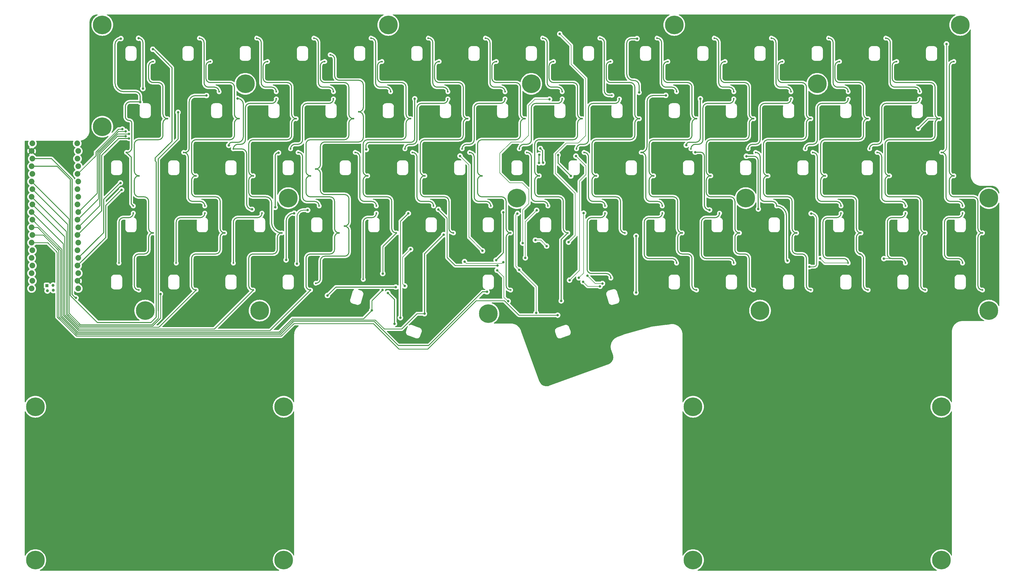
<source format=gbl>
G04 #@! TF.GenerationSoftware,KiCad,Pcbnew,(6.0.7-1)-1*
G04 #@! TF.CreationDate,2022-08-18T09:54:35+02:00*
G04 #@! TF.ProjectId,optical-keyboard-mx,6f707469-6361-46c2-9d6b-6579626f6172,rev?*
G04 #@! TF.SameCoordinates,Original*
G04 #@! TF.FileFunction,Copper,L2,Bot*
G04 #@! TF.FilePolarity,Positive*
%FSLAX46Y46*%
G04 Gerber Fmt 4.6, Leading zero omitted, Abs format (unit mm)*
G04 Created by KiCad (PCBNEW (6.0.7-1)-1) date 2022-08-18 09:54:35*
%MOMM*%
%LPD*%
G01*
G04 APERTURE LIST*
G04 #@! TA.AperFunction,ComponentPad*
%ADD10C,6.200000*%
G04 #@! TD*
G04 #@! TA.AperFunction,ComponentPad*
%ADD11C,1.879600*%
G04 #@! TD*
G04 #@! TA.AperFunction,SMDPad,CuDef*
%ADD12R,1.000000X1.000000*%
G04 #@! TD*
G04 #@! TA.AperFunction,SMDPad,CuDef*
%ADD13C,1.000000*%
G04 #@! TD*
G04 #@! TA.AperFunction,ViaPad*
%ADD14C,0.800000*%
G04 #@! TD*
G04 #@! TA.AperFunction,ViaPad*
%ADD15C,0.600000*%
G04 #@! TD*
G04 #@! TA.AperFunction,Conductor*
%ADD16C,0.300000*%
G04 #@! TD*
G04 #@! TA.AperFunction,Conductor*
%ADD17C,0.200000*%
G04 #@! TD*
G04 #@! TA.AperFunction,Conductor*
%ADD18C,0.250000*%
G04 #@! TD*
G04 APERTURE END LIST*
D10*
X61750000Y-85500000D03*
X57000000Y-10100000D03*
X-12750000Y-168500000D03*
X9500000Y-24350000D03*
X205750000Y-168500000D03*
X23750000Y-85500000D03*
X152000000Y-10100000D03*
X69750000Y-168500000D03*
X304000000Y-48100000D03*
X223250000Y-48100000D03*
X294500000Y9500000D03*
X288250000Y-117500000D03*
X147250000Y-48100000D03*
X69750000Y-117500000D03*
X71250000Y-48100000D03*
X304000000Y-85500000D03*
X104500000Y9500000D03*
X247000000Y-10100000D03*
X137750000Y-86500000D03*
X-12750000Y-117500000D03*
X205750000Y-117500000D03*
X199500000Y9500000D03*
X9500000Y9500000D03*
X288250000Y-168500000D03*
D11*
X1150000Y-29900000D03*
X1497000Y-32440000D03*
X1243000Y-34980000D03*
X1497000Y-37520000D03*
X1243000Y-40060000D03*
X1497000Y-42600000D03*
X1243000Y-45140000D03*
X1497000Y-47680000D03*
X1243000Y-50220000D03*
X1497000Y-52760000D03*
X1243000Y-55300000D03*
X1497000Y-57840000D03*
X1243000Y-60380000D03*
X1497000Y-62920000D03*
X1243000Y-65460000D03*
X1497000Y-68000000D03*
X1243000Y-70540000D03*
X1497000Y-73080000D03*
X1243000Y-75620000D03*
X1497000Y-78160000D03*
X-13997000Y-78160000D03*
X-13743000Y-75620000D03*
X-13997000Y-73080000D03*
X-13743000Y-70540000D03*
X-13997000Y-68000000D03*
X-13743000Y-65460000D03*
X-13997000Y-62920000D03*
X-13743000Y-60380000D03*
X-13997000Y-57840000D03*
X-13743000Y-55300000D03*
X-13997000Y-52760000D03*
X-13743000Y-50220000D03*
X-13997000Y-47680000D03*
X-13743000Y-45140000D03*
X-13997000Y-42600000D03*
X-13743000Y-40060000D03*
X-13997000Y-37520000D03*
X-13743000Y-34980000D03*
X-13997000Y-32440000D03*
X-13750000Y-29900000D03*
D12*
X-8950000Y-77200000D03*
D13*
X-8780000Y-78880000D03*
X-6850000Y-77100000D03*
X-6800000Y-78770000D03*
D10*
X228000000Y-85500000D03*
D14*
X106990000Y-77690000D03*
X153360000Y-62090000D03*
X109980000Y-77330000D03*
X157110000Y-64050000D03*
X84290000Y-80470000D03*
X111900000Y-65130000D03*
X750000Y-81260000D03*
D15*
X97200000Y-1500000D03*
X164050000Y-36500000D03*
X126050000Y-36500000D03*
X206450000Y-39500000D03*
X182700000Y-20500000D03*
X12050000Y-36500000D03*
X92450000Y-39500000D03*
X254300000Y-17500000D03*
X196950000Y-58500000D03*
X139950000Y-77500000D03*
X192200000Y-1500000D03*
X263800000Y1500000D03*
X111800000Y1500000D03*
X192550000Y-55500000D03*
X130800000Y1500000D03*
X49700000Y-20500000D03*
X145050000Y-36500000D03*
X130450000Y-39500000D03*
X125700000Y-20500000D03*
X144700000Y-20500000D03*
X68700000Y-20500000D03*
X230550000Y-55500000D03*
X158950000Y-58500000D03*
X277700000Y-77500000D03*
X116550000Y-55500000D03*
X296700000Y-77500000D03*
X59550000Y-55500000D03*
X135550000Y-74500000D03*
X87700000Y-20500000D03*
X111627593Y-95181925D03*
X92800000Y1500000D03*
X140300000Y-17500000D03*
X63950000Y-58500000D03*
X97550000Y-55500000D03*
X92370166Y-78620940D03*
X254300000Y-74500000D03*
X177950000Y-58500000D03*
X102300000Y-17500000D03*
X161757640Y-88843386D03*
X282800000Y1500000D03*
X251925000Y-55500000D03*
D14*
X151770000Y-70920000D03*
D15*
X273300000Y-55500000D03*
X149800000Y1500000D03*
X183050000Y-36500000D03*
X235300000Y-74500000D03*
X154200000Y-1500000D03*
X69050000Y-74500000D03*
X16800000Y-55500000D03*
X40200000Y-1500000D03*
X121300000Y-17500000D03*
X187800000Y1500000D03*
X106700000Y-20500000D03*
X173200000Y-1500000D03*
X206800000Y1500000D03*
X221050000Y-36500000D03*
X187450000Y-39500000D03*
X278050000Y-17500000D03*
X16800000Y1500000D03*
X249200000Y-1500000D03*
X220700000Y-77500000D03*
X234950000Y-58500000D03*
X16450000Y-39500000D03*
X73800000Y1500000D03*
X21550000Y-17500000D03*
X21200000Y-1500000D03*
X64300000Y-17500000D03*
X101950000Y-58500000D03*
X116200000Y-1500000D03*
X107050000Y-36500000D03*
X12050000Y-74500000D03*
X239700000Y-20500000D03*
X69050000Y-36500000D03*
X197300000Y-74500000D03*
X225800000Y1500000D03*
X287200000Y-39500000D03*
X149450000Y-39500000D03*
X197300000Y-17500000D03*
X88050000Y-36500000D03*
X202050000Y-36500000D03*
X277700000Y-58500000D03*
D14*
X112740000Y-72990000D03*
X159100000Y-66100000D03*
D15*
X168599500Y-39443477D03*
X244450000Y-39500000D03*
X31050000Y-36500000D03*
X114372407Y-89818075D03*
X95679834Y-83379060D03*
X296700000Y-58500000D03*
X258699999Y-20500000D03*
X35800000Y1500000D03*
X120950000Y-58500000D03*
X45300000Y-17500000D03*
D14*
X148300000Y-80720000D03*
D15*
X35450000Y-39500000D03*
X256324999Y-58500000D03*
X73450000Y-39500000D03*
X201700000Y-20500000D03*
D14*
X151810000Y-81090000D03*
D15*
X163453329Y-96207985D03*
X273300000Y-74500000D03*
X59200000Y-1500000D03*
X135200000Y-1500000D03*
X235300000Y-17500000D03*
X50050000Y-74500000D03*
X173550000Y-55500000D03*
X83300000Y-17500000D03*
X135550000Y-55500000D03*
X21200000Y-58500000D03*
X25950000Y-20500000D03*
X216300000Y-17500000D03*
D14*
X15350000Y-30060000D03*
D15*
X282450000Y-20500000D03*
X73450000Y-77500000D03*
X216300000Y-74500000D03*
X50050000Y-36500000D03*
X201700000Y-77500000D03*
X268200000Y-1500000D03*
X225450000Y-39500000D03*
X111450000Y-39500000D03*
X78550000Y-55500000D03*
X82950000Y-58500000D03*
X292300000Y-74500000D03*
X230200000Y-1500000D03*
X258699999Y-77500000D03*
X239700000Y-77500000D03*
X159300000Y-17500000D03*
X176618254Y-80495274D03*
X178300000Y-17500000D03*
X16450000Y-77500000D03*
X78200000Y-1500000D03*
X282800000Y-36500000D03*
X211200000Y-1500000D03*
X44950000Y-58500000D03*
X139950000Y-58500000D03*
X244800000Y1500000D03*
X220700000Y-20500000D03*
X181581746Y-81504726D03*
X168800000Y1500000D03*
X35450000Y-77500000D03*
X215950000Y-58500000D03*
X261425000Y-36500000D03*
X40550000Y-55500000D03*
X54450000Y-77500000D03*
X265824999Y-39500000D03*
X240050000Y-36500000D03*
X211550000Y-55500000D03*
X54450000Y-39500000D03*
X287200000Y-1500000D03*
X292300000Y-55500000D03*
X163700000Y-20500000D03*
X54800000Y1500000D03*
X154550000Y-55500000D03*
X31050000Y-74500000D03*
D14*
X15660000Y4950000D03*
D15*
X15037500Y-69700000D03*
D14*
X22080000Y-16190000D03*
D15*
X17537500Y-32900000D03*
X19787500Y-53100000D03*
D14*
X164370000Y-62730000D03*
D15*
X19787500Y-50700000D03*
D14*
X161460000Y6520000D03*
D15*
X36537500Y-32900000D03*
D14*
X21530000Y5080000D03*
X158050000Y-15200000D03*
X149140000Y-63060000D03*
X44100000Y-13980000D03*
D15*
X43537500Y-50700000D03*
D14*
X22990000Y-11660000D03*
D15*
X43537500Y-53100000D03*
X34037500Y-69700000D03*
D14*
X51520000Y-30540000D03*
X128340000Y-34080000D03*
X135820000Y-65640000D03*
D15*
X48287500Y-12700000D03*
X53037500Y-69700000D03*
D14*
X66930000Y-51160000D03*
X54390000Y-14960000D03*
X68030000Y-33010000D03*
D15*
X62537500Y-53100000D03*
X41787500Y5100000D03*
D14*
X77700000Y-52100000D03*
D15*
X67287500Y-12700000D03*
D14*
X74160000Y-69930000D03*
X150020000Y-67980000D03*
D15*
X53037500Y-31700000D03*
D14*
X59240000Y-51830000D03*
D15*
X67287500Y-15100000D03*
X60787500Y5100000D03*
D14*
X153800000Y-52150000D03*
X104360000Y-79630000D03*
X106560000Y-89890000D03*
D15*
X72037500Y-31700000D03*
D14*
X144320000Y-82360000D03*
X140680000Y-72090000D03*
D15*
X74537500Y-32900000D03*
X86287500Y-12700000D03*
D14*
X70560000Y-68650000D03*
X73250000Y-53130000D03*
D15*
X79787500Y5100000D03*
X81537500Y-50700000D03*
X86287500Y-15100000D03*
D14*
X142700000Y-69380000D03*
X113300000Y-15070000D03*
D15*
X105287500Y-12700000D03*
X98787500Y5100000D03*
X96187745Y-75114629D03*
D14*
X97170000Y-31930000D03*
D15*
X100537500Y-53100000D03*
X93537500Y-32900000D03*
X100537500Y-50700000D03*
D14*
X129840000Y-69220000D03*
D15*
X112537500Y-32900000D03*
D14*
X121150000Y-51850000D03*
X108520000Y-87880000D03*
D15*
X119537500Y-50700000D03*
D14*
X140786182Y-70539000D03*
X111140000Y-53200000D03*
D15*
X124287500Y-15100000D03*
X117787500Y5100000D03*
X124287500Y-12700000D03*
X110037500Y-31700000D03*
X136787500Y5100000D03*
D14*
X142760000Y-52790000D03*
D15*
X129037500Y-31700000D03*
X131537500Y-32900000D03*
X143287500Y-15100000D03*
X138537500Y-50700000D03*
X143287500Y-12700000D03*
D14*
X140340000Y-68710000D03*
X147990000Y-71940000D03*
D15*
X157537500Y-50700000D03*
D14*
X153640000Y-86300000D03*
D15*
X155787500Y5100000D03*
X148037500Y-31700000D03*
D14*
X147420000Y-53210000D03*
D15*
X162287500Y-15100000D03*
X162287500Y-12700000D03*
X150537500Y-32900000D03*
X169537500Y-32900000D03*
X176537500Y-53100000D03*
D14*
X187810000Y-12940000D03*
D15*
X167037500Y-31700000D03*
X176537500Y-50700000D03*
X178451243Y-74680501D03*
X181287500Y-15100000D03*
D14*
X187140000Y4950000D03*
D15*
X200287500Y-69700000D03*
D14*
X169210000Y-75910000D03*
D15*
X178812500Y-13900000D03*
D14*
X196700000Y-13940000D03*
D15*
X174787500Y5100000D03*
X195537500Y-53100000D03*
D14*
X174830000Y-77430000D03*
D15*
X195537500Y-50700000D03*
X188537500Y-32900000D03*
D14*
X223460000Y-34170000D03*
D15*
X214537500Y-53100000D03*
D14*
X227430000Y-51710000D03*
X166830000Y-34120000D03*
X164720078Y-75389029D03*
D15*
X200287500Y-12700000D03*
D14*
X203480000Y-30500000D03*
D15*
X219287500Y-69700000D03*
D14*
X208180000Y-15040000D03*
D15*
X193787500Y5100000D03*
D14*
X206470000Y-32810000D03*
X244980000Y-53210000D03*
X244390000Y-70920000D03*
X167820000Y-74620000D03*
X211230000Y-52050000D03*
D15*
X219287500Y-12700000D03*
X212787500Y5100000D03*
X219287500Y-15100000D03*
X205037500Y-31700000D03*
D14*
X169390000Y-53070000D03*
D15*
X233537500Y-50700000D03*
D14*
X170660000Y-73919500D03*
X237086641Y-68919500D03*
D15*
X231787500Y5100000D03*
X226537500Y-32900000D03*
X224037500Y-31700000D03*
X238287500Y-12700000D03*
X238287500Y-15100000D03*
D14*
X175650000Y-76500000D03*
D15*
X243037500Y-31700000D03*
X257287500Y-12700000D03*
X254912500Y-50700000D03*
D14*
X248000000Y-68170000D03*
D15*
X250787500Y5100000D03*
X245537500Y-32900000D03*
X254912500Y-53100000D03*
X257287500Y-69700000D03*
X257287500Y-15100000D03*
X281037500Y-12700000D03*
X266912500Y-32900000D03*
X276287500Y-69700000D03*
X264412500Y-31700000D03*
X276287500Y-50700000D03*
D14*
X269140000Y-68220000D03*
D15*
X281037500Y-15100000D03*
X269787500Y5100000D03*
X276287500Y-53100000D03*
X288287500Y-32900000D03*
X295287500Y-50700000D03*
X295287500Y-53100000D03*
D14*
X289940000Y3180000D03*
D15*
X295287500Y-69700000D03*
D14*
X26270000Y1420000D03*
X34660000Y-19560000D03*
D15*
X21650000Y-78675000D03*
X21650000Y-40675000D03*
D14*
X28810000Y-79970000D03*
D15*
X31149999Y-21675000D03*
X26400000Y-59675000D03*
X26400000Y-2675000D03*
X40650000Y-40675000D03*
X50150000Y-59675000D03*
X54900000Y-21675000D03*
X40650000Y-78675000D03*
X45400000Y-2675000D03*
X59650000Y-78675000D03*
X64400000Y-2675000D03*
X59650000Y-40675000D03*
X69150000Y-59675000D03*
X73900000Y-21675000D03*
X92900000Y-21675000D03*
X83400000Y-2675000D03*
X88150000Y-59675000D03*
X78650000Y-78675000D03*
X78650000Y-40675000D03*
X102400000Y-2675000D03*
X97650000Y-40675000D03*
X111900000Y-21675000D03*
X107150000Y-59675000D03*
D14*
X102580000Y-78630000D03*
X99010000Y-85400000D03*
X102660000Y-73190000D03*
D15*
X116650000Y-40675000D03*
X130900000Y-21675000D03*
D14*
X122920000Y-60240000D03*
D15*
X126150000Y-59675000D03*
X121400000Y-2675000D03*
D14*
X116520000Y-86540000D03*
D15*
X145150000Y-78675000D03*
D14*
X137300000Y-79280000D03*
D15*
X145150000Y-59675000D03*
X140400000Y-2675000D03*
X149900000Y-21675000D03*
X135650000Y-40675000D03*
X168900000Y-21675000D03*
D14*
X161950000Y-82280000D03*
D15*
X159400000Y-2675000D03*
D14*
X160760000Y-87030000D03*
D15*
X154650000Y-40675000D03*
X164150000Y-59675000D03*
X183150000Y-59675000D03*
D14*
X160890000Y-33810000D03*
X186830000Y-60710000D03*
D15*
X187900000Y-21675000D03*
D14*
X186800000Y-79520000D03*
D15*
X178400000Y-2675000D03*
X173650000Y-40675000D03*
D14*
X18310000Y-26720500D03*
X165150000Y-40750000D03*
X155030000Y-31600000D03*
D15*
X202150000Y-59675000D03*
X192650000Y-40675000D03*
D14*
X17240000Y-27470000D03*
D15*
X197400000Y-2675000D03*
X206900000Y-21675000D03*
D14*
X155894208Y-36329500D03*
D15*
X206900000Y-78675000D03*
X211650000Y-40675000D03*
X216400000Y-2675000D03*
D14*
X154610000Y-36380000D03*
D15*
X225900000Y-78675000D03*
X225900000Y-21675000D03*
X221150000Y-59675000D03*
D14*
X18370000Y-28230000D03*
X154650000Y-33670000D03*
D15*
X235400000Y-2675000D03*
X240150000Y-59675000D03*
X244900000Y-21675000D03*
D14*
X15520000Y-43050000D03*
D15*
X230650000Y-40675000D03*
X244900000Y-78675000D03*
X254400000Y-2675000D03*
X249650000Y-40675000D03*
D14*
X15898700Y-45347760D03*
D15*
X261525000Y-59675000D03*
X263900000Y-21675000D03*
X263900000Y-78675000D03*
X271025000Y-40675000D03*
X282900000Y-59675000D03*
X287650000Y-21675000D03*
X273400000Y-2675000D03*
D14*
X16150000Y-25140000D03*
X280580000Y-24910000D03*
D15*
X282900000Y-78675000D03*
X301900000Y-59675000D03*
X292400000Y-2675000D03*
D14*
X17210000Y-25870000D03*
D15*
X292400000Y-40675000D03*
X301900000Y-78675000D03*
X85200000Y-412500D03*
X80450000Y-76412500D03*
X80450000Y-38412500D03*
X94700000Y-19412500D03*
X89950000Y-57412500D03*
D16*
X84290000Y-80470000D02*
X87070000Y-77690000D01*
D17*
X109980000Y-77330000D02*
X109300000Y-76650000D01*
D16*
X-7350000Y-34980000D02*
X-550000Y-41780000D01*
X87070000Y-77690000D02*
X106990000Y-77690000D01*
D17*
X157110000Y-64050000D02*
X155150000Y-62090000D01*
D16*
X-550000Y-41780000D02*
X-550000Y-80140000D01*
X570000Y-81260000D02*
X750000Y-81260000D01*
D17*
X109300000Y-67730000D02*
X111900000Y-65130000D01*
X109300000Y-76650000D02*
X109300000Y-67730000D01*
D16*
X-13743000Y-34980000D02*
X-7350000Y-34980000D01*
D17*
X155150000Y-62090000D02*
X153360000Y-62090000D01*
D16*
X-550000Y-80140000D02*
X570000Y-81260000D01*
X13710000Y-9830000D02*
X13710000Y3000000D01*
X18780000Y-16070000D02*
X21960000Y-16070000D01*
X17130000Y-18880000D02*
X17130000Y-17720000D01*
X15037500Y-69700000D02*
X15037500Y-56100000D01*
X17130000Y-20960000D02*
X17130000Y-18880000D01*
D17*
X165280000Y-3530000D02*
X165280000Y2700000D01*
D16*
X17537500Y-32900000D02*
X17770000Y-32900000D01*
D17*
X159970000Y-39830000D02*
X159970000Y-33470000D01*
X170080000Y-27370000D02*
X170080000Y-8330000D01*
D16*
X17537500Y-32900000D02*
X19069501Y-34432001D01*
D17*
X164370000Y-62730000D02*
X166590000Y-60510000D01*
X166590000Y-60510000D02*
X166590000Y-46450000D01*
X170080000Y-8330000D02*
X165280000Y-3530000D01*
D16*
X19069501Y-49982001D02*
X19787500Y-50700000D01*
D17*
X165280000Y2700000D02*
X161460000Y6520000D01*
D16*
X16537500Y-54600000D02*
X18287500Y-54600000D01*
X22080000Y-16190000D02*
X22080000Y-14290000D01*
D17*
X167620000Y-29830000D02*
X170080000Y-27370000D01*
D16*
X19069501Y-34432001D02*
X19069501Y-49982001D01*
X20490000Y-12700000D02*
X16580000Y-12700000D01*
D17*
X159970000Y-33470000D02*
X163610000Y-29830000D01*
X163610000Y-29830000D02*
X167620000Y-29830000D01*
X166590000Y-46450000D02*
X159970000Y-39830000D01*
D16*
X19270000Y-31400000D02*
X19270000Y-23100000D01*
X18410000Y-22240000D02*
G75*
G02*
X19270000Y-23100000I0J-860000D01*
G01*
X17130000Y-20960000D02*
G75*
G03*
X18410000Y-22240000I1280000J0D01*
G01*
X15660000Y4950000D02*
G75*
G03*
X13710000Y3000000I0J-1950000D01*
G01*
X18780000Y-16070000D02*
G75*
G03*
X17130000Y-17720000I0J-1650000D01*
G01*
X16537500Y-54600000D02*
G75*
G03*
X15037500Y-56100000I0J-1500000D01*
G01*
X22080000Y-16190000D02*
G75*
G03*
X21960000Y-16070000I-120000J0D01*
G01*
X19270000Y-31400000D02*
G75*
G02*
X17770000Y-32900000I-1500000J0D01*
G01*
X13710000Y-9830000D02*
G75*
G03*
X16580000Y-12700000I2870000J0D01*
G01*
X20490000Y-12700000D02*
G75*
G02*
X22080000Y-14290000I0J-1590000D01*
G01*
X18287500Y-54600000D02*
G75*
G03*
X19787500Y-53100000I0J1500000D01*
G01*
D17*
X148890000Y-29460000D02*
X151110000Y-27240000D01*
X141580000Y-39740000D02*
X141580000Y-33200000D01*
D16*
X40380000Y-14040000D02*
X44040000Y-14040000D01*
D17*
X148970000Y-42990000D02*
X144830000Y-42990000D01*
X145320000Y-29460000D02*
X148890000Y-29460000D01*
D16*
X38037500Y-34400000D02*
X38037500Y-47700000D01*
X35537500Y-54600000D02*
X42037500Y-54600000D01*
D17*
X151190000Y-45210000D02*
X148970000Y-42990000D01*
X144830000Y-42990000D02*
X141580000Y-39740000D01*
X153240000Y-15200000D02*
X158050000Y-15200000D01*
X149140000Y-63060000D02*
X149140000Y-52010000D01*
D16*
X22990000Y-11660000D02*
X22990000Y3620000D01*
D17*
X149140000Y-52010000D02*
X151190000Y-49960000D01*
X151110000Y-17330000D02*
X153240000Y-15200000D01*
D16*
X38360000Y-31570000D02*
X38360000Y-16060000D01*
D17*
X151110000Y-27240000D02*
X151110000Y-17330000D01*
X151190000Y-49960000D02*
X151190000Y-45210000D01*
D16*
X34037500Y-69700000D02*
X34037500Y-56100000D01*
X36537500Y-32900000D02*
X37030000Y-32900000D01*
D17*
X141580000Y-33200000D02*
X145320000Y-29460000D01*
D16*
X39537500Y-49200000D02*
X42037500Y-49200000D01*
X42037500Y-54600000D02*
G75*
G03*
X43537500Y-53100000I0J1500000D01*
G01*
X38360000Y-31570000D02*
G75*
G02*
X37030000Y-32900000I-1330000J0D01*
G01*
X42037500Y-49200000D02*
G75*
G02*
X43537500Y-50700000I0J-1500000D01*
G01*
X35537500Y-54600000D02*
G75*
G03*
X34037500Y-56100000I0J-1500000D01*
G01*
X38037500Y-34400000D02*
G75*
G03*
X36537500Y-32900000I-1500000J0D01*
G01*
X44100000Y-13980000D02*
G75*
G02*
X44040000Y-14040000I-60000J0D01*
G01*
X21530000Y5080000D02*
G75*
G02*
X22990000Y3620000I0J-1460000D01*
G01*
X40380000Y-14040000D02*
G75*
G03*
X38360000Y-16060000I0J-2020000D01*
G01*
X39537500Y-49200000D02*
G75*
G02*
X38037500Y-47700000I0J1500000D01*
G01*
X66930000Y-51160000D02*
X66930000Y-34110000D01*
X52500000Y-29560000D02*
X54510000Y-29560000D01*
D17*
X131300000Y-61160000D02*
X131300000Y-37040000D01*
D16*
X43287500Y3600000D02*
X43287500Y-9700000D01*
D17*
X131340000Y-61160000D02*
X131300000Y-61160000D01*
D16*
X56350000Y-16920000D02*
X56350000Y-27720000D01*
X44787500Y-11200000D02*
X46787500Y-11200000D01*
X53037500Y-69700000D02*
X53037500Y-56100000D01*
D17*
X135820000Y-65640000D02*
X131340000Y-61160000D01*
X131300000Y-37040000D02*
X128340000Y-34080000D01*
D16*
X54537500Y-54600000D02*
X61037500Y-54600000D01*
X56350000Y-16920000D02*
G75*
G03*
X54390000Y-14960000I-1960000J0D01*
G01*
X46787500Y-11200000D02*
G75*
G02*
X48287500Y-12700000I0J-1500000D01*
G01*
X52500000Y-29560000D02*
G75*
G03*
X51520000Y-30540000I0J-980000D01*
G01*
X43287500Y3600000D02*
G75*
G03*
X41787500Y5100000I-1500000J0D01*
G01*
X56350000Y-27720000D02*
G75*
G02*
X54510000Y-29560000I-1840000J0D01*
G01*
X61037500Y-54600000D02*
G75*
G03*
X62537500Y-53100000I0J1500000D01*
G01*
X54537500Y-54600000D02*
G75*
G03*
X53037500Y-56100000I0J-1500000D01*
G01*
X68030000Y-33010000D02*
G75*
G03*
X66930000Y-34110000I0J-1100000D01*
G01*
X44787500Y-11200000D02*
G75*
G02*
X43287500Y-9700000I0J1500000D01*
G01*
X57037500Y-28700000D02*
X57037500Y-18100000D01*
D18*
X74160000Y-69930000D02*
X74160000Y-54300000D01*
D16*
X58537500Y-16600000D02*
X65787500Y-16600000D01*
X55760000Y-31730000D02*
X53067500Y-31730000D01*
D18*
X76360000Y-52100000D02*
X77700000Y-52100000D01*
D16*
X57470000Y-50060000D02*
X57470000Y-33440000D01*
D17*
X150020000Y-55930000D02*
X153800000Y-52150000D01*
D16*
X54537500Y-30200000D02*
X55537500Y-30200000D01*
D17*
X150020000Y-67980000D02*
X150020000Y-55930000D01*
D16*
X63787500Y-11200000D02*
X65787500Y-11200000D01*
X62287500Y3600000D02*
X62287500Y-9700000D01*
X57037500Y-28700000D02*
G75*
G02*
X55537500Y-30200000I-1500000J0D01*
G01*
X53037500Y-31700000D02*
G75*
G03*
X53067500Y-31730000I30000J0D01*
G01*
X65787500Y-11200000D02*
G75*
G02*
X67287500Y-12700000I0J-1500000D01*
G01*
X62287500Y3600000D02*
G75*
G03*
X60787500Y5100000I-1500000J0D01*
G01*
D18*
X76360000Y-52100000D02*
G75*
G03*
X74160000Y-54300000I0J-2200000D01*
G01*
D16*
X55760000Y-31730000D02*
G75*
G02*
X57470000Y-33440000I0J-1710000D01*
G01*
X58537500Y-16600000D02*
G75*
G03*
X57037500Y-18100000I0J-1500000D01*
G01*
X54537500Y-30200000D02*
G75*
G03*
X53037500Y-31700000I0J-1500000D01*
G01*
X63787500Y-11200000D02*
G75*
G02*
X62287500Y-9700000I0J1500000D01*
G01*
X65787500Y-16600000D02*
G75*
G03*
X67287500Y-15100000I0J1500000D01*
G01*
X57470000Y-50060000D02*
G75*
G03*
X59240000Y-51830000I1770000J0D01*
G01*
X76037500Y-28700000D02*
X76037500Y-18100000D01*
X77537500Y-49200000D02*
X80037500Y-49200000D01*
D17*
X144210000Y-82360000D02*
X144320000Y-82360000D01*
D16*
X82787500Y-11200000D02*
X84787500Y-11200000D01*
X106560000Y-81830000D02*
X106560000Y-89890000D01*
D17*
X142920000Y-81070000D02*
X144210000Y-82360000D01*
D16*
X104360000Y-79630000D02*
X106560000Y-81830000D01*
X73537500Y-30200000D02*
X74537500Y-30200000D01*
X81287500Y3600000D02*
X81287500Y-9700000D01*
X77537500Y-16600000D02*
X84787500Y-16600000D01*
D17*
X140680000Y-72090000D02*
X142920000Y-74330000D01*
X142920000Y-74330000D02*
X142920000Y-81070000D01*
D16*
X76037500Y-34400000D02*
X76037500Y-47700000D01*
X70560000Y-55820000D02*
X70560000Y-68650000D01*
X81287500Y3600000D02*
G75*
G03*
X79787500Y5100000I-1500000J0D01*
G01*
X73537500Y-30200000D02*
G75*
G03*
X72037500Y-31700000I0J-1500000D01*
G01*
X76037500Y-28700000D02*
G75*
G02*
X74537500Y-30200000I-1500000J0D01*
G01*
X70560000Y-55820000D02*
G75*
G02*
X73250000Y-53130000I2690000J0D01*
G01*
X77537500Y-16600000D02*
G75*
G03*
X76037500Y-18100000I0J-1500000D01*
G01*
X82787500Y-11200000D02*
G75*
G02*
X81287500Y-9700000I0J1500000D01*
G01*
X80037500Y-49200000D02*
G75*
G02*
X81537500Y-50700000I0J-1500000D01*
G01*
X84787500Y-16600000D02*
G75*
G03*
X86287500Y-15100000I0J1500000D01*
G01*
X76037500Y-34400000D02*
G75*
G03*
X74537500Y-32900000I-1500000J0D01*
G01*
X77537500Y-49200000D02*
G75*
G02*
X76037500Y-47700000I0J1500000D01*
G01*
X84787500Y-11200000D02*
G75*
G02*
X86287500Y-12700000I0J-1500000D01*
G01*
X111960000Y-29550000D02*
X98270000Y-29550000D01*
X100287500Y3600000D02*
X100287500Y-9700000D01*
X96187745Y-75114629D02*
X96187745Y-56100000D01*
D17*
X142240500Y-69839500D02*
X130459500Y-69839500D01*
D16*
X97050000Y-30770000D02*
X97050000Y-31810000D01*
X95037500Y-34400000D02*
X95037500Y-47700000D01*
D17*
X130459500Y-69839500D02*
X129840000Y-69220000D01*
D16*
X101787500Y-11200000D02*
X103787500Y-11200000D01*
X113300000Y-15070000D02*
X113300000Y-28210000D01*
D17*
X142700000Y-69380000D02*
X142240500Y-69839500D01*
D16*
X96537500Y-49200000D02*
X99037500Y-49200000D01*
X97687745Y-54600000D02*
X99037500Y-54600000D01*
X95037500Y-34400000D02*
G75*
G03*
X93537500Y-32900000I-1500000J0D01*
G01*
X99037500Y-54600000D02*
G75*
G03*
X100537500Y-53100000I0J1500000D01*
G01*
X111960000Y-29550000D02*
G75*
G03*
X113300000Y-28210000I0J1340000D01*
G01*
X103787500Y-11200000D02*
G75*
G02*
X105287500Y-12700000I0J-1500000D01*
G01*
X97170000Y-31930000D02*
G75*
G02*
X97050000Y-31810000I0J120000D01*
G01*
X99037500Y-49200000D02*
G75*
G02*
X100537500Y-50700000I0J-1500000D01*
G01*
X97687745Y-54600045D02*
G75*
G03*
X96187745Y-56100000I-45J-1499955D01*
G01*
X100287500Y3600000D02*
G75*
G03*
X98787500Y5100000I-1500000J0D01*
G01*
X96537500Y-49200000D02*
G75*
G02*
X95037500Y-47700000I0J1500000D01*
G01*
X101787500Y-11200000D02*
G75*
G02*
X100287500Y-9700000I0J1500000D01*
G01*
X97050000Y-30770000D02*
G75*
G02*
X98270000Y-29550000I1220000J0D01*
G01*
X114037500Y-28700000D02*
X114037500Y-18100000D01*
D18*
X124030000Y-54730000D02*
X124030000Y-67830000D01*
X124030000Y-67830000D02*
X126739000Y-70539000D01*
X121150000Y-51850000D02*
X124030000Y-54730000D01*
X108520000Y-66030000D02*
X108520000Y-55820000D01*
D16*
X120787500Y-11200000D02*
X122787500Y-11200000D01*
X119287500Y3600000D02*
X119287500Y-9700000D01*
D18*
X108520000Y-55820000D02*
X111140000Y-53200000D01*
D16*
X115537500Y-16600000D02*
X122787500Y-16600000D01*
X115537500Y-49200000D02*
X118037500Y-49200000D01*
D18*
X108520000Y-87880000D02*
X108520000Y-66030000D01*
D16*
X111537500Y-30200000D02*
X112537500Y-30200000D01*
D18*
X126739000Y-70539000D02*
X140786182Y-70539000D01*
D16*
X114037500Y-34400000D02*
X114037500Y-47700000D01*
X120787500Y-11200000D02*
G75*
G02*
X119287500Y-9700000I0J1500000D01*
G01*
X122787500Y-16600000D02*
G75*
G03*
X124287500Y-15100000I0J1500000D01*
G01*
X122787500Y-11200000D02*
G75*
G02*
X124287500Y-12700000I0J-1500000D01*
G01*
X111537500Y-30200000D02*
G75*
G03*
X110037500Y-31700000I0J-1500000D01*
G01*
X115537500Y-16600000D02*
G75*
G03*
X114037500Y-18100000I0J-1500000D01*
G01*
X114037500Y-34400000D02*
G75*
G03*
X112537500Y-32900000I-1500000J0D01*
G01*
X114037500Y-28700000D02*
G75*
G02*
X112537500Y-30200000I-1500000J0D01*
G01*
X118037500Y-49200000D02*
G75*
G02*
X119537500Y-50700000I0J-1500000D01*
G01*
X115537500Y-49200000D02*
G75*
G02*
X114037500Y-47700000I0J1500000D01*
G01*
X119287500Y3600000D02*
G75*
G03*
X117787500Y5100000I-1500000J0D01*
G01*
X130537500Y-30200000D02*
X131537500Y-30200000D01*
X134537500Y-16600000D02*
X141787500Y-16600000D01*
X134537500Y-49200000D02*
X137037500Y-49200000D01*
X138287500Y3600000D02*
X138287500Y-9700000D01*
X133037500Y-28700000D02*
X133037500Y-18100000D01*
X133037500Y-34400000D02*
X133037500Y-47700000D01*
X139787500Y-11200000D02*
X141787500Y-11200000D01*
X142760000Y-52790000D02*
X142760000Y-66290000D01*
X142760000Y-66290000D02*
X140340000Y-68710000D01*
X137037500Y-49200000D02*
G75*
G02*
X138537500Y-50700000I0J-1500000D01*
G01*
X139787500Y-11200000D02*
G75*
G02*
X138287500Y-9700000I0J1500000D01*
G01*
X141787500Y-16600000D02*
G75*
G03*
X143287500Y-15100000I0J1500000D01*
G01*
X138287500Y3600000D02*
G75*
G03*
X136787500Y5100000I-1500000J0D01*
G01*
X133037500Y-28700000D02*
G75*
G02*
X131537500Y-30200000I-1500000J0D01*
G01*
X134537500Y-16600000D02*
G75*
G03*
X133037500Y-18100000I0J-1500000D01*
G01*
X133037500Y-34400000D02*
G75*
G03*
X131537500Y-32900000I-1500000J0D01*
G01*
X130537500Y-30200000D02*
G75*
G03*
X129037500Y-31700000I0J-1500000D01*
G01*
X141787500Y-11200000D02*
G75*
G02*
X143287500Y-12700000I0J-1500000D01*
G01*
X134537500Y-49200000D02*
G75*
G02*
X133037500Y-47700000I0J1500000D01*
G01*
X152037500Y-34400000D02*
X152037500Y-47700000D01*
D17*
X146840000Y-70790000D02*
X146840000Y-53790000D01*
X147990000Y-71940000D02*
X146840000Y-70790000D01*
D16*
X158787500Y-11200000D02*
X160787500Y-11200000D01*
X149537500Y-30200000D02*
X150537500Y-30200000D01*
D17*
X146840000Y-53790000D02*
X147420000Y-53210000D01*
X153600000Y-77550000D02*
X153640000Y-77590000D01*
X153640000Y-77590000D02*
X153640000Y-86300000D01*
D16*
X152037500Y-28700000D02*
X152037500Y-18100000D01*
X153537500Y-16600000D02*
X160787500Y-16600000D01*
X153537500Y-49200000D02*
X156037500Y-49200000D01*
X157287500Y3600000D02*
X157287500Y-9700000D01*
D17*
X153600000Y-77550000D02*
X147990000Y-71940000D01*
D16*
X152037500Y-28700000D02*
G75*
G02*
X150537500Y-30200000I-1500000J0D01*
G01*
X160787500Y-11200000D02*
G75*
G02*
X162287500Y-12700000I0J-1500000D01*
G01*
X156037500Y-49200000D02*
G75*
G02*
X157537500Y-50700000I0J-1500000D01*
G01*
X157287500Y3600000D02*
G75*
G03*
X155787500Y5100000I-1500000J0D01*
G01*
X160787500Y-16600000D02*
G75*
G03*
X162287500Y-15100000I0J1500000D01*
G01*
X158787500Y-11200000D02*
G75*
G02*
X157287500Y-9700000I0J1500000D01*
G01*
X149537500Y-30200000D02*
G75*
G03*
X148037500Y-31700000I0J-1500000D01*
G01*
X153537500Y-49200000D02*
G75*
G02*
X152037500Y-47700000I0J1500000D01*
G01*
X152037500Y-34400000D02*
G75*
G03*
X150537500Y-32900000I-1500000J0D01*
G01*
X153537500Y-16600000D02*
G75*
G03*
X152037500Y-18100000I0J-1500000D01*
G01*
X175037500Y-54600000D02*
X172037500Y-54600000D01*
X168537500Y-30200000D02*
X169537500Y-30200000D01*
X187810000Y-12940000D02*
X187810000Y-10620000D01*
X172037500Y-73180501D02*
X176951243Y-73180501D01*
X186160000Y-8970000D02*
X185850000Y-8970000D01*
X183720000Y-6840000D02*
X183720000Y3370000D01*
X171037500Y-34400000D02*
X171037500Y-47700000D01*
X172537500Y-49200000D02*
X175037500Y-49200000D01*
X172537500Y-16600000D02*
X179787500Y-16600000D01*
X171037500Y-28700000D02*
X171037500Y-18100000D01*
X170537500Y-56100000D02*
X170537500Y-71680501D01*
X185300000Y4950000D02*
X187140000Y4950000D01*
X175037500Y-54600000D02*
G75*
G03*
X176537500Y-53100000I0J1500000D01*
G01*
X172537500Y-16600000D02*
G75*
G03*
X171037500Y-18100000I0J-1500000D01*
G01*
X176951243Y-73180457D02*
G75*
G02*
X178451243Y-74680501I-43J-1500043D01*
G01*
X175037500Y-49200000D02*
G75*
G02*
X176537500Y-50700000I0J-1500000D01*
G01*
X185300000Y4950000D02*
G75*
G03*
X183720000Y3370000I0J-1580000D01*
G01*
X171037500Y-28700000D02*
G75*
G02*
X169537500Y-30200000I-1500000J0D01*
G01*
X170537500Y-56100000D02*
G75*
G02*
X172037500Y-54600000I1500000J0D01*
G01*
X186160000Y-8970000D02*
G75*
G02*
X187810000Y-10620000I0J-1650000D01*
G01*
X172537500Y-49200000D02*
G75*
G02*
X171037500Y-47700000I0J1500000D01*
G01*
X172037500Y-73180500D02*
G75*
G02*
X170537500Y-71680501I0J1500000D01*
G01*
X168537500Y-30200000D02*
G75*
G03*
X167037500Y-31700000I0J-1500000D01*
G01*
X171037500Y-34400000D02*
G75*
G03*
X169537500Y-32900000I-1500000J0D01*
G01*
X183720000Y-6840000D02*
G75*
G03*
X185850000Y-8970000I2130000J0D01*
G01*
X179787500Y-16600000D02*
G75*
G03*
X181287500Y-15100000I0J1500000D01*
G01*
X194037500Y-54600000D02*
X191037500Y-54600000D01*
X190037500Y-34400000D02*
X190037500Y-47700000D01*
X190470000Y-29640000D02*
X190470000Y-15950000D01*
D17*
X170730000Y-77430000D02*
X174830000Y-77430000D01*
D16*
X190470000Y-30967500D02*
X190470000Y-29640000D01*
X189537500Y-56100000D02*
X189537500Y-66700000D01*
X192420000Y-14000000D02*
X196640000Y-14000000D01*
X177787500Y-13900000D02*
X178812500Y-13900000D01*
X176287500Y3600000D02*
X176287500Y-12400000D01*
X191537500Y-49200000D02*
X194037500Y-49200000D01*
D17*
X169210000Y-75910000D02*
X170730000Y-77430000D01*
D16*
X191037500Y-68200000D02*
X198787500Y-68200000D01*
X194037500Y-54600000D02*
G75*
G03*
X195537500Y-53100000I0J1500000D01*
G01*
X189537500Y-56100000D02*
G75*
G02*
X191037500Y-54600000I1500000J0D01*
G01*
X196700000Y-13940000D02*
G75*
G02*
X196640000Y-14000000I-60000J0D01*
G01*
X176287500Y3600000D02*
G75*
G03*
X174787500Y5100000I-1500000J0D01*
G01*
X190037500Y-34400000D02*
G75*
G03*
X188537500Y-32900000I-1500000J0D01*
G01*
X191537500Y-49200000D02*
G75*
G02*
X190037500Y-47700000I0J1500000D01*
G01*
X194037500Y-49200000D02*
G75*
G02*
X195537500Y-50700000I0J-1500000D01*
G01*
X177787500Y-13900000D02*
G75*
G02*
X176287500Y-12400000I0J1500000D01*
G01*
X191037500Y-68200000D02*
G75*
G02*
X189537500Y-66700000I0J1500000D01*
G01*
X190470000Y-30967500D02*
G75*
G02*
X188537500Y-32900000I-1932500J0D01*
G01*
X192420000Y-14000000D02*
G75*
G03*
X190470000Y-15950000I0J-1950000D01*
G01*
X198787500Y-68200000D02*
G75*
G02*
X200287500Y-69700000I0J-1500000D01*
G01*
X196787500Y-11200000D02*
X198787500Y-11200000D01*
X210037500Y-68200000D02*
X217787500Y-68200000D01*
X208180000Y-15040000D02*
X208180000Y-28000000D01*
X206660000Y-29520000D02*
X204460000Y-29520000D01*
D17*
X170130000Y-37420000D02*
X166830000Y-34120000D01*
X170130000Y-40280000D02*
X170130000Y-37420000D01*
D16*
X227430000Y-35690000D02*
X227430000Y-51710000D01*
X223460000Y-34170000D02*
X225910000Y-34170000D01*
X195287500Y3600000D02*
X195287500Y-9700000D01*
D17*
X168000000Y-72109108D02*
X168000000Y-42410000D01*
X164720078Y-75389029D02*
X168000000Y-72109108D01*
D16*
X208537500Y-56100000D02*
X208537500Y-66700000D01*
D17*
X168000000Y-42410000D02*
X170130000Y-40280000D01*
D16*
X213037500Y-54600000D02*
X210037500Y-54600000D01*
X206660000Y-29520000D02*
G75*
G03*
X208180000Y-28000000I0J1520000D01*
G01*
X195287500Y3600000D02*
G75*
G03*
X193787500Y5100000I-1500000J0D01*
G01*
X198787500Y-11200000D02*
G75*
G02*
X200287500Y-12700000I0J-1500000D01*
G01*
X210037500Y-68200000D02*
G75*
G02*
X208537500Y-66700000I0J1500000D01*
G01*
X217787500Y-68200000D02*
G75*
G02*
X219287500Y-69700000I0J-1500000D01*
G01*
X227430000Y-35690000D02*
G75*
G03*
X225910000Y-34170000I-1520000J0D01*
G01*
X208537500Y-56100000D02*
G75*
G02*
X210037500Y-54600000I1500000J0D01*
G01*
X203480000Y-30500000D02*
G75*
G02*
X204460000Y-29520000I980000J0D01*
G01*
X196787500Y-11200000D02*
G75*
G02*
X195287500Y-9700000I0J1500000D01*
G01*
X213037500Y-54600000D02*
G75*
G03*
X214537500Y-53100000I0J1500000D01*
G01*
X206537500Y-30200000D02*
X207537500Y-30200000D01*
X215787500Y-11200000D02*
X217787500Y-11200000D01*
X206470000Y-32810000D02*
X208180000Y-32810000D01*
D17*
X169390000Y-73050000D02*
X169390000Y-53070000D01*
D16*
X210537500Y-16600000D02*
X217787500Y-16600000D01*
X209037500Y-28700000D02*
X209037500Y-18100000D01*
D18*
X244390000Y-70920000D02*
X245920000Y-70920000D01*
D16*
X209520000Y-34150000D02*
X209520000Y-50340000D01*
X214287500Y3600000D02*
X214287500Y-9700000D01*
D17*
X167820000Y-74620000D02*
X169390000Y-73050000D01*
D18*
X246820000Y-70020000D02*
X246820000Y-55050000D01*
D16*
X217787500Y-16600000D02*
G75*
G03*
X219287500Y-15100000I0J1500000D01*
G01*
X211230000Y-52050000D02*
G75*
G02*
X209520000Y-50340000I0J1710000D01*
G01*
X217787500Y-11200000D02*
G75*
G02*
X219287500Y-12700000I0J-1500000D01*
G01*
X210537500Y-16600000D02*
G75*
G03*
X209037500Y-18100000I0J-1500000D01*
G01*
X214287500Y3600000D02*
G75*
G03*
X212787500Y5100000I-1500000J0D01*
G01*
D18*
X244980000Y-53210000D02*
G75*
G02*
X246820000Y-55050000I0J-1840000D01*
G01*
D16*
X206537500Y-30200000D02*
G75*
G03*
X205037500Y-31700000I0J-1500000D01*
G01*
D18*
X246820000Y-70020000D02*
G75*
G02*
X245920000Y-70920000I-900000J0D01*
G01*
D16*
X209037500Y-28700000D02*
G75*
G02*
X207537500Y-30200000I-1500000J0D01*
G01*
X209520000Y-34150000D02*
G75*
G03*
X208180000Y-32810000I-1340000J0D01*
G01*
X215787500Y-11200000D02*
G75*
G02*
X214287500Y-9700000I0J1500000D01*
G01*
X236760000Y-53922500D02*
X236760000Y-68592859D01*
D17*
X173260000Y-76500000D02*
X170679500Y-73919500D01*
D16*
X229537500Y-16600000D02*
X236787500Y-16600000D01*
X225537500Y-30200000D02*
X226537500Y-30200000D01*
D17*
X170679500Y-73919500D02*
X170660000Y-73919500D01*
D16*
X228037500Y-34400000D02*
X228037500Y-47700000D01*
X229537500Y-49200000D02*
X232037500Y-49200000D01*
X236760000Y-68592859D02*
X237086641Y-68919500D01*
X234787500Y-11200000D02*
X236787500Y-11200000D01*
X233287500Y3600000D02*
X233287500Y-9700000D01*
X228037500Y-28700000D02*
X228037500Y-18100000D01*
D17*
X175650000Y-76500000D02*
X173260000Y-76500000D01*
D16*
X236787500Y-11200000D02*
G75*
G02*
X238287500Y-12700000I0J-1500000D01*
G01*
X229537500Y-49200000D02*
G75*
G02*
X228037500Y-47700000I0J1500000D01*
G01*
X225537500Y-30200000D02*
G75*
G03*
X224037500Y-31700000I0J-1500000D01*
G01*
X228037500Y-34400000D02*
G75*
G03*
X226537500Y-32900000I-1500000J0D01*
G01*
X228037500Y-28700000D02*
G75*
G02*
X226537500Y-30200000I-1500000J0D01*
G01*
X229537500Y-16600000D02*
G75*
G03*
X228037500Y-18100000I0J-1500000D01*
G01*
X234787500Y-11200000D02*
G75*
G02*
X233287500Y-9700000I0J1500000D01*
G01*
X232037500Y-49200000D02*
G75*
G02*
X233537500Y-50700000I0J-1500000D01*
G01*
X236760000Y-53922500D02*
G75*
G03*
X233537500Y-50700000I-3222500J0D01*
G01*
X236787500Y-16600000D02*
G75*
G03*
X238287500Y-15100000I0J1500000D01*
G01*
X233287500Y3600000D02*
G75*
G03*
X231787500Y5100000I-1500000J0D01*
G01*
X253412500Y-54600000D02*
X250412500Y-54600000D01*
X248912500Y-56100000D02*
X248912500Y-66700000D01*
D17*
X249530000Y-69700000D02*
X257287500Y-69700000D01*
D16*
X252287500Y3600000D02*
X252287500Y-9700000D01*
X248537500Y-49200000D02*
X253412500Y-49200000D01*
X244537500Y-30200000D02*
X245537500Y-30200000D01*
X248537500Y-16600000D02*
X255787500Y-16600000D01*
D17*
X248000000Y-68170000D02*
X249530000Y-69700000D01*
D16*
X247037500Y-28700000D02*
X247037500Y-18100000D01*
X253787500Y-11200000D02*
X255787500Y-11200000D01*
X250412500Y-68200000D02*
X255787500Y-68200000D01*
X247037500Y-34400000D02*
X247037500Y-47700000D01*
X253412500Y-49200000D02*
G75*
G02*
X254912500Y-50700000I0J-1500000D01*
G01*
X252287500Y3600000D02*
G75*
G03*
X250787500Y5100000I-1500000J0D01*
G01*
X248537500Y-49200000D02*
G75*
G02*
X247037500Y-47700000I0J1500000D01*
G01*
X255787500Y-11200000D02*
G75*
G02*
X257287500Y-12700000I0J-1500000D01*
G01*
X250412500Y-68200000D02*
G75*
G02*
X248912500Y-66700000I0J1500000D01*
G01*
X248912500Y-56100000D02*
G75*
G02*
X250412500Y-54600000I1500000J0D01*
G01*
X255787500Y-68200000D02*
G75*
G02*
X257287500Y-69700000I0J-1500000D01*
G01*
X255787500Y-16600000D02*
G75*
G03*
X257287500Y-15100000I0J1500000D01*
G01*
X248537500Y-16600000D02*
G75*
G03*
X247037500Y-18100000I0J-1500000D01*
G01*
X253412500Y-54600000D02*
G75*
G03*
X254912500Y-53100000I0J1500000D01*
G01*
X247037500Y-28700000D02*
G75*
G02*
X245537500Y-30200000I-1500000J0D01*
G01*
X247037500Y-34400000D02*
G75*
G03*
X245537500Y-32900000I-1500000J0D01*
G01*
X253787500Y-11200000D02*
G75*
G02*
X252287500Y-9700000I0J1500000D01*
G01*
X244537500Y-30200000D02*
G75*
G03*
X243037500Y-31700000I0J-1500000D01*
G01*
X274787500Y-54600000D02*
X271787500Y-54600000D01*
X270287500Y-56100000D02*
X270287500Y-66700000D01*
X271787500Y-68200000D02*
X274787500Y-68200000D01*
X265912500Y-30200000D02*
X266912500Y-30200000D01*
D17*
X269160000Y-68200000D02*
X271787500Y-68200000D01*
X269140000Y-68220000D02*
X269160000Y-68200000D01*
D16*
X271287500Y3600000D02*
X271287500Y-9700000D01*
X268412500Y-34400000D02*
X268412500Y-47700000D01*
X268412500Y-28700000D02*
X268412500Y-18100000D01*
X272787500Y-11200000D02*
X279537500Y-11200000D01*
X269912500Y-49200000D02*
X274787500Y-49200000D01*
X269912500Y-16600000D02*
X279537500Y-16600000D01*
X279537500Y-11200000D02*
G75*
G02*
X281037500Y-12700000I0J-1500000D01*
G01*
X272787500Y-11200000D02*
G75*
G02*
X271287500Y-9700000I0J1500000D01*
G01*
X274787500Y-68200000D02*
G75*
G02*
X276287500Y-69700000I0J-1500000D01*
G01*
X274787500Y-49200000D02*
G75*
G02*
X276287500Y-50700000I0J-1500000D01*
G01*
X279537500Y-16600000D02*
G75*
G03*
X281037500Y-15100000I0J1500000D01*
G01*
X271287500Y3600000D02*
G75*
G03*
X269787500Y5100000I-1500000J0D01*
G01*
X265912500Y-30200000D02*
G75*
G03*
X264412500Y-31700000I0J-1500000D01*
G01*
X268412500Y-34400000D02*
G75*
G03*
X266912500Y-32900000I-1500000J0D01*
G01*
X274787500Y-54600000D02*
G75*
G03*
X276287500Y-53100000I0J1500000D01*
G01*
X271787500Y-68200000D02*
G75*
G02*
X270287500Y-66700000I0J1500000D01*
G01*
X268412500Y-28700000D02*
G75*
G02*
X266912500Y-30200000I-1500000J0D01*
G01*
X269912500Y-16600000D02*
G75*
G03*
X268412500Y-18100000I0J-1500000D01*
G01*
X269912500Y-49200000D02*
G75*
G02*
X268412500Y-47700000I0J1500000D01*
G01*
X270287500Y-56100000D02*
G75*
G02*
X271787500Y-54600000I1500000J0D01*
G01*
D18*
X289940000Y3180000D02*
X289940000Y-31247500D01*
D16*
X289787500Y-34400000D02*
X289787500Y-47700000D01*
X291287500Y-49200000D02*
X293787500Y-49200000D01*
X293787500Y-54600000D02*
X290787500Y-54600000D01*
X290787500Y-68200000D02*
X293787500Y-68200000D01*
X289287500Y-56100000D02*
X289287500Y-66700000D01*
D18*
X288287500Y-32900000D02*
G75*
G03*
X289940000Y-31247500I0J1652500D01*
G01*
D16*
X293787500Y-68200000D02*
G75*
G02*
X295287500Y-69700000I0J-1500000D01*
G01*
X289787500Y-34400000D02*
G75*
G03*
X288287500Y-32900000I-1500000J0D01*
G01*
X293787500Y-49200000D02*
G75*
G02*
X295287500Y-50700000I0J-1500000D01*
G01*
X293787500Y-54600000D02*
G75*
G03*
X295287500Y-53100000I0J1500000D01*
G01*
X291287500Y-49200000D02*
G75*
G02*
X289787500Y-47700000I0J1500000D01*
G01*
X289287500Y-56100000D02*
G75*
G02*
X290787500Y-54600000I1500000J0D01*
G01*
X290787500Y-68200000D02*
G75*
G02*
X289287500Y-66700000I0J1500000D01*
G01*
X26521362Y1417591D02*
X32670000Y-4731047D01*
X-1099501Y-41936901D02*
X-5516402Y-37520000D01*
X-5516402Y-37520000D02*
X-13997000Y-37520000D01*
X27090499Y-35736901D02*
X27407610Y-36054012D01*
X25631973Y-89443047D02*
X7873093Y-89443047D01*
X32670000Y-4731047D02*
X32670000Y-29163598D01*
X7873093Y-89443047D02*
X-1099501Y-80470453D01*
X27090499Y-34743099D02*
X27090499Y-35736901D01*
X27407610Y-87667410D02*
X25631973Y-89443047D01*
X-1099501Y-80470453D02*
X-1099501Y-41936901D01*
X26270000Y1420000D02*
X26521362Y1417591D01*
X32670000Y-29163598D02*
X27090499Y-34743099D01*
X27407610Y-36054012D02*
X27407610Y-87667410D01*
D18*
X25969002Y-90130998D02*
X28060000Y-88040000D01*
D16*
X34660000Y-28460000D02*
X28060000Y-35060000D01*
D18*
X2152378Y-90130998D02*
X25969002Y-90130998D01*
X28060000Y-88040000D02*
X28060000Y-85560000D01*
X-1590499Y-55006501D02*
X-1590499Y-55010499D01*
D16*
X34660000Y-19560000D02*
X34660000Y-28460000D01*
D18*
X-1590499Y-55010499D02*
X-1590499Y-86388121D01*
D16*
X28060000Y-35060000D02*
X28060000Y-85560000D01*
D18*
X-13997000Y-42600000D02*
X-1590499Y-55006501D01*
X-1590499Y-86388121D02*
X2152378Y-90130998D01*
D16*
X20150000Y-77175000D02*
X20150000Y-68175000D01*
X24900000Y-61175000D02*
X24900000Y-65175000D01*
D18*
X-2040000Y-57400000D02*
X-2040000Y-86574310D01*
X26229501Y-90580499D02*
X28810000Y-88000000D01*
X28810000Y-88000000D02*
X28810000Y-79970000D01*
D16*
X23400000Y-66675000D02*
X21650000Y-66675000D01*
X24900000Y-4175000D02*
X24900000Y-8175000D01*
X20150000Y-42175000D02*
X20150000Y-46175000D01*
X26400000Y-9675000D02*
X28149999Y-9675000D01*
X20150000Y-39175000D02*
X20150000Y-30175000D01*
X21650000Y-47675000D02*
X23400000Y-47675000D01*
D18*
X-2040000Y-86574310D02*
X1966189Y-90580499D01*
D16*
X29649999Y-20175000D02*
X29649999Y-11175000D01*
D18*
X-2040000Y-56843000D02*
X-2040000Y-57400000D01*
D16*
X29649999Y-23175000D02*
X29649999Y-27175000D01*
D18*
X-13743000Y-45140000D02*
X-2040000Y-56843000D01*
X1966189Y-90580499D02*
X26229501Y-90580499D01*
D16*
X28149999Y-28675000D02*
X21650000Y-28675000D01*
X24900000Y-58175000D02*
X24900000Y-49175000D01*
X20150000Y-77175000D02*
G75*
G03*
X21650000Y-78675000I1500000J0D01*
G01*
X20150000Y-39175000D02*
G75*
G03*
X21650000Y-40675000I1500000J0D01*
G01*
X28149999Y-28674999D02*
G75*
G03*
X29649999Y-27175000I1J1499999D01*
G01*
X26400000Y-9675000D02*
G75*
G02*
X24900000Y-8175000I0J1500000D01*
G01*
X29650000Y-23175000D02*
G75*
G02*
X31149999Y-21675000I1500000J0D01*
G01*
X24900000Y-61175000D02*
G75*
G02*
X26400000Y-59675000I1500000J0D01*
G01*
X23400000Y-47675000D02*
G75*
G02*
X24900000Y-49175000I0J-1500000D01*
G01*
X21650000Y-28675000D02*
G75*
G03*
X20150000Y-30175000I0J-1500000D01*
G01*
X21650000Y-66675000D02*
G75*
G03*
X20150000Y-68175000I0J-1500000D01*
G01*
X20150000Y-42175000D02*
G75*
G02*
X21650000Y-40675000I1500000J0D01*
G01*
X29650000Y-20175000D02*
G75*
G03*
X31149999Y-21675000I1500000J0D01*
G01*
X23400000Y-66675000D02*
G75*
G03*
X24900000Y-65175000I0J1500000D01*
G01*
X24900000Y-4175000D02*
G75*
G02*
X26400000Y-2675000I1500000J0D01*
G01*
X21650000Y-47675000D02*
G75*
G02*
X20150000Y-46175000I0J1500000D01*
G01*
X24900000Y-58175000D02*
G75*
G03*
X26400000Y-59675000I1500000J0D01*
G01*
X28149999Y-9675001D02*
G75*
G02*
X29649999Y-11175000I1J-1499999D01*
G01*
X51900000Y-28675000D02*
X40650000Y-28675000D01*
X39150000Y-77175000D02*
X39150000Y-68175000D01*
X39150000Y-39175000D02*
X39150000Y-30175000D01*
X39150000Y-42175000D02*
X39150000Y-46175000D01*
X47150000Y-66675000D02*
X40650000Y-66675000D01*
X53400000Y-23175000D02*
X53400000Y-27175000D01*
X53400000Y-20175000D02*
X53400000Y-11175000D01*
X45400000Y-9675000D02*
X51900000Y-9675000D01*
X48650000Y-58175000D02*
X48650000Y-49175000D01*
D18*
X1780000Y-91030000D02*
X28295000Y-91030000D01*
X-2510499Y-59166501D02*
X-2510499Y-86739501D01*
D16*
X48650000Y-61175000D02*
X48650000Y-65175000D01*
D18*
X28295000Y-91030000D02*
X40650000Y-78675000D01*
D16*
X43900000Y-4175000D02*
X43900000Y-8175000D01*
D18*
X-13997000Y-47680000D02*
X-2510499Y-59166501D01*
D16*
X40650000Y-47675000D02*
X47150000Y-47675000D01*
D18*
X-2510499Y-86739501D02*
X1780000Y-91030000D01*
D16*
X51900000Y-28675000D02*
G75*
G03*
X53400000Y-27175000I0J1500000D01*
G01*
X39150000Y-77175000D02*
G75*
G03*
X40650000Y-78675000I1500000J0D01*
G01*
X47150000Y-66675000D02*
G75*
G03*
X48650000Y-65175000I0J1500000D01*
G01*
X51900000Y-9675000D02*
G75*
G02*
X53400000Y-11175000I0J-1500000D01*
G01*
X48650000Y-61175000D02*
G75*
G02*
X50150000Y-59675000I1500000J0D01*
G01*
X53400000Y-20175000D02*
G75*
G03*
X54900000Y-21675000I1500000J0D01*
G01*
X39150000Y-39175000D02*
G75*
G03*
X40650000Y-40675000I1500000J0D01*
G01*
X39150000Y-42175000D02*
G75*
G02*
X40650000Y-40675000I1500000J0D01*
G01*
X47150000Y-47675000D02*
G75*
G02*
X48650000Y-49175000I0J-1500000D01*
G01*
X40650000Y-66675000D02*
G75*
G03*
X39150000Y-68175000I0J-1500000D01*
G01*
X53400000Y-23175000D02*
G75*
G02*
X54900000Y-21675000I1500000J0D01*
G01*
X43900000Y-4175000D02*
G75*
G02*
X45400000Y-2675000I1500000J0D01*
G01*
X48650000Y-58175000D02*
G75*
G03*
X50150000Y-59675000I1500000J0D01*
G01*
X40650000Y-47675000D02*
G75*
G02*
X39150000Y-46175000I0J1500000D01*
G01*
X40650000Y-28675000D02*
G75*
G03*
X39150000Y-30175000I0J-1500000D01*
G01*
X45400000Y-9675000D02*
G75*
G02*
X43900000Y-8175000I0J1500000D01*
G01*
D18*
X1668450Y-91620000D02*
X46705000Y-91620000D01*
D16*
X64400000Y-9675000D02*
X70900000Y-9675000D01*
X67650000Y-61175000D02*
X67650000Y-65175000D01*
X62900000Y-4175000D02*
X62900000Y-8175000D01*
X72400000Y-20175000D02*
X72400000Y-11175000D01*
X58150000Y-77175000D02*
X58150000Y-68175000D01*
X66150000Y-66675000D02*
X59650000Y-66675000D01*
D18*
X46705000Y-91620000D02*
X59650000Y-78675000D01*
D16*
X58150000Y-42175000D02*
X58150000Y-46175000D01*
D18*
X-3071996Y-60891004D02*
X-3071996Y-86879554D01*
X-3071996Y-86879554D02*
X1668450Y-91620000D01*
D16*
X59650000Y-47675000D02*
X63755000Y-47675000D01*
X70900000Y-28675000D02*
X59650000Y-28675000D01*
X65770000Y-49690000D02*
X65770000Y-56295000D01*
X58150000Y-39175000D02*
X58150000Y-30175000D01*
X72400000Y-23175000D02*
X72400000Y-27175000D01*
D18*
X-13743000Y-50220000D02*
X-3071996Y-60891004D01*
D16*
X72400000Y-20175000D02*
G75*
G03*
X73900000Y-21675000I1500000J0D01*
G01*
X65770000Y-49690000D02*
G75*
G03*
X63755000Y-47675000I-2015000J0D01*
G01*
X70900000Y-28675000D02*
G75*
G03*
X72400000Y-27175000I0J1500000D01*
G01*
X59650000Y-47675000D02*
G75*
G02*
X58150000Y-46175000I0J1500000D01*
G01*
X59650000Y-66675000D02*
G75*
G03*
X58150000Y-68175000I0J-1500000D01*
G01*
X70900000Y-9675000D02*
G75*
G02*
X72400000Y-11175000I0J-1500000D01*
G01*
X66150000Y-66675000D02*
G75*
G03*
X67650000Y-65175000I0J1500000D01*
G01*
X67650000Y-61175000D02*
G75*
G02*
X69150000Y-59675000I1500000J0D01*
G01*
X58150000Y-77175000D02*
G75*
G03*
X59650000Y-78675000I1500000J0D01*
G01*
X59650000Y-28675000D02*
G75*
G03*
X58150000Y-30175000I0J-1500000D01*
G01*
X69150000Y-59675000D02*
G75*
G02*
X65770000Y-56295000I0J3380000D01*
G01*
X62900000Y-4175000D02*
G75*
G02*
X64400000Y-2675000I1500000J0D01*
G01*
X72400000Y-23175000D02*
G75*
G02*
X73900000Y-21675000I1500000J0D01*
G01*
X58150000Y-39175000D02*
G75*
G03*
X59650000Y-40675000I1500000J0D01*
G01*
X64400000Y-9675000D02*
G75*
G02*
X62900000Y-8175000I0J1500000D01*
G01*
X58150000Y-42175000D02*
G75*
G02*
X59650000Y-40675000I1500000J0D01*
G01*
X77150000Y-39175000D02*
X77150000Y-30175000D01*
X89900000Y-28675000D02*
X78650000Y-28675000D01*
X91400000Y-23175000D02*
X91400000Y-27175000D01*
D18*
X-13997000Y-52760000D02*
X-3521497Y-63235503D01*
X1542760Y-92130000D02*
X65195000Y-92130000D01*
D16*
X81900000Y-4175000D02*
X81900000Y-8175000D01*
D18*
X-3521497Y-87065743D02*
X1542760Y-92130000D01*
D16*
X77150000Y-77175000D02*
X77150000Y-68175000D01*
X83400000Y-9675000D02*
X89900000Y-9675000D01*
X86650000Y-61175000D02*
X86650000Y-65175000D01*
X86650000Y-58175000D02*
X86650000Y-49175000D01*
X77150000Y-42175000D02*
X77150000Y-46175000D01*
X91400000Y-20175000D02*
X91400000Y-11175000D01*
D18*
X65195000Y-92130000D02*
X78650000Y-78675000D01*
D16*
X78650000Y-47675000D02*
X85150000Y-47675000D01*
D18*
X-3521497Y-63235503D02*
X-3521497Y-87065743D01*
D16*
X85150000Y-66675000D02*
X78650000Y-66675000D01*
X85150000Y-66675000D02*
G75*
G03*
X86650000Y-65175000I0J1500000D01*
G01*
X86650000Y-58175000D02*
G75*
G03*
X88150000Y-59675000I1500000J0D01*
G01*
X81900000Y-4175000D02*
G75*
G02*
X83400000Y-2675000I1500000J0D01*
G01*
X78650000Y-66675000D02*
G75*
G03*
X77150000Y-68175000I0J-1500000D01*
G01*
X77150000Y-39175000D02*
G75*
G03*
X78650000Y-40675000I1500000J0D01*
G01*
X86650000Y-61175000D02*
G75*
G02*
X88150000Y-59675000I1500000J0D01*
G01*
X89900000Y-28675000D02*
G75*
G03*
X91400000Y-27175000I0J1500000D01*
G01*
X91400000Y-20175000D02*
G75*
G03*
X92900000Y-21675000I1500000J0D01*
G01*
X83400000Y-9675000D02*
G75*
G02*
X81900000Y-8175000I0J1500000D01*
G01*
X85150000Y-47675000D02*
G75*
G02*
X86650000Y-49175000I0J-1500000D01*
G01*
X77150000Y-77175000D02*
G75*
G03*
X78650000Y-78675000I1500000J0D01*
G01*
X89900000Y-9675000D02*
G75*
G02*
X91400000Y-11175000I0J-1500000D01*
G01*
X78650000Y-47675000D02*
G75*
G02*
X77150000Y-46175000I0J1500000D01*
G01*
X78650000Y-28675000D02*
G75*
G03*
X77150000Y-30175000I0J-1500000D01*
G01*
X77150000Y-42175000D02*
G75*
G02*
X78650000Y-40675000I1500000J0D01*
G01*
X91400000Y-23175000D02*
G75*
G02*
X92900000Y-21675000I1500000J0D01*
G01*
D18*
X68221932Y-92590998D02*
X72641932Y-88170998D01*
X-13743000Y-55300000D02*
X-3970998Y-65072002D01*
X102660000Y-64165000D02*
X107150000Y-59675000D01*
X-3970998Y-65072002D02*
X-3970998Y-87251932D01*
D16*
X100900000Y-4175000D02*
X100900000Y-8175000D01*
X97650000Y-47675000D02*
X104150000Y-47675000D01*
D18*
X-3970998Y-87251932D02*
X1368068Y-92590998D01*
D16*
X105650000Y-58175000D02*
X105650000Y-49175000D01*
D18*
X1368068Y-92590998D02*
X68221932Y-92590998D01*
X102660000Y-73190000D02*
X102660000Y-64165000D01*
X99010000Y-82200000D02*
X102580000Y-78630000D01*
X72641932Y-88170998D02*
X96239002Y-88170998D01*
D16*
X96150000Y-39175000D02*
X96150000Y-30175000D01*
X102400000Y-9675000D02*
X108900000Y-9675000D01*
X96150000Y-42175000D02*
X96150000Y-46175000D01*
X110400000Y-20175000D02*
X110400000Y-11175000D01*
X110400000Y-23175000D02*
X110400000Y-27175000D01*
X108900000Y-28675000D02*
X97650000Y-28675000D01*
D18*
X96239002Y-88170998D02*
X99010000Y-85400000D01*
X99010000Y-85400000D02*
X99010000Y-82200000D01*
D16*
X100900000Y-4175000D02*
G75*
G02*
X102400000Y-2675000I1500000J0D01*
G01*
X108900000Y-28675000D02*
G75*
G03*
X110400000Y-27175000I0J1500000D01*
G01*
X97650000Y-47675000D02*
G75*
G02*
X96150000Y-46175000I0J1500000D01*
G01*
X110400000Y-23175000D02*
G75*
G02*
X111900000Y-21675000I1500000J0D01*
G01*
X110400000Y-20175000D02*
G75*
G03*
X111900000Y-21675000I1500000J0D01*
G01*
X104150000Y-47675000D02*
G75*
G02*
X105650000Y-49175000I0J-1500000D01*
G01*
X96150000Y-39175000D02*
G75*
G03*
X97650000Y-40675000I1500000J0D01*
G01*
X108900000Y-9675000D02*
G75*
G02*
X110400000Y-11175000I0J-1500000D01*
G01*
X105650000Y-58175000D02*
G75*
G03*
X107150000Y-59675000I1500000J0D01*
G01*
X102400000Y-9675000D02*
G75*
G02*
X100900000Y-8175000I0J1500000D01*
G01*
X96150000Y-42175000D02*
G75*
G02*
X97650000Y-40675000I1500000J0D01*
G01*
X97650000Y-28675000D02*
G75*
G03*
X96150000Y-30175000I0J-1500000D01*
G01*
X116520000Y-66640000D02*
X116520000Y-86540000D01*
D18*
X-13997000Y-57840000D02*
X-11994310Y-57840000D01*
D16*
X121400000Y-9675000D02*
X127900000Y-9675000D01*
X129400000Y-20175000D02*
X129400000Y-11175000D01*
X122920000Y-60240000D02*
X116520000Y-66640000D01*
D18*
X1181879Y-93040499D02*
X68408121Y-93040499D01*
D16*
X119900000Y-4175000D02*
X119900000Y-8175000D01*
D18*
X100140499Y-88620499D02*
X103160000Y-91640000D01*
X72797622Y-88680998D02*
X72858121Y-88620499D01*
X-11994310Y-57840000D02*
X-4420499Y-65413811D01*
X72767622Y-88680998D02*
X72797622Y-88680998D01*
X-4420499Y-87438121D02*
X1181879Y-93040499D01*
X68408121Y-93040499D02*
X72767622Y-88680998D01*
X114048952Y-86540000D02*
X116520000Y-86540000D01*
D16*
X129400000Y-23175000D02*
X129400000Y-27175000D01*
D18*
X108948952Y-91640000D02*
X114048952Y-86540000D01*
D16*
X124650000Y-58175000D02*
X124650000Y-49175000D01*
X115150000Y-42175000D02*
X115150000Y-46175000D01*
X115150000Y-39175000D02*
X115150000Y-30175000D01*
D18*
X103160000Y-91640000D02*
X108948952Y-91640000D01*
D16*
X116650000Y-47675000D02*
X123150000Y-47675000D01*
X127900000Y-28675000D02*
X116650000Y-28675000D01*
D18*
X-4420499Y-65413811D02*
X-4420499Y-87438121D01*
X72858121Y-88620499D02*
X100140499Y-88620499D01*
D16*
X119900000Y-4175000D02*
G75*
G02*
X121400000Y-2675000I1500000J0D01*
G01*
X127900000Y-28675000D02*
G75*
G03*
X129400000Y-27175000I0J1500000D01*
G01*
X115150000Y-42175000D02*
G75*
G02*
X116650000Y-40675000I1500000J0D01*
G01*
X129400000Y-20175000D02*
G75*
G03*
X130900000Y-21675000I1500000J0D01*
G01*
X123150000Y-47675000D02*
G75*
G02*
X124650000Y-49175000I0J-1500000D01*
G01*
X116650000Y-28675000D02*
G75*
G03*
X115150000Y-30175000I0J-1500000D01*
G01*
X124650000Y-58175000D02*
G75*
G03*
X126150000Y-59675000I1500000J0D01*
G01*
X115150000Y-39175000D02*
G75*
G03*
X116650000Y-40675000I1500000J0D01*
G01*
X121400000Y-9675000D02*
G75*
G02*
X119900000Y-8175000I0J1500000D01*
G01*
X116650000Y-47675000D02*
G75*
G02*
X115150000Y-46175000I0J1500000D01*
G01*
X127900000Y-9675000D02*
G75*
G02*
X129400000Y-11175000I0J-1500000D01*
G01*
X129400000Y-23175000D02*
G75*
G02*
X130900000Y-21675000I1500000J0D01*
G01*
D18*
X-10090000Y-60380000D02*
X-4980000Y-65490000D01*
X68643811Y-93500499D02*
X73043811Y-89100499D01*
D16*
X140400000Y-9675000D02*
X146900000Y-9675000D01*
D18*
X1006189Y-93500499D02*
X68643811Y-93500499D01*
D16*
X146900000Y-28675000D02*
X135650000Y-28675000D01*
X117948954Y-97140000D02*
X107850000Y-97140000D01*
D18*
X-13743000Y-60380000D02*
X-10090000Y-60380000D01*
X-4980000Y-65490000D02*
X-4980000Y-87514310D01*
D16*
X134150000Y-39175000D02*
X134150000Y-30175000D01*
X143650000Y-77175000D02*
X143650000Y-68175000D01*
X135650000Y-47675000D02*
X142150000Y-47675000D01*
X137300000Y-79280000D02*
X135808954Y-79280000D01*
X138900000Y-4175000D02*
X138900000Y-8175000D01*
X134150000Y-42175000D02*
X134150000Y-46175000D01*
D18*
X-4980000Y-87514310D02*
X1006189Y-93500499D01*
X73043811Y-89100499D02*
X99810499Y-89100499D01*
D16*
X143650000Y-58175000D02*
X143650000Y-49175000D01*
X148400000Y-20175000D02*
X148400000Y-11175000D01*
X143650000Y-65175000D02*
X143650000Y-68175000D01*
D18*
X99810499Y-89100499D02*
X107850000Y-97140000D01*
D16*
X135808954Y-79280000D02*
X117948954Y-97140000D01*
X143650000Y-61175000D02*
X143650000Y-65175000D01*
X148400000Y-23175000D02*
X148400000Y-27175000D01*
X140400000Y-9675000D02*
G75*
G02*
X138900000Y-8175000I0J1500000D01*
G01*
X143650000Y-61175000D02*
G75*
G02*
X145150000Y-59675000I1500000J0D01*
G01*
X143650000Y-77175000D02*
G75*
G03*
X145150000Y-78675000I1500000J0D01*
G01*
X148400000Y-20175000D02*
G75*
G03*
X149900000Y-21675000I1500000J0D01*
G01*
X138900000Y-4175000D02*
G75*
G02*
X140400000Y-2675000I1500000J0D01*
G01*
X148400000Y-23175000D02*
G75*
G02*
X149900000Y-21675000I1500000J0D01*
G01*
X146900000Y-9675000D02*
G75*
G02*
X148400000Y-11175000I0J-1500000D01*
G01*
X142150000Y-47675000D02*
G75*
G02*
X143650000Y-49175000I0J-1500000D01*
G01*
X134150000Y-42175000D02*
G75*
G02*
X135650000Y-40675000I1500000J0D01*
G01*
X135650000Y-28675000D02*
G75*
G03*
X134150000Y-30175000I0J-1500000D01*
G01*
X134150000Y-39175000D02*
G75*
G03*
X135650000Y-40675000I1500000J0D01*
G01*
X143650000Y-58175000D02*
G75*
G03*
X145150000Y-59675000I1500000J0D01*
G01*
X135650000Y-47675000D02*
G75*
G02*
X134150000Y-46175000I0J1500000D01*
G01*
X146900000Y-28675000D02*
G75*
G03*
X148400000Y-27175000I0J1500000D01*
G01*
D18*
X145630000Y-84750000D02*
X147910000Y-87030000D01*
D16*
X164150000Y-59675000D02*
X161950000Y-61875000D01*
D18*
X-8680000Y-62920000D02*
X-5520000Y-66080000D01*
D16*
X159400000Y-9675000D02*
X165900000Y-9675000D01*
D18*
X108020000Y-98300000D02*
X117590000Y-98300000D01*
D16*
X161950000Y-61875000D02*
X161950000Y-82280000D01*
D18*
X-5520000Y-87610000D02*
X880000Y-94010000D01*
X-13997000Y-62920000D02*
X-8680000Y-62920000D01*
X143070000Y-82190000D02*
X145630000Y-84750000D01*
X68890000Y-94010000D02*
X73110000Y-89790000D01*
X99510000Y-89790000D02*
X108020000Y-98300000D01*
D16*
X153150000Y-39175000D02*
X153150000Y-30175000D01*
D18*
X73110000Y-89790000D02*
X99510000Y-89790000D01*
D16*
X167400000Y-23175000D02*
X167400000Y-27175000D01*
X167400000Y-20175000D02*
X167400000Y-11175000D01*
D18*
X880000Y-94010000D02*
X68890000Y-94010000D01*
X117590000Y-98300000D02*
X133700000Y-82190000D01*
X143000000Y-82190000D02*
X143070000Y-82190000D01*
X133700000Y-82190000D02*
X143000000Y-82190000D01*
D16*
X154650000Y-47675000D02*
X161150000Y-47675000D01*
X153150000Y-42175000D02*
X153150000Y-46175000D01*
D18*
X-5520000Y-66080000D02*
X-5520000Y-87610000D01*
D16*
X165900000Y-28675000D02*
X154650000Y-28675000D01*
X162650000Y-58175000D02*
X162650000Y-49175000D01*
D18*
X147910000Y-87030000D02*
X160760000Y-87030000D01*
D16*
X157900000Y-4175000D02*
X157900000Y-8175000D01*
X159400000Y-9675000D02*
G75*
G02*
X157900000Y-8175000I0J1500000D01*
G01*
X167400000Y-20175000D02*
G75*
G03*
X168900000Y-21675000I1500000J0D01*
G01*
X161150000Y-47675000D02*
G75*
G02*
X162650000Y-49175000I0J-1500000D01*
G01*
X162650000Y-58175000D02*
G75*
G03*
X164150000Y-59675000I1500000J0D01*
G01*
X154650000Y-28675000D02*
G75*
G03*
X153150000Y-30175000I0J-1500000D01*
G01*
X153150000Y-39175000D02*
G75*
G03*
X154650000Y-40675000I1500000J0D01*
G01*
X165900000Y-9675000D02*
G75*
G02*
X167400000Y-11175000I0J-1500000D01*
G01*
X165900000Y-28675000D02*
G75*
G03*
X167400000Y-27175000I0J1500000D01*
G01*
X153150000Y-42175000D02*
G75*
G02*
X154650000Y-40675000I1500000J0D01*
G01*
X154650000Y-47675000D02*
G75*
G02*
X153150000Y-46175000I0J1500000D01*
G01*
X167400000Y-23175000D02*
G75*
G02*
X168900000Y-21675000I1500000J0D01*
G01*
X157900000Y-4175000D02*
G75*
G02*
X159400000Y-2675000I1500000J0D01*
G01*
D18*
X18285000Y-26745500D02*
X18310000Y-26720500D01*
D16*
X186400000Y-20175000D02*
X186400000Y-11175000D01*
D18*
X1243000Y-55300000D02*
X8205499Y-48337501D01*
D16*
X181650000Y-58175000D02*
X181650000Y-49175000D01*
X160890000Y-36490000D02*
X160890000Y-33810000D01*
X184900000Y-28675000D02*
X173650000Y-28675000D01*
X176900000Y-4175000D02*
X176900000Y-8175000D01*
X186400000Y-23175000D02*
X186400000Y-27175000D01*
X186830000Y-60710000D02*
X186830000Y-79490000D01*
X173650000Y-47675000D02*
X180150000Y-47675000D01*
X165150000Y-40750000D02*
X160890000Y-36490000D01*
D18*
X8205499Y-33113455D02*
X14573454Y-26745500D01*
D16*
X186830000Y-79490000D02*
X186800000Y-79520000D01*
X178400000Y-9675000D02*
X184900000Y-9675000D01*
D18*
X14573454Y-26745500D02*
X18285000Y-26745500D01*
D16*
X172150000Y-39175000D02*
X172150000Y-30175000D01*
D18*
X8205499Y-48337501D02*
X8205499Y-33113455D01*
D16*
X172150000Y-42175000D02*
X172150000Y-46175000D01*
X180150000Y-47675000D02*
G75*
G02*
X181650000Y-49175000I0J-1500000D01*
G01*
X186400000Y-23175000D02*
G75*
G02*
X187900000Y-21675000I1500000J0D01*
G01*
X173650000Y-47675000D02*
G75*
G02*
X172150000Y-46175000I0J1500000D01*
G01*
X172150000Y-42175000D02*
G75*
G02*
X173650000Y-40675000I1500000J0D01*
G01*
X181650000Y-58175000D02*
G75*
G03*
X183150000Y-59675000I1500000J0D01*
G01*
X176900000Y-4175000D02*
G75*
G02*
X178400000Y-2675000I1500000J0D01*
G01*
X184900000Y-28675000D02*
G75*
G03*
X186400000Y-27175000I0J1500000D01*
G01*
X178400000Y-9675000D02*
G75*
G02*
X176900000Y-8175000I0J1500000D01*
G01*
X184900000Y-9675000D02*
G75*
G02*
X186400000Y-11175000I0J-1500000D01*
G01*
X172150000Y-39175000D02*
G75*
G03*
X173650000Y-40675000I1500000J0D01*
G01*
X173650000Y-28675000D02*
G75*
G03*
X172150000Y-30175000I0J-1500000D01*
G01*
X186400000Y-20175000D02*
G75*
G03*
X187900000Y-21675000I1500000J0D01*
G01*
X192650000Y-47675000D02*
X199150000Y-47675000D01*
X200650000Y-58175000D02*
X200650000Y-49175000D01*
X1497000Y-57840000D02*
X8680000Y-50657000D01*
X155030000Y-31600000D02*
X155800000Y-32370000D01*
X155800000Y-36235292D02*
X155894208Y-36329500D01*
X205400000Y-23175000D02*
X205400000Y-27175000D01*
X205400000Y-77175000D02*
X205400000Y-68175000D01*
X197400000Y-9675000D02*
X203900000Y-9675000D01*
X155800000Y-32370000D02*
X155800000Y-36235292D01*
X8680000Y-33310000D02*
X14520000Y-27470000D01*
X195900000Y-4175000D02*
X195900000Y-8175000D01*
X203900000Y-28675000D02*
X192650000Y-28675000D01*
X14520000Y-27470000D02*
X17240000Y-27470000D01*
X8680000Y-50657000D02*
X8680000Y-47500000D01*
X191150000Y-42175000D02*
X191150000Y-46175000D01*
X8680000Y-47500000D02*
X8680000Y-33310000D01*
X191150000Y-39175000D02*
X191150000Y-30175000D01*
X205400000Y-20175000D02*
X205400000Y-11175000D01*
X202150000Y-66675000D02*
X203900000Y-66675000D01*
X200650000Y-61175000D02*
X200650000Y-65175000D01*
X192650000Y-47675000D02*
G75*
G02*
X191150000Y-46175000I0J1500000D01*
G01*
X205400000Y-20175000D02*
G75*
G03*
X206900000Y-21675000I1500000J0D01*
G01*
X200650000Y-61175000D02*
G75*
G02*
X202150000Y-59675000I1500000J0D01*
G01*
X191150000Y-39175000D02*
G75*
G03*
X192650000Y-40675000I1500000J0D01*
G01*
X199150000Y-47675000D02*
G75*
G02*
X200650000Y-49175000I0J-1500000D01*
G01*
X205400000Y-23175000D02*
G75*
G02*
X206900000Y-21675000I1500000J0D01*
G01*
X202150000Y-66675000D02*
G75*
G02*
X200650000Y-65175000I0J1500000D01*
G01*
X191150000Y-42175000D02*
G75*
G02*
X192650000Y-40675000I1500000J0D01*
G01*
X203900000Y-66675000D02*
G75*
G02*
X205400000Y-68175000I0J-1500000D01*
G01*
X203900000Y-28675000D02*
G75*
G03*
X205400000Y-27175000I0J1500000D01*
G01*
X192650000Y-28675000D02*
G75*
G03*
X191150000Y-30175000I0J-1500000D01*
G01*
X197400000Y-9675000D02*
G75*
G02*
X195900000Y-8175000I0J1500000D01*
G01*
X203900000Y-9675000D02*
G75*
G02*
X205400000Y-11175000I0J-1500000D01*
G01*
X205400000Y-77175000D02*
G75*
G03*
X206900000Y-78675000I1500000J0D01*
G01*
X200650000Y-58175000D02*
G75*
G03*
X202150000Y-59675000I1500000J0D01*
G01*
X195900000Y-4175000D02*
G75*
G02*
X197400000Y-2675000I1500000J0D01*
G01*
X221150000Y-66675000D02*
X222900000Y-66675000D01*
X9240000Y-52383000D02*
X9320000Y-52303000D01*
X224400000Y-20175000D02*
X224400000Y-11175000D01*
X210150000Y-39175000D02*
X210150000Y-30175000D01*
X211650000Y-47675000D02*
X218150000Y-47675000D01*
X9320000Y-34270000D02*
X9320000Y-33870000D01*
X216400000Y-9675000D02*
X222900000Y-9675000D01*
X219650000Y-61175000D02*
X219650000Y-65175000D01*
X154610000Y-33710000D02*
X154650000Y-33670000D01*
X224400000Y-77175000D02*
X224400000Y-68175000D01*
X214900000Y-4175000D02*
X214900000Y-8175000D01*
X14960000Y-28230000D02*
X18370000Y-28230000D01*
X154610000Y-36380000D02*
X154610000Y-33710000D01*
X1243000Y-60380000D02*
X9240000Y-52383000D01*
X9320000Y-52303000D02*
X9320000Y-34270000D01*
X219650000Y-58175000D02*
X219650000Y-49175000D01*
X222900000Y-28675000D02*
X211650000Y-28675000D01*
X9320000Y-33870000D02*
X14960000Y-28230000D01*
X210150000Y-42175000D02*
X210150000Y-46175000D01*
X224400000Y-23175000D02*
X224400000Y-27175000D01*
X219650000Y-58175000D02*
G75*
G03*
X221150000Y-59675000I1500000J0D01*
G01*
X224400000Y-23175000D02*
G75*
G02*
X225900000Y-21675000I1500000J0D01*
G01*
X222900000Y-66675000D02*
G75*
G02*
X224400000Y-68175000I0J-1500000D01*
G01*
X214900000Y-4175000D02*
G75*
G02*
X216400000Y-2675000I1500000J0D01*
G01*
X221150000Y-66675000D02*
G75*
G02*
X219650000Y-65175000I0J1500000D01*
G01*
X211650000Y-28675000D02*
G75*
G03*
X210150000Y-30175000I0J-1500000D01*
G01*
X222900000Y-28675000D02*
G75*
G03*
X224400000Y-27175000I0J1500000D01*
G01*
X216400000Y-9675000D02*
G75*
G02*
X214900000Y-8175000I0J1500000D01*
G01*
X224400000Y-77175000D02*
G75*
G03*
X225900000Y-78675000I1500000J0D01*
G01*
X211650000Y-47675000D02*
G75*
G02*
X210150000Y-46175000I0J1500000D01*
G01*
X224400000Y-20175000D02*
G75*
G03*
X225900000Y-21675000I1500000J0D01*
G01*
X219650000Y-61175000D02*
G75*
G02*
X221150000Y-59675000I1500000J0D01*
G01*
X218150000Y-47675000D02*
G75*
G02*
X219650000Y-49175000I0J-1500000D01*
G01*
X210150000Y-42175000D02*
G75*
G02*
X211650000Y-40675000I1500000J0D01*
G01*
X222900000Y-9675000D02*
G75*
G02*
X224400000Y-11175000I0J-1500000D01*
G01*
X210150000Y-39175000D02*
G75*
G03*
X211650000Y-40675000I1500000J0D01*
G01*
X241900000Y-28675000D02*
X230650000Y-28675000D01*
X235400000Y-9675000D02*
X241900000Y-9675000D01*
X233900000Y-4175000D02*
X233900000Y-8175000D01*
X240150000Y-66675000D02*
X241900000Y-66675000D01*
X15420000Y-43050000D02*
X9950000Y-48520000D01*
X229150000Y-42175000D02*
X229150000Y-46175000D01*
X243400000Y-77175000D02*
X243400000Y-68175000D01*
X229150000Y-39175000D02*
X229150000Y-30175000D01*
X230650000Y-47675000D02*
X237150000Y-47675000D01*
X238650000Y-58175000D02*
X238650000Y-49175000D01*
X15520000Y-43050000D02*
X15420000Y-43050000D01*
X243400000Y-23175000D02*
X243400000Y-27175000D01*
X243400000Y-20175000D02*
X243400000Y-11175000D01*
X1497000Y-68000000D02*
X9770000Y-59727000D01*
X9950000Y-59547000D02*
X9950000Y-48520000D01*
X9770000Y-59727000D02*
X9950000Y-59547000D01*
X238650000Y-61175000D02*
X238650000Y-65175000D01*
X243400000Y-20175000D02*
G75*
G03*
X244900000Y-21675000I1500000J0D01*
G01*
X240150000Y-66675000D02*
G75*
G02*
X238650000Y-65175000I0J1500000D01*
G01*
X229150000Y-39175000D02*
G75*
G03*
X230650000Y-40675000I1500000J0D01*
G01*
X241900000Y-66675000D02*
G75*
G02*
X243400000Y-68175000I0J-1500000D01*
G01*
X243400000Y-23175000D02*
G75*
G02*
X244900000Y-21675000I1500000J0D01*
G01*
X235400000Y-9675000D02*
G75*
G02*
X233900000Y-8175000I0J1500000D01*
G01*
X238650000Y-58175000D02*
G75*
G03*
X240150000Y-59675000I1500000J0D01*
G01*
X241900000Y-28675000D02*
G75*
G03*
X243400000Y-27175000I0J1500000D01*
G01*
X233900000Y-4175000D02*
G75*
G02*
X235400000Y-2675000I1500000J0D01*
G01*
X238650000Y-61175000D02*
G75*
G02*
X240150000Y-59675000I1500000J0D01*
G01*
X230650000Y-28675000D02*
G75*
G03*
X229150000Y-30175000I0J-1500000D01*
G01*
X237150000Y-47675000D02*
G75*
G02*
X238650000Y-49175000I0J-1500000D01*
G01*
X229150000Y-42175000D02*
G75*
G02*
X230650000Y-40675000I1500000J0D01*
G01*
X243400000Y-77175000D02*
G75*
G03*
X244900000Y-78675000I1500000J0D01*
G01*
X230650000Y-47675000D02*
G75*
G02*
X229150000Y-46175000I0J1500000D01*
G01*
X241900000Y-9675000D02*
G75*
G02*
X243400000Y-11175000I0J-1500000D01*
G01*
X262400000Y-23175000D02*
X262400000Y-27175000D01*
X249650000Y-47675000D02*
X258525000Y-47675000D01*
X248150000Y-39175000D02*
X248150000Y-30175000D01*
X260900000Y-28675000D02*
X249650000Y-28675000D01*
X15782240Y-45347760D02*
X15898700Y-45347760D01*
X10610000Y-50520000D02*
X15782240Y-45347760D01*
X254400000Y-9675000D02*
X260900000Y-9675000D01*
X260025000Y-58175000D02*
X260025000Y-49175000D01*
X248150000Y-42175000D02*
X248150000Y-46175000D01*
X1243000Y-70540000D02*
X10610000Y-61173000D01*
X261525000Y-66675000D02*
X260900000Y-66675000D01*
X10610000Y-61173000D02*
X10610000Y-50520000D01*
X262400000Y-20175000D02*
X262400000Y-11175000D01*
X252900000Y-4175000D02*
X252900000Y-8175000D01*
X262400000Y-77175000D02*
X262400000Y-68175000D01*
X260025000Y-61175000D02*
X260025000Y-65175000D01*
X260900000Y-9675000D02*
G75*
G02*
X262400000Y-11175000I0J-1500000D01*
G01*
X248150000Y-39175000D02*
G75*
G03*
X249650000Y-40675000I1500000J0D01*
G01*
X260900000Y-66675000D02*
G75*
G02*
X262400000Y-68175000I0J-1500000D01*
G01*
X249650000Y-47675000D02*
G75*
G02*
X248150000Y-46175000I0J1500000D01*
G01*
X258525000Y-47675000D02*
G75*
G02*
X260025000Y-49175000I0J-1500000D01*
G01*
X262400000Y-20175000D02*
G75*
G03*
X263900000Y-21675000I1500000J0D01*
G01*
X261525000Y-66675000D02*
G75*
G02*
X260025000Y-65175000I0J1500000D01*
G01*
X260025000Y-58175000D02*
G75*
G03*
X261525000Y-59675000I1500000J0D01*
G01*
X254400000Y-9675000D02*
G75*
G02*
X252900000Y-8175000I0J1500000D01*
G01*
X260900000Y-28675000D02*
G75*
G03*
X262400000Y-27175000I0J1500000D01*
G01*
X249650000Y-28675000D02*
G75*
G03*
X248150000Y-30175000I0J-1500000D01*
G01*
X262400000Y-23175000D02*
G75*
G02*
X263900000Y-21675000I1500000J0D01*
G01*
X248150000Y-42175000D02*
G75*
G02*
X249650000Y-40675000I1500000J0D01*
G01*
X252900000Y-4175000D02*
G75*
G02*
X254400000Y-2675000I1500000J0D01*
G01*
X260025000Y-61175000D02*
G75*
G02*
X261525000Y-59675000I1500000J0D01*
G01*
X262400000Y-77175000D02*
G75*
G03*
X263900000Y-78675000I1500000J0D01*
G01*
D18*
X14907574Y-25140000D02*
X16150000Y-25140000D01*
D16*
X273400000Y-9675000D02*
X284650000Y-9675000D01*
X271025000Y-47675000D02*
X279900000Y-47675000D01*
D18*
X280580000Y-24910000D02*
X283815000Y-21675000D01*
D16*
X286150000Y-20175000D02*
X286150000Y-11175000D01*
D18*
X7306497Y-33996503D02*
X7306497Y-32741077D01*
D16*
X281400000Y-77175000D02*
X281400000Y-68175000D01*
X269525000Y-42175000D02*
X269525000Y-46175000D01*
X269525000Y-39175000D02*
X269525000Y-30175000D01*
X281400000Y-61175000D02*
X281400000Y-65175000D01*
X281400000Y-65175000D02*
X281400000Y-68175000D01*
D18*
X7306497Y-32741077D02*
X14907574Y-25140000D01*
D16*
X281400000Y-58175000D02*
X281400000Y-49175000D01*
X271900000Y-4175000D02*
X271900000Y-8175000D01*
D18*
X283815000Y-21675000D02*
X287650000Y-21675000D01*
D16*
X284650000Y-28675000D02*
X271025000Y-28675000D01*
D18*
X1243000Y-40060000D02*
X7306497Y-33996503D01*
D16*
X286150000Y-23175000D02*
X286150000Y-27175000D01*
X279900000Y-47675000D02*
G75*
G02*
X281400000Y-49175000I0J-1500000D01*
G01*
X286150000Y-20175000D02*
G75*
G03*
X287650000Y-21675000I1500000J0D01*
G01*
X286150000Y-23175000D02*
G75*
G02*
X287650000Y-21675000I1500000J0D01*
G01*
X269525000Y-42175000D02*
G75*
G02*
X271025000Y-40675000I1500000J0D01*
G01*
X284650000Y-28675000D02*
G75*
G03*
X286150000Y-27175000I0J1500000D01*
G01*
X273400000Y-9675000D02*
G75*
G02*
X271900000Y-8175000I0J1500000D01*
G01*
X271900000Y-4175000D02*
G75*
G02*
X273400000Y-2675000I1500000J0D01*
G01*
X281400000Y-58175000D02*
G75*
G03*
X282900000Y-59675000I1500000J0D01*
G01*
X281400000Y-61175000D02*
G75*
G02*
X282900000Y-59675000I1500000J0D01*
G01*
X271025000Y-47675000D02*
G75*
G02*
X269525000Y-46175000I0J1500000D01*
G01*
X269525000Y-39175000D02*
G75*
G03*
X271025000Y-40675000I1500000J0D01*
G01*
X284650000Y-9675000D02*
G75*
G02*
X286150000Y-11175000I0J-1500000D01*
G01*
X271025000Y-28675000D02*
G75*
G03*
X269525000Y-30175000I0J-1500000D01*
G01*
X281400000Y-77175000D02*
G75*
G03*
X282900000Y-78675000I1500000J0D01*
G01*
X290900000Y-4175000D02*
X290900000Y-27175000D01*
X300400000Y-77175000D02*
X300400000Y-68175000D01*
X290900000Y-39175000D02*
X290900000Y-30175000D01*
X290900000Y-27175000D02*
X290900000Y-30175000D01*
D18*
X14813264Y-25870000D02*
X17210000Y-25870000D01*
D16*
X292400000Y-47675000D02*
X298900000Y-47675000D01*
D18*
X1497000Y-52760000D02*
X7755998Y-46501002D01*
D16*
X290900000Y-42175000D02*
X290900000Y-46175000D01*
D18*
X7755998Y-46501002D02*
X7755998Y-32927266D01*
D16*
X300400000Y-61175000D02*
X300400000Y-65175000D01*
X300400000Y-65175000D02*
X300400000Y-68175000D01*
X300400000Y-58175000D02*
X300400000Y-49175000D01*
D18*
X7755998Y-32927266D02*
X14813264Y-25870000D01*
D16*
X290900000Y-42175000D02*
G75*
G02*
X292400000Y-40675000I1500000J0D01*
G01*
X290900000Y-39175000D02*
G75*
G03*
X292400000Y-40675000I1500000J0D01*
G01*
X298900000Y-47675000D02*
G75*
G02*
X300400000Y-49175000I0J-1500000D01*
G01*
X290900000Y-4175000D02*
G75*
G02*
X292400000Y-2675000I1500000J0D01*
G01*
X300400000Y-77175000D02*
G75*
G03*
X301900000Y-78675000I1500000J0D01*
G01*
X300400000Y-58175000D02*
G75*
G03*
X301900000Y-59675000I1500000J0D01*
G01*
X292400000Y-47675000D02*
G75*
G02*
X290900000Y-46175000I0J1500000D01*
G01*
X300400000Y-61175000D02*
G75*
G02*
X301900000Y-59675000I1500000J0D01*
G01*
X96200000Y-20912500D02*
X96200000Y-27912500D01*
X86700000Y-1912500D02*
X86700000Y-7412500D01*
X81950000Y-39912500D02*
X81950000Y-45412500D01*
X91450000Y-58912500D02*
X91450000Y-65912500D01*
X96200000Y-17912500D02*
X96200000Y-10412500D01*
X89950000Y-67412500D02*
X83450000Y-67412500D01*
X83450000Y-46912500D02*
X89950000Y-46912500D01*
X81950000Y-74912500D02*
X81950000Y-68912500D01*
X81950000Y-36912500D02*
X81950000Y-30912500D01*
X91450000Y-55912500D02*
X91450000Y-48412500D01*
X88200000Y-8912500D02*
X94700000Y-8912500D01*
X94700000Y-29412500D02*
X83450000Y-29412500D01*
X96200000Y-20912500D02*
G75*
G03*
X94700000Y-19412500I-1500000J0D01*
G01*
X81950000Y-36912500D02*
G75*
G02*
X80450000Y-38412500I-1500000J0D01*
G01*
X94700000Y-8912500D02*
G75*
G02*
X96200000Y-10412500I0J-1500000D01*
G01*
X83450000Y-67412500D02*
G75*
G03*
X81950000Y-68912500I0J-1500000D01*
G01*
X83450000Y-46912500D02*
G75*
G02*
X81950000Y-45412500I0J1500000D01*
G01*
X94700000Y-29412500D02*
G75*
G03*
X96200000Y-27912500I0J1500000D01*
G01*
X81950000Y-74912500D02*
G75*
G02*
X80450000Y-76412500I-1500000J0D01*
G01*
X96200000Y-17912500D02*
G75*
G02*
X94700000Y-19412500I-1500000J0D01*
G01*
X91450000Y-58912500D02*
G75*
G03*
X89950000Y-57412500I-1500000J0D01*
G01*
X86700000Y-1912500D02*
G75*
G03*
X85200000Y-412500I-1500000J0D01*
G01*
X81950000Y-39912500D02*
G75*
G03*
X80450000Y-38412500I-1500000J0D01*
G01*
X88200000Y-8912500D02*
G75*
G02*
X86700000Y-7412500I0J1500000D01*
G01*
X91450000Y-55912500D02*
G75*
G02*
X89950000Y-57412500I-1500000J0D01*
G01*
X83450000Y-29412500D02*
G75*
G03*
X81950000Y-30912500I0J-1500000D01*
G01*
X89950000Y-67412500D02*
G75*
G03*
X91450000Y-65912500I0J1500000D01*
G01*
X89950000Y-46912500D02*
G75*
G02*
X91450000Y-48412500I0J-1500000D01*
G01*
G04 #@! TA.AperFunction,Conductor*
G36*
X7947343Y12971498D02*
G01*
X7993836Y12917842D01*
X8003940Y12847568D01*
X7974446Y12782988D01*
X7936425Y12753233D01*
X7696215Y12630840D01*
X7696208Y12630836D01*
X7693274Y12629341D01*
X7690508Y12627545D01*
X7690505Y12627543D01*
X7575948Y12553149D01*
X7376066Y12423344D01*
X7082129Y12185318D01*
X6814682Y11917871D01*
X6576656Y11623934D01*
X6574854Y11621159D01*
X6425033Y11390454D01*
X6370659Y11306726D01*
X6198947Y10969723D01*
X6063403Y10616618D01*
X5965511Y10251279D01*
X5906343Y9877709D01*
X5886548Y9500000D01*
X5906343Y9122291D01*
X5965511Y8748721D01*
X6063403Y8383382D01*
X6198947Y8030277D01*
X6200445Y8027337D01*
X6275914Y7879222D01*
X6370659Y7693274D01*
X6576656Y7376066D01*
X6814682Y7082129D01*
X7082129Y6814682D01*
X7376066Y6576656D01*
X7463309Y6520000D01*
X7600619Y6430830D01*
X7693274Y6370659D01*
X7696208Y6369164D01*
X7696215Y6369160D01*
X8027337Y6200445D01*
X8030277Y6198947D01*
X8383382Y6063403D01*
X8748721Y5965511D01*
X8947158Y5934082D01*
X9119043Y5906857D01*
X9119051Y5906856D01*
X9122291Y5906343D01*
X9500000Y5886548D01*
X9877709Y5906343D01*
X9880949Y5906856D01*
X9880957Y5906857D01*
X10052842Y5934082D01*
X10251279Y5965511D01*
X10616618Y6063403D01*
X10969723Y6198947D01*
X10972663Y6200445D01*
X11303785Y6369160D01*
X11303792Y6369164D01*
X11306726Y6370659D01*
X11399382Y6430830D01*
X11536691Y6520000D01*
X11623934Y6576656D01*
X11917871Y6814682D01*
X12185318Y7082129D01*
X12423344Y7376066D01*
X12629341Y7693274D01*
X12724087Y7879222D01*
X12799555Y8027337D01*
X12801053Y8030277D01*
X12936597Y8383382D01*
X13034489Y8748721D01*
X13093657Y9122291D01*
X13113452Y9500000D01*
X13093657Y9877709D01*
X13034489Y10251279D01*
X12936597Y10616618D01*
X12801053Y10969723D01*
X12629341Y11306726D01*
X12574968Y11390454D01*
X12425146Y11621159D01*
X12423344Y11623934D01*
X12185318Y11917871D01*
X11917871Y12185318D01*
X11623934Y12423344D01*
X11424052Y12553149D01*
X11309495Y12627543D01*
X11309492Y12627545D01*
X11306726Y12629341D01*
X11303792Y12630836D01*
X11303785Y12630840D01*
X11063575Y12753233D01*
X11011960Y12801981D01*
X10994894Y12870896D01*
X11017795Y12938098D01*
X11073392Y12982250D01*
X11120778Y12991500D01*
X102879222Y12991500D01*
X102947343Y12971498D01*
X102993836Y12917842D01*
X103003940Y12847568D01*
X102974446Y12782988D01*
X102936425Y12753233D01*
X102696215Y12630840D01*
X102696208Y12630836D01*
X102693274Y12629341D01*
X102690508Y12627545D01*
X102690505Y12627543D01*
X102575948Y12553149D01*
X102376066Y12423344D01*
X102082129Y12185318D01*
X101814682Y11917871D01*
X101576656Y11623934D01*
X101574854Y11621159D01*
X101425033Y11390454D01*
X101370659Y11306726D01*
X101198947Y10969723D01*
X101063403Y10616618D01*
X100965511Y10251279D01*
X100906343Y9877709D01*
X100886548Y9500000D01*
X100906343Y9122291D01*
X100965511Y8748721D01*
X101063403Y8383382D01*
X101198947Y8030277D01*
X101200445Y8027337D01*
X101275914Y7879222D01*
X101370659Y7693274D01*
X101576656Y7376066D01*
X101814682Y7082129D01*
X102082129Y6814682D01*
X102376066Y6576656D01*
X102463309Y6520000D01*
X102600619Y6430830D01*
X102693274Y6370659D01*
X102696208Y6369164D01*
X102696215Y6369160D01*
X103027337Y6200445D01*
X103030277Y6198947D01*
X103383382Y6063403D01*
X103748721Y5965511D01*
X103947158Y5934082D01*
X104119043Y5906857D01*
X104119051Y5906856D01*
X104122291Y5906343D01*
X104500000Y5886548D01*
X104877709Y5906343D01*
X104880949Y5906856D01*
X104880957Y5906857D01*
X105052842Y5934082D01*
X105251279Y5965511D01*
X105616618Y6063403D01*
X105969723Y6198947D01*
X105972663Y6200445D01*
X106303785Y6369160D01*
X106303792Y6369164D01*
X106306726Y6370659D01*
X106399382Y6430830D01*
X106536691Y6520000D01*
X106623934Y6576656D01*
X106917871Y6814682D01*
X107185318Y7082129D01*
X107423344Y7376066D01*
X107629341Y7693274D01*
X107724087Y7879222D01*
X107799555Y8027337D01*
X107801053Y8030277D01*
X107936597Y8383382D01*
X108034489Y8748721D01*
X108093657Y9122291D01*
X108113452Y9500000D01*
X108093657Y9877709D01*
X108034489Y10251279D01*
X107936597Y10616618D01*
X107801053Y10969723D01*
X107629341Y11306726D01*
X107574968Y11390454D01*
X107425146Y11621159D01*
X107423344Y11623934D01*
X107185318Y11917871D01*
X106917871Y12185318D01*
X106623934Y12423344D01*
X106424052Y12553149D01*
X106309495Y12627543D01*
X106309492Y12627545D01*
X106306726Y12629341D01*
X106303792Y12630836D01*
X106303785Y12630840D01*
X106063575Y12753233D01*
X106011960Y12801981D01*
X105994894Y12870896D01*
X106017795Y12938098D01*
X106073392Y12982250D01*
X106120778Y12991500D01*
X197879222Y12991500D01*
X197947343Y12971498D01*
X197993836Y12917842D01*
X198003940Y12847568D01*
X197974446Y12782988D01*
X197936425Y12753233D01*
X197696215Y12630840D01*
X197696208Y12630836D01*
X197693274Y12629341D01*
X197690508Y12627545D01*
X197690505Y12627543D01*
X197575948Y12553149D01*
X197376066Y12423344D01*
X197082129Y12185318D01*
X196814682Y11917871D01*
X196576656Y11623934D01*
X196574854Y11621159D01*
X196425033Y11390454D01*
X196370659Y11306726D01*
X196198947Y10969723D01*
X196063403Y10616618D01*
X195965511Y10251279D01*
X195906343Y9877709D01*
X195886548Y9500000D01*
X195906343Y9122291D01*
X195965511Y8748721D01*
X196063403Y8383382D01*
X196198947Y8030277D01*
X196200445Y8027337D01*
X196275914Y7879222D01*
X196370659Y7693274D01*
X196576656Y7376066D01*
X196814682Y7082129D01*
X197082129Y6814682D01*
X197376066Y6576656D01*
X197463309Y6520000D01*
X197600619Y6430830D01*
X197693274Y6370659D01*
X197696208Y6369164D01*
X197696215Y6369160D01*
X198027337Y6200445D01*
X198030277Y6198947D01*
X198383382Y6063403D01*
X198748721Y5965511D01*
X198947158Y5934082D01*
X199119043Y5906857D01*
X199119051Y5906856D01*
X199122291Y5906343D01*
X199500000Y5886548D01*
X199877709Y5906343D01*
X199880949Y5906856D01*
X199880957Y5906857D01*
X200052842Y5934082D01*
X200251279Y5965511D01*
X200616618Y6063403D01*
X200969723Y6198947D01*
X200972663Y6200445D01*
X201303785Y6369160D01*
X201303792Y6369164D01*
X201306726Y6370659D01*
X201399382Y6430830D01*
X201536691Y6520000D01*
X201623934Y6576656D01*
X201917871Y6814682D01*
X202185318Y7082129D01*
X202423344Y7376066D01*
X202629341Y7693274D01*
X202724087Y7879222D01*
X202799555Y8027337D01*
X202801053Y8030277D01*
X202936597Y8383382D01*
X203034489Y8748721D01*
X203093657Y9122291D01*
X203113452Y9500000D01*
X203093657Y9877709D01*
X203034489Y10251279D01*
X202936597Y10616618D01*
X202801053Y10969723D01*
X202629341Y11306726D01*
X202574968Y11390454D01*
X202425146Y11621159D01*
X202423344Y11623934D01*
X202185318Y11917871D01*
X201917871Y12185318D01*
X201623934Y12423344D01*
X201424052Y12553149D01*
X201309495Y12627543D01*
X201309492Y12627545D01*
X201306726Y12629341D01*
X201303792Y12630836D01*
X201303785Y12630840D01*
X201063575Y12753233D01*
X201011960Y12801981D01*
X200994894Y12870896D01*
X201017795Y12938098D01*
X201073392Y12982250D01*
X201120778Y12991500D01*
X292879222Y12991500D01*
X292947343Y12971498D01*
X292993836Y12917842D01*
X293003940Y12847568D01*
X292974446Y12782988D01*
X292936425Y12753233D01*
X292696215Y12630840D01*
X292696208Y12630836D01*
X292693274Y12629341D01*
X292690508Y12627545D01*
X292690505Y12627543D01*
X292575948Y12553149D01*
X292376066Y12423344D01*
X292082129Y12185318D01*
X291814682Y11917871D01*
X291576656Y11623934D01*
X291574854Y11621159D01*
X291425033Y11390454D01*
X291370659Y11306726D01*
X291198947Y10969723D01*
X291063403Y10616618D01*
X290965511Y10251279D01*
X290906343Y9877709D01*
X290886548Y9500000D01*
X290906343Y9122291D01*
X290965511Y8748721D01*
X291063403Y8383382D01*
X291198947Y8030277D01*
X291200445Y8027337D01*
X291275914Y7879222D01*
X291370659Y7693274D01*
X291576656Y7376066D01*
X291814682Y7082129D01*
X292082129Y6814682D01*
X292376066Y6576656D01*
X292463309Y6520000D01*
X292600619Y6430830D01*
X292693274Y6370659D01*
X292696208Y6369164D01*
X292696215Y6369160D01*
X293027337Y6200445D01*
X293030277Y6198947D01*
X293383382Y6063403D01*
X293748721Y5965511D01*
X293947158Y5934082D01*
X294119043Y5906857D01*
X294119051Y5906856D01*
X294122291Y5906343D01*
X294500000Y5886548D01*
X294877709Y5906343D01*
X294880949Y5906856D01*
X294880957Y5906857D01*
X295052842Y5934082D01*
X295251279Y5965511D01*
X295616618Y6063403D01*
X295969723Y6198947D01*
X295972663Y6200445D01*
X296303785Y6369160D01*
X296303792Y6369164D01*
X296306726Y6370659D01*
X296399382Y6430830D01*
X296536691Y6520000D01*
X296623934Y6576656D01*
X296917871Y6814682D01*
X297185318Y7082129D01*
X297423344Y7376066D01*
X297629341Y7693274D01*
X297724087Y7879222D01*
X297753233Y7936425D01*
X297801981Y7988040D01*
X297870896Y8005106D01*
X297938098Y7982205D01*
X297982250Y7926608D01*
X297991500Y7879222D01*
X297991500Y-40450633D01*
X297990000Y-40470018D01*
X297987690Y-40484851D01*
X297987690Y-40484855D01*
X297986309Y-40493724D01*
X297987353Y-40501707D01*
X297987458Y-40503852D01*
X297987444Y-40505034D01*
X297987603Y-40506804D01*
X298003386Y-40828061D01*
X298004184Y-40844308D01*
X298015739Y-40922209D01*
X298052505Y-41170062D01*
X298054765Y-41185300D01*
X298055516Y-41188299D01*
X298055517Y-41188303D01*
X298088653Y-41320590D01*
X298138526Y-41519692D01*
X298139563Y-41522589D01*
X298139565Y-41522597D01*
X298187963Y-41657858D01*
X298254660Y-41844264D01*
X298316973Y-41976013D01*
X298400289Y-42152170D01*
X298402048Y-42155890D01*
X298403631Y-42158531D01*
X298577682Y-42448919D01*
X298577688Y-42448928D01*
X298579271Y-42451569D01*
X298581114Y-42454054D01*
X298675542Y-42581375D01*
X298784622Y-42728453D01*
X299016124Y-42983876D01*
X299271547Y-43215378D01*
X299274033Y-43217222D01*
X299274037Y-43217225D01*
X299518627Y-43398625D01*
X299548431Y-43420729D01*
X299551072Y-43422312D01*
X299551081Y-43422318D01*
X299743572Y-43537692D01*
X299844110Y-43597952D01*
X299846889Y-43599266D01*
X299846892Y-43599268D01*
X299887559Y-43618502D01*
X300155736Y-43745340D01*
X300301245Y-43797404D01*
X300477403Y-43860435D01*
X300477411Y-43860437D01*
X300480308Y-43861474D01*
X300642911Y-43902204D01*
X300811697Y-43944483D01*
X300811701Y-43944484D01*
X300814700Y-43945235D01*
X300817762Y-43945689D01*
X300817766Y-43945690D01*
X301046452Y-43979612D01*
X301155692Y-43995816D01*
X301158778Y-43995968D01*
X301158782Y-43995968D01*
X301467766Y-44011148D01*
X301482480Y-44012741D01*
X301482641Y-44012768D01*
X301482648Y-44012769D01*
X301487448Y-44013576D01*
X301493914Y-44013655D01*
X301495140Y-44013670D01*
X301495143Y-44013670D01*
X301500000Y-44013729D01*
X301527624Y-44009773D01*
X301545486Y-44008500D01*
X304950633Y-44008500D01*
X304970018Y-44010000D01*
X304984851Y-44012310D01*
X304984855Y-44012310D01*
X304993724Y-44013691D01*
X305010923Y-44011442D01*
X305034863Y-44010609D01*
X305292710Y-44026206D01*
X305307814Y-44028040D01*
X305360850Y-44037759D01*
X305588760Y-44079525D01*
X305603526Y-44083164D01*
X305876231Y-44168142D01*
X305890445Y-44173534D01*
X306108223Y-44271547D01*
X306150906Y-44290757D01*
X306164379Y-44297828D01*
X306408813Y-44445595D01*
X306421334Y-44454238D01*
X306646171Y-44630385D01*
X306657560Y-44640475D01*
X306859525Y-44842440D01*
X306869614Y-44853828D01*
X306876566Y-44862702D01*
X307045762Y-45078666D01*
X307054405Y-45091187D01*
X307202172Y-45335621D01*
X307209242Y-45349092D01*
X307326466Y-45609555D01*
X307331858Y-45623769D01*
X307412902Y-45883847D01*
X307416836Y-45896473D01*
X307420475Y-45911240D01*
X307450979Y-46077692D01*
X307471960Y-46192186D01*
X307473794Y-46207290D01*
X307488953Y-46457904D01*
X307487685Y-46484882D01*
X307486593Y-46491901D01*
X307456357Y-46556137D01*
X307396192Y-46593829D01*
X307325200Y-46593009D01*
X307265921Y-46553939D01*
X307249824Y-46529734D01*
X307130840Y-46296215D01*
X307130836Y-46296208D01*
X307129341Y-46293274D01*
X307117801Y-46275503D01*
X306925146Y-45978841D01*
X306923344Y-45976066D01*
X306685318Y-45682129D01*
X306417871Y-45414682D01*
X306123934Y-45176656D01*
X305806726Y-44970659D01*
X305803792Y-44969164D01*
X305803785Y-44969160D01*
X305472663Y-44800445D01*
X305469723Y-44798947D01*
X305151193Y-44676675D01*
X305119708Y-44664589D01*
X305119706Y-44664588D01*
X305116618Y-44663403D01*
X304751279Y-44565511D01*
X304552842Y-44534082D01*
X304380957Y-44506857D01*
X304380949Y-44506856D01*
X304377709Y-44506343D01*
X304000000Y-44486548D01*
X303622291Y-44506343D01*
X303619051Y-44506856D01*
X303619043Y-44506857D01*
X303447158Y-44534082D01*
X303248721Y-44565511D01*
X302883382Y-44663403D01*
X302880294Y-44664588D01*
X302880292Y-44664589D01*
X302848807Y-44676675D01*
X302530277Y-44798947D01*
X302527337Y-44800445D01*
X302196215Y-44969160D01*
X302196208Y-44969164D01*
X302193274Y-44970659D01*
X301876066Y-45176656D01*
X301582129Y-45414682D01*
X301314682Y-45682129D01*
X301076656Y-45976066D01*
X301074854Y-45978841D01*
X300882200Y-46275503D01*
X300870659Y-46293274D01*
X300869164Y-46296208D01*
X300869160Y-46296215D01*
X300743558Y-46542723D01*
X300698947Y-46630277D01*
X300668500Y-46709594D01*
X300569743Y-46966867D01*
X300563403Y-46983382D01*
X300465511Y-47348721D01*
X300464995Y-47351979D01*
X300455243Y-47413549D01*
X300424830Y-47477701D01*
X300364562Y-47515228D01*
X300293572Y-47514214D01*
X300253087Y-47493022D01*
X300131400Y-47397686D01*
X300131397Y-47397684D01*
X300128409Y-47395343D01*
X300046012Y-47345532D01*
X299908199Y-47262221D01*
X299908195Y-47262219D01*
X299904938Y-47260250D01*
X299735720Y-47184091D01*
X299670290Y-47154643D01*
X299670284Y-47154641D01*
X299666814Y-47153079D01*
X299548051Y-47116071D01*
X299421140Y-47076524D01*
X299421139Y-47076524D01*
X299417507Y-47075392D01*
X299160654Y-47028322D01*
X299156860Y-47028093D01*
X299156856Y-47028092D01*
X298988727Y-47017922D01*
X298988821Y-47016369D01*
X298984354Y-47016799D01*
X298983188Y-47016500D01*
X298969021Y-47016500D01*
X298961414Y-47016270D01*
X298954752Y-47015867D01*
X298938372Y-47014876D01*
X298928230Y-47013849D01*
X298917978Y-47012390D01*
X298917969Y-47012389D01*
X298913892Y-47011809D01*
X298906162Y-47011728D01*
X298904121Y-47011707D01*
X298900000Y-47011664D01*
X298895910Y-47012159D01*
X298895909Y-47012159D01*
X298891513Y-47012691D01*
X298867581Y-47015587D01*
X298852446Y-47016500D01*
X292451664Y-47016500D01*
X292435217Y-47015422D01*
X292414477Y-47012691D01*
X292414473Y-47012691D01*
X292406946Y-47011700D01*
X292393765Y-47013155D01*
X292367597Y-47013308D01*
X292248180Y-47001547D01*
X292223962Y-46996731D01*
X292089839Y-46956045D01*
X292067029Y-46946596D01*
X291943433Y-46880532D01*
X291922895Y-46866809D01*
X291814563Y-46777902D01*
X291797098Y-46760437D01*
X291708191Y-46652105D01*
X291694468Y-46631567D01*
X291652975Y-46553939D01*
X291628403Y-46507970D01*
X291618954Y-46485158D01*
X291578271Y-46351042D01*
X291573453Y-46326820D01*
X291568925Y-46280847D01*
X291562668Y-46217320D01*
X291562424Y-46195420D01*
X291562610Y-46192974D01*
X291563191Y-46188892D01*
X291563336Y-46175000D01*
X291559413Y-46142581D01*
X291558500Y-46127446D01*
X291558500Y-42230773D01*
X291559757Y-42213018D01*
X291562611Y-42192969D01*
X291562611Y-42192965D01*
X291563191Y-42188892D01*
X291563336Y-42175000D01*
X291562331Y-42166695D01*
X291562025Y-42139209D01*
X291573453Y-42023180D01*
X291578269Y-41998962D01*
X291618955Y-41864839D01*
X291628404Y-41842029D01*
X291694468Y-41718433D01*
X291708191Y-41697895D01*
X291797098Y-41589563D01*
X291814563Y-41572098D01*
X291922895Y-41483191D01*
X291943433Y-41469468D01*
X292005454Y-41436317D01*
X292074960Y-41421845D01*
X292108768Y-41429341D01*
X292203168Y-41464448D01*
X292210149Y-41465379D01*
X292210151Y-41465380D01*
X292375980Y-41487507D01*
X292375984Y-41487507D01*
X292382961Y-41488438D01*
X292389972Y-41487800D01*
X292389976Y-41487800D01*
X292532459Y-41474832D01*
X292563600Y-41471998D01*
X292570302Y-41469820D01*
X292570304Y-41469820D01*
X292729409Y-41418124D01*
X292729412Y-41418123D01*
X292736108Y-41415947D01*
X292876838Y-41332055D01*
X292885860Y-41326677D01*
X292885862Y-41326676D01*
X292891912Y-41323069D01*
X293023266Y-41197982D01*
X293123643Y-41046902D01*
X293166772Y-40933365D01*
X293185555Y-40883920D01*
X293185556Y-40883918D01*
X293188055Y-40877338D01*
X293193183Y-40840850D01*
X293212748Y-40701639D01*
X293212748Y-40701636D01*
X293213299Y-40697717D01*
X293213616Y-40675000D01*
X293193397Y-40494745D01*
X293189952Y-40484851D01*
X293136064Y-40330106D01*
X293136062Y-40330103D01*
X293133745Y-40323448D01*
X293076649Y-40232075D01*
X293041359Y-40175598D01*
X293037626Y-40169624D01*
X293032664Y-40164627D01*
X292914778Y-40045915D01*
X292914774Y-40045912D01*
X292909815Y-40040918D01*
X292892060Y-40029650D01*
X292814866Y-39980662D01*
X292756666Y-39943727D01*
X292719433Y-39930469D01*
X292592425Y-39885243D01*
X292592420Y-39885242D01*
X292585790Y-39882881D01*
X292578802Y-39882048D01*
X292578799Y-39882047D01*
X292451007Y-39866809D01*
X292405680Y-39861404D01*
X292398677Y-39862140D01*
X292398676Y-39862140D01*
X292232288Y-39879628D01*
X292232286Y-39879629D01*
X292225288Y-39880364D01*
X292118762Y-39916628D01*
X292104677Y-39921423D01*
X292033745Y-39924441D01*
X292004676Y-39913267D01*
X291943433Y-39880532D01*
X291922895Y-39866809D01*
X291814563Y-39777902D01*
X291797098Y-39760437D01*
X291708191Y-39652105D01*
X291694468Y-39631567D01*
X291628404Y-39507971D01*
X291618954Y-39485158D01*
X291578271Y-39351042D01*
X291573453Y-39326820D01*
X291563516Y-39225938D01*
X291562366Y-39214258D01*
X291562648Y-39197081D01*
X291562229Y-39197077D01*
X291562308Y-39189476D01*
X291563300Y-39181946D01*
X291559261Y-39145362D01*
X291558500Y-39131535D01*
X291558500Y-4230773D01*
X291559757Y-4213018D01*
X291562611Y-4192969D01*
X291562611Y-4192965D01*
X291563191Y-4188892D01*
X291563336Y-4175000D01*
X291562331Y-4166695D01*
X291562025Y-4139209D01*
X291573453Y-4023180D01*
X291578269Y-3998962D01*
X291618955Y-3864839D01*
X291628404Y-3842029D01*
X291631159Y-3836876D01*
X291694468Y-3718433D01*
X291708191Y-3697895D01*
X291797098Y-3589563D01*
X291814563Y-3572098D01*
X291922895Y-3483191D01*
X291943433Y-3469468D01*
X292005454Y-3436317D01*
X292074960Y-3421845D01*
X292108768Y-3429341D01*
X292203168Y-3464448D01*
X292210149Y-3465379D01*
X292210151Y-3465380D01*
X292375980Y-3487507D01*
X292375984Y-3487507D01*
X292382961Y-3488438D01*
X292389972Y-3487800D01*
X292389976Y-3487800D01*
X292532459Y-3474832D01*
X292563600Y-3471998D01*
X292570302Y-3469820D01*
X292570304Y-3469820D01*
X292729409Y-3418124D01*
X292729412Y-3418123D01*
X292736108Y-3415947D01*
X292891912Y-3323069D01*
X293023266Y-3197982D01*
X293123643Y-3046902D01*
X293188055Y-2877338D01*
X293213299Y-2697717D01*
X293213616Y-2675000D01*
X293193397Y-2494745D01*
X293182576Y-2463670D01*
X293136064Y-2330106D01*
X293136062Y-2330103D01*
X293133745Y-2323448D01*
X293121571Y-2303966D01*
X293041359Y-2175598D01*
X293037626Y-2169624D01*
X293020073Y-2151948D01*
X292914778Y-2045915D01*
X292914774Y-2045912D01*
X292909815Y-2040918D01*
X292898697Y-2033862D01*
X292795344Y-1968273D01*
X292756666Y-1943727D01*
X292719433Y-1930469D01*
X292592425Y-1885243D01*
X292592420Y-1885242D01*
X292585790Y-1882881D01*
X292578802Y-1882048D01*
X292578799Y-1882047D01*
X292455698Y-1867368D01*
X292405680Y-1861404D01*
X292398677Y-1862140D01*
X292398676Y-1862140D01*
X292232288Y-1879628D01*
X292232286Y-1879629D01*
X292225288Y-1880364D01*
X292053579Y-1938818D01*
X292047575Y-1942512D01*
X291905090Y-2030169D01*
X291905087Y-2030171D01*
X291899088Y-2033862D01*
X291886780Y-2045915D01*
X291866319Y-2065951D01*
X291815649Y-2096221D01*
X291784134Y-2106042D01*
X291633186Y-2153079D01*
X291629716Y-2154641D01*
X291629710Y-2154643D01*
X291549258Y-2190852D01*
X291395062Y-2260250D01*
X291391805Y-2262219D01*
X291391801Y-2262221D01*
X291300410Y-2317469D01*
X291171591Y-2395343D01*
X291168603Y-2397684D01*
X291168600Y-2397686D01*
X291084498Y-2463576D01*
X290966034Y-2556387D01*
X290788595Y-2733826D01*
X290726283Y-2767852D01*
X290655468Y-2762787D01*
X290598632Y-2720240D01*
X290573821Y-2653720D01*
X290573500Y-2644731D01*
X290573500Y2477476D01*
X290593502Y2545597D01*
X290605858Y2561779D01*
X290679040Y2643056D01*
X290774527Y2808444D01*
X290833542Y2990072D01*
X290834586Y3000000D01*
X290852814Y3173435D01*
X290853504Y3180000D01*
X290837374Y3333470D01*
X290834232Y3363365D01*
X290834232Y3363367D01*
X290833542Y3369928D01*
X290774527Y3551556D01*
X290767212Y3564227D01*
X290703531Y3674524D01*
X290679040Y3716944D01*
X290636519Y3764169D01*
X290555675Y3853955D01*
X290555674Y3853956D01*
X290551253Y3858866D01*
X290396752Y3971118D01*
X290390724Y3973802D01*
X290390722Y3973803D01*
X290228319Y4046109D01*
X290228318Y4046109D01*
X290222288Y4048794D01*
X290099550Y4074883D01*
X290041944Y4087128D01*
X290041939Y4087128D01*
X290035487Y4088500D01*
X289844513Y4088500D01*
X289838061Y4087128D01*
X289838056Y4087128D01*
X289780450Y4074883D01*
X289657712Y4048794D01*
X289651682Y4046109D01*
X289651681Y4046109D01*
X289489278Y3973803D01*
X289489276Y3973802D01*
X289483248Y3971118D01*
X289328747Y3858866D01*
X289324326Y3853956D01*
X289324325Y3853955D01*
X289243482Y3764169D01*
X289200960Y3716944D01*
X289176469Y3674524D01*
X289112789Y3564227D01*
X289105473Y3551556D01*
X289046458Y3369928D01*
X289045768Y3363367D01*
X289045768Y3363365D01*
X289042626Y3333470D01*
X289026496Y3180000D01*
X289027186Y3173435D01*
X289045415Y3000000D01*
X289046458Y2990072D01*
X289105473Y2808444D01*
X289200960Y2643056D01*
X289274137Y2561785D01*
X289304853Y2497779D01*
X289306500Y2477476D01*
X289306500Y-31197482D01*
X289305422Y-31213928D01*
X289302979Y-31232488D01*
X289301882Y-31240817D01*
X289302716Y-31248369D01*
X289303417Y-31254722D01*
X289303698Y-31279531D01*
X289291980Y-31413461D01*
X289288167Y-31435090D01*
X289247900Y-31585371D01*
X289240388Y-31606010D01*
X289174638Y-31747010D01*
X289163656Y-31766030D01*
X289074419Y-31893474D01*
X289060301Y-31910299D01*
X288950299Y-32020301D01*
X288933474Y-32034419D01*
X288806030Y-32123656D01*
X288787011Y-32134637D01*
X288730545Y-32160968D01*
X288660353Y-32171630D01*
X288635029Y-32165474D01*
X288582492Y-32146766D01*
X288479925Y-32110243D01*
X288479920Y-32110242D01*
X288473290Y-32107881D01*
X288466302Y-32107048D01*
X288466299Y-32107047D01*
X288338507Y-32091809D01*
X288293180Y-32086404D01*
X288286177Y-32087140D01*
X288286176Y-32087140D01*
X288119788Y-32104628D01*
X288119786Y-32104629D01*
X288112788Y-32105364D01*
X287941079Y-32163818D01*
X287918929Y-32177445D01*
X287792595Y-32255166D01*
X287792592Y-32255168D01*
X287786588Y-32258862D01*
X287781553Y-32263793D01*
X287781550Y-32263795D01*
X287662025Y-32380843D01*
X287656993Y-32385771D01*
X287558735Y-32538238D01*
X287556326Y-32544858D01*
X287556324Y-32544861D01*
X287499738Y-32700330D01*
X287496697Y-32708685D01*
X287473963Y-32888640D01*
X287491663Y-33069160D01*
X287548918Y-33241273D01*
X287552565Y-33247295D01*
X287552566Y-33247297D01*
X287638299Y-33388859D01*
X287642880Y-33396424D01*
X287647769Y-33401487D01*
X287647770Y-33401488D01*
X287685544Y-33440604D01*
X287768882Y-33526902D01*
X287802306Y-33548774D01*
X287911261Y-33620072D01*
X287920659Y-33626222D01*
X287927263Y-33628678D01*
X287927265Y-33628679D01*
X288084058Y-33686990D01*
X288084060Y-33686990D01*
X288090668Y-33689448D01*
X288172133Y-33700318D01*
X288263480Y-33712507D01*
X288263484Y-33712507D01*
X288270461Y-33713438D01*
X288277472Y-33712800D01*
X288277476Y-33712800D01*
X288440969Y-33697920D01*
X288451100Y-33696998D01*
X288457802Y-33694820D01*
X288457804Y-33694820D01*
X288515390Y-33676109D01*
X288585232Y-33653416D01*
X288656198Y-33651388D01*
X288683564Y-33662128D01*
X288744068Y-33694469D01*
X288764605Y-33708191D01*
X288872937Y-33797098D01*
X288890402Y-33814563D01*
X288979309Y-33922895D01*
X288993032Y-33943433D01*
X289059096Y-34067029D01*
X289068546Y-34089842D01*
X289107860Y-34219444D01*
X289109229Y-34223956D01*
X289114047Y-34248180D01*
X289117792Y-34286198D01*
X289124408Y-34353365D01*
X289125134Y-34360739D01*
X289124852Y-34377919D01*
X289125271Y-34377923D01*
X289125192Y-34385524D01*
X289124200Y-34393054D01*
X289128049Y-34427920D01*
X289128239Y-34429638D01*
X289129000Y-34443465D01*
X289129000Y-47648336D01*
X289127922Y-47664783D01*
X289125476Y-47683365D01*
X289124200Y-47693054D01*
X289125033Y-47700600D01*
X289125028Y-47701107D01*
X289125351Y-47704885D01*
X289126207Y-47719043D01*
X289140318Y-47952315D01*
X289140822Y-47960654D01*
X289187892Y-48217507D01*
X289189024Y-48221139D01*
X289189024Y-48221140D01*
X289225544Y-48338336D01*
X289265579Y-48466814D01*
X289267141Y-48470284D01*
X289267143Y-48470290D01*
X289316506Y-48579970D01*
X289372750Y-48704938D01*
X289374719Y-48708195D01*
X289374721Y-48708199D01*
X289455624Y-48842029D01*
X289507843Y-48928409D01*
X289510184Y-48931397D01*
X289510186Y-48931400D01*
X289666534Y-49130963D01*
X289668887Y-49133966D01*
X289853534Y-49318613D01*
X289856534Y-49320963D01*
X289856537Y-49320966D01*
X290048796Y-49471591D01*
X290059091Y-49479657D01*
X290062345Y-49481624D01*
X290279301Y-49612779D01*
X290279305Y-49612781D01*
X290282562Y-49614750D01*
X290360071Y-49649634D01*
X290517210Y-49720357D01*
X290517216Y-49720359D01*
X290520686Y-49721921D01*
X290769993Y-49799608D01*
X291026846Y-49846678D01*
X291030640Y-49846907D01*
X291030644Y-49846908D01*
X291198773Y-49857078D01*
X291198679Y-49858631D01*
X291203146Y-49858201D01*
X291204312Y-49858500D01*
X291218479Y-49858500D01*
X291226086Y-49858730D01*
X291232748Y-49859133D01*
X291249128Y-49860124D01*
X291259270Y-49861151D01*
X291269522Y-49862610D01*
X291269531Y-49862611D01*
X291273608Y-49863191D01*
X291281338Y-49863272D01*
X291283379Y-49863293D01*
X291287500Y-49863336D01*
X291291590Y-49862841D01*
X291291591Y-49862841D01*
X291301085Y-49861692D01*
X291319919Y-49859413D01*
X291335054Y-49858500D01*
X293735836Y-49858500D01*
X293752283Y-49859578D01*
X293773023Y-49862309D01*
X293773027Y-49862309D01*
X293780554Y-49863300D01*
X293793735Y-49861845D01*
X293819903Y-49861692D01*
X293939320Y-49873453D01*
X293963538Y-49878269D01*
X294097661Y-49918955D01*
X294120471Y-49928404D01*
X294244067Y-49994468D01*
X294264605Y-50008191D01*
X294372937Y-50097098D01*
X294390402Y-50114563D01*
X294479309Y-50222895D01*
X294493032Y-50243433D01*
X294526124Y-50305344D01*
X294540596Y-50374850D01*
X294533403Y-50407834D01*
X294501925Y-50494320D01*
X294496697Y-50508685D01*
X294473963Y-50688640D01*
X294491663Y-50869160D01*
X294548918Y-51041273D01*
X294552565Y-51047295D01*
X294552566Y-51047297D01*
X294635897Y-51184893D01*
X294642880Y-51196424D01*
X294647769Y-51201487D01*
X294647770Y-51201488D01*
X294706943Y-51262763D01*
X294768882Y-51326902D01*
X294830542Y-51367251D01*
X294913596Y-51421600D01*
X294920659Y-51426222D01*
X294927263Y-51428678D01*
X294927265Y-51428679D01*
X295084058Y-51486990D01*
X295084060Y-51486990D01*
X295090668Y-51489448D01*
X295172935Y-51500425D01*
X295263480Y-51512507D01*
X295263484Y-51512507D01*
X295270461Y-51513438D01*
X295277472Y-51512800D01*
X295277476Y-51512800D01*
X295419959Y-51499832D01*
X295451100Y-51496998D01*
X295457802Y-51494820D01*
X295457804Y-51494820D01*
X295616909Y-51443124D01*
X295616912Y-51443123D01*
X295623608Y-51440947D01*
X295765762Y-51356206D01*
X295773360Y-51351677D01*
X295773362Y-51351676D01*
X295779412Y-51348069D01*
X295910766Y-51222982D01*
X296011143Y-51071902D01*
X296053714Y-50959834D01*
X296073055Y-50908920D01*
X296073056Y-50908918D01*
X296075555Y-50902338D01*
X296078744Y-50879648D01*
X296100248Y-50726639D01*
X296100248Y-50726636D01*
X296100799Y-50722717D01*
X296101116Y-50700000D01*
X296080897Y-50519745D01*
X296078580Y-50513091D01*
X296023564Y-50355106D01*
X296023562Y-50355103D01*
X296021245Y-50348448D01*
X296011342Y-50332600D01*
X295928859Y-50200598D01*
X295925126Y-50194624D01*
X295896951Y-50166251D01*
X295866062Y-50114953D01*
X295865941Y-50114563D01*
X295809421Y-49933186D01*
X295702250Y-49695062D01*
X295695463Y-49683834D01*
X295569124Y-49474845D01*
X295567157Y-49471591D01*
X295564465Y-49468154D01*
X295408466Y-49269037D01*
X295408463Y-49269034D01*
X295406113Y-49266034D01*
X295221466Y-49081387D01*
X295183940Y-49051987D01*
X295018900Y-48922686D01*
X295018897Y-48922684D01*
X295015909Y-48920343D01*
X294949652Y-48880289D01*
X294795699Y-48787221D01*
X294795695Y-48787219D01*
X294792438Y-48785250D01*
X294619658Y-48707488D01*
X294557790Y-48679643D01*
X294557784Y-48679641D01*
X294554314Y-48678079D01*
X294390752Y-48627111D01*
X294308640Y-48601524D01*
X294308639Y-48601524D01*
X294305007Y-48600392D01*
X294212481Y-48583436D01*
X294149081Y-48551483D01*
X294113022Y-48490325D01*
X294115751Y-48419381D01*
X294156402Y-48361174D01*
X294222068Y-48334185D01*
X294235193Y-48333500D01*
X298848336Y-48333500D01*
X298864783Y-48334578D01*
X298885523Y-48337309D01*
X298885527Y-48337309D01*
X298893054Y-48338300D01*
X298906235Y-48336845D01*
X298932403Y-48336692D01*
X299051820Y-48348453D01*
X299076038Y-48353269D01*
X299210161Y-48393955D01*
X299232970Y-48403403D01*
X299271217Y-48423847D01*
X299356567Y-48469468D01*
X299377105Y-48483191D01*
X299485437Y-48572098D01*
X299502902Y-48589563D01*
X299591809Y-48697895D01*
X299605532Y-48718433D01*
X299671596Y-48842029D01*
X299681046Y-48864842D01*
X299720032Y-48993363D01*
X299721729Y-48998956D01*
X299726547Y-49023180D01*
X299730736Y-49065706D01*
X299737475Y-49134122D01*
X299737634Y-49135739D01*
X299737352Y-49152919D01*
X299737771Y-49152923D01*
X299737692Y-49160524D01*
X299736700Y-49168054D01*
X299740575Y-49203155D01*
X299740739Y-49204638D01*
X299741500Y-49218465D01*
X299741500Y-58119227D01*
X299740243Y-58136979D01*
X299736809Y-58161108D01*
X299736664Y-58175000D01*
X299737160Y-58179099D01*
X299737991Y-58185968D01*
X299738673Y-58193484D01*
X299745410Y-58304860D01*
X299752573Y-58423267D01*
X299753322Y-58435654D01*
X299800392Y-58692507D01*
X299801524Y-58696139D01*
X299801524Y-58696140D01*
X299859715Y-58882881D01*
X299878079Y-58941814D01*
X299879641Y-58945284D01*
X299879643Y-58945290D01*
X299924931Y-59045915D01*
X299985250Y-59179938D01*
X299987219Y-59183195D01*
X299987221Y-59183199D01*
X300062136Y-59307123D01*
X300120343Y-59403409D01*
X300122684Y-59406397D01*
X300122686Y-59406400D01*
X300167601Y-59463729D01*
X300247761Y-59566045D01*
X300272242Y-59597293D01*
X300298508Y-59663252D01*
X300284944Y-59732941D01*
X300272243Y-59752705D01*
X300234015Y-59801500D01*
X300142052Y-59918882D01*
X300120343Y-59946591D01*
X300088045Y-60000018D01*
X300001825Y-60142644D01*
X299985250Y-60170062D01*
X299951024Y-60246109D01*
X299882950Y-60397364D01*
X299878079Y-60408186D01*
X299800392Y-60657493D01*
X299753322Y-60914346D01*
X299753093Y-60918140D01*
X299753092Y-60918144D01*
X299746298Y-61030457D01*
X299742922Y-61086273D01*
X299741369Y-61086179D01*
X299741799Y-61090646D01*
X299741500Y-61091812D01*
X299741500Y-61105976D01*
X299741270Y-61113585D01*
X299739327Y-61145701D01*
X299738479Y-61154536D01*
X299737691Y-61160519D01*
X299737691Y-61160527D01*
X299736700Y-61168054D01*
X299738616Y-61185405D01*
X299740739Y-61204638D01*
X299741500Y-61218465D01*
X299741500Y-77119227D01*
X299740243Y-77136979D01*
X299739524Y-77142033D01*
X299737590Y-77155624D01*
X299736809Y-77161108D01*
X299736664Y-77175000D01*
X299737160Y-77179099D01*
X299737991Y-77185968D01*
X299738673Y-77193484D01*
X299745410Y-77304860D01*
X299751169Y-77400056D01*
X299753322Y-77435654D01*
X299800392Y-77692507D01*
X299801524Y-77696139D01*
X299801524Y-77696140D01*
X299859659Y-77882702D01*
X299878079Y-77941814D01*
X299879641Y-77945284D01*
X299879643Y-77945290D01*
X299923957Y-78043751D01*
X299985250Y-78179938D01*
X299987219Y-78183195D01*
X299987221Y-78183199D01*
X300080275Y-78337128D01*
X300120343Y-78403409D01*
X300122684Y-78406397D01*
X300122686Y-78406400D01*
X300279034Y-78605963D01*
X300281387Y-78608966D01*
X300466034Y-78793613D01*
X300469034Y-78795963D01*
X300469037Y-78795966D01*
X300652449Y-78939660D01*
X300671591Y-78954657D01*
X300674845Y-78956624D01*
X300891801Y-79087779D01*
X300891805Y-79087781D01*
X300895062Y-79089750D01*
X300933637Y-79107111D01*
X301129710Y-79195357D01*
X301129716Y-79195359D01*
X301133186Y-79196921D01*
X301136822Y-79198054D01*
X301312434Y-79252777D01*
X301365585Y-79285544D01*
X301376488Y-79296835D01*
X301376492Y-79296838D01*
X301381382Y-79301902D01*
X301533159Y-79401222D01*
X301539763Y-79403678D01*
X301539765Y-79403679D01*
X301696558Y-79461990D01*
X301696560Y-79461990D01*
X301703168Y-79464448D01*
X301777304Y-79474340D01*
X301875980Y-79487507D01*
X301875984Y-79487507D01*
X301882961Y-79488438D01*
X301889972Y-79487800D01*
X301889976Y-79487800D01*
X302032459Y-79474832D01*
X302063600Y-79471998D01*
X302070302Y-79469820D01*
X302070304Y-79469820D01*
X302229409Y-79418124D01*
X302229412Y-79418123D01*
X302236108Y-79415947D01*
X302369155Y-79336635D01*
X302385860Y-79326677D01*
X302385862Y-79326676D01*
X302391912Y-79323069D01*
X302523266Y-79197982D01*
X302623643Y-79046902D01*
X302679104Y-78900901D01*
X302685555Y-78883920D01*
X302685556Y-78883918D01*
X302688055Y-78877338D01*
X302689131Y-78869683D01*
X302712748Y-78701639D01*
X302712748Y-78701636D01*
X302713299Y-78697717D01*
X302713616Y-78675000D01*
X302693397Y-78494745D01*
X302686658Y-78475392D01*
X302636064Y-78330106D01*
X302636062Y-78330103D01*
X302633745Y-78323448D01*
X302616592Y-78295997D01*
X302541359Y-78175598D01*
X302537626Y-78169624D01*
X302531411Y-78163365D01*
X302414778Y-78045915D01*
X302414774Y-78045912D01*
X302409815Y-78040918D01*
X302391047Y-78029007D01*
X302338889Y-77995907D01*
X302256666Y-77943727D01*
X302211952Y-77927805D01*
X302092425Y-77885243D01*
X302092420Y-77885242D01*
X302085790Y-77882881D01*
X302078802Y-77882048D01*
X302078799Y-77882047D01*
X301951007Y-77866809D01*
X301905680Y-77861404D01*
X301898677Y-77862140D01*
X301898676Y-77862140D01*
X301732288Y-77879628D01*
X301732286Y-77879629D01*
X301725288Y-77880364D01*
X301618081Y-77916860D01*
X301604677Y-77921423D01*
X301533745Y-77924441D01*
X301504676Y-77913267D01*
X301443433Y-77880532D01*
X301422895Y-77866809D01*
X301314563Y-77777902D01*
X301297098Y-77760437D01*
X301208191Y-77652105D01*
X301194468Y-77631567D01*
X301128404Y-77507971D01*
X301118954Y-77485158D01*
X301078271Y-77351042D01*
X301073453Y-77326820D01*
X301065800Y-77249127D01*
X301062366Y-77214258D01*
X301062648Y-77197081D01*
X301062229Y-77197077D01*
X301062308Y-77189476D01*
X301063300Y-77181946D01*
X301059261Y-77145362D01*
X301058500Y-77131535D01*
X301058500Y-61230773D01*
X301059757Y-61213018D01*
X301062611Y-61192969D01*
X301062611Y-61192965D01*
X301063191Y-61188892D01*
X301063336Y-61175000D01*
X301062331Y-61166695D01*
X301062025Y-61139209D01*
X301062341Y-61136006D01*
X301068322Y-61075271D01*
X301073453Y-61023180D01*
X301078269Y-60998962D01*
X301118955Y-60864839D01*
X301128404Y-60842029D01*
X301194468Y-60718433D01*
X301208191Y-60697895D01*
X301297098Y-60589563D01*
X301314563Y-60572098D01*
X301422895Y-60483191D01*
X301443433Y-60469468D01*
X301505454Y-60436317D01*
X301574960Y-60421845D01*
X301608768Y-60429341D01*
X301703168Y-60464448D01*
X301710149Y-60465379D01*
X301710151Y-60465380D01*
X301875980Y-60487507D01*
X301875984Y-60487507D01*
X301882961Y-60488438D01*
X301889972Y-60487800D01*
X301889976Y-60487800D01*
X302032459Y-60474832D01*
X302063600Y-60471998D01*
X302070302Y-60469820D01*
X302070304Y-60469820D01*
X302229409Y-60418124D01*
X302229412Y-60418123D01*
X302236108Y-60415947D01*
X302355577Y-60344729D01*
X302385860Y-60326677D01*
X302385862Y-60326676D01*
X302391912Y-60323069D01*
X302523266Y-60197982D01*
X302623643Y-60046902D01*
X302670673Y-59923097D01*
X302685555Y-59883920D01*
X302685556Y-59883918D01*
X302688055Y-59877338D01*
X302693326Y-59839834D01*
X302712748Y-59701639D01*
X302712748Y-59701636D01*
X302713299Y-59697717D01*
X302713616Y-59675000D01*
X302693397Y-59494745D01*
X302682576Y-59463670D01*
X302636064Y-59330106D01*
X302636062Y-59330103D01*
X302633745Y-59323448D01*
X302537626Y-59169624D01*
X302521478Y-59153363D01*
X302414778Y-59045915D01*
X302414774Y-59045912D01*
X302409815Y-59040918D01*
X302397421Y-59033052D01*
X302314969Y-58980727D01*
X302256666Y-58943727D01*
X302218459Y-58930122D01*
X302092425Y-58885243D01*
X302092420Y-58885242D01*
X302085790Y-58882881D01*
X302078802Y-58882048D01*
X302078799Y-58882047D01*
X301942009Y-58865736D01*
X301905680Y-58861404D01*
X301898677Y-58862140D01*
X301898676Y-58862140D01*
X301732288Y-58879628D01*
X301732286Y-58879629D01*
X301725288Y-58880364D01*
X301618762Y-58916628D01*
X301604677Y-58921423D01*
X301533745Y-58924441D01*
X301504676Y-58913267D01*
X301443433Y-58880532D01*
X301422895Y-58866809D01*
X301314563Y-58777902D01*
X301297098Y-58760437D01*
X301208191Y-58652105D01*
X301194468Y-58631567D01*
X301128404Y-58507971D01*
X301118954Y-58485158D01*
X301078271Y-58351042D01*
X301073453Y-58326820D01*
X301063516Y-58225938D01*
X301062366Y-58214258D01*
X301062648Y-58197081D01*
X301062229Y-58197077D01*
X301062308Y-58189476D01*
X301063300Y-58181946D01*
X301059261Y-58145362D01*
X301058500Y-58131535D01*
X301058500Y-50557325D01*
X301078502Y-50489204D01*
X301132158Y-50442711D01*
X301202432Y-50432607D01*
X301267012Y-50462101D01*
X301282416Y-50478026D01*
X301314682Y-50517871D01*
X301582129Y-50785318D01*
X301876066Y-51023344D01*
X301925650Y-51055544D01*
X302137117Y-51192872D01*
X302193274Y-51229341D01*
X302196208Y-51230836D01*
X302196215Y-51230840D01*
X302451368Y-51360847D01*
X302530277Y-51401053D01*
X302696159Y-51464729D01*
X302874504Y-51533189D01*
X302883382Y-51536597D01*
X303248721Y-51634489D01*
X303410245Y-51660072D01*
X303619043Y-51693143D01*
X303619051Y-51693144D01*
X303622291Y-51693657D01*
X304000000Y-51713452D01*
X304377709Y-51693657D01*
X304380949Y-51693144D01*
X304380957Y-51693143D01*
X304589755Y-51660072D01*
X304751279Y-51634489D01*
X305116618Y-51536597D01*
X305125497Y-51533189D01*
X305303841Y-51464729D01*
X305469723Y-51401053D01*
X305548632Y-51360847D01*
X305803785Y-51230840D01*
X305803792Y-51230836D01*
X305806726Y-51229341D01*
X305862884Y-51192872D01*
X306074350Y-51055544D01*
X306123934Y-51023344D01*
X306417871Y-50785318D01*
X306685318Y-50517871D01*
X306923344Y-50223934D01*
X307053551Y-50023433D01*
X307127543Y-49909495D01*
X307127545Y-49909492D01*
X307129341Y-49906726D01*
X307132797Y-49899945D01*
X307253233Y-49663575D01*
X307301981Y-49611960D01*
X307370896Y-49594894D01*
X307438098Y-49617795D01*
X307482250Y-49673392D01*
X307491500Y-49720778D01*
X307491500Y-83879222D01*
X307471498Y-83947343D01*
X307417842Y-83993836D01*
X307347568Y-84003940D01*
X307282988Y-83974446D01*
X307253233Y-83936425D01*
X307130840Y-83696215D01*
X307130836Y-83696208D01*
X307129341Y-83693274D01*
X307068246Y-83599195D01*
X306943231Y-83406690D01*
X306923344Y-83376066D01*
X306685318Y-83082129D01*
X306417871Y-82814682D01*
X306123934Y-82576656D01*
X305996042Y-82493602D01*
X305809495Y-82372457D01*
X305809492Y-82372455D01*
X305806726Y-82370659D01*
X305803792Y-82369164D01*
X305803785Y-82369160D01*
X305472663Y-82200445D01*
X305469723Y-82198947D01*
X305186093Y-82090072D01*
X305119708Y-82064589D01*
X305119706Y-82064588D01*
X305116618Y-82063403D01*
X304751279Y-81965511D01*
X304525368Y-81929730D01*
X304380957Y-81906857D01*
X304380949Y-81906856D01*
X304377709Y-81906343D01*
X304000000Y-81886548D01*
X303622291Y-81906343D01*
X303619051Y-81906856D01*
X303619043Y-81906857D01*
X303474632Y-81929730D01*
X303248721Y-81965511D01*
X302883382Y-82063403D01*
X302880294Y-82064588D01*
X302880292Y-82064589D01*
X302813907Y-82090072D01*
X302530277Y-82198947D01*
X302527337Y-82200445D01*
X302196215Y-82369160D01*
X302196208Y-82369164D01*
X302193274Y-82370659D01*
X302190508Y-82372455D01*
X302190505Y-82372457D01*
X302003958Y-82493602D01*
X301876066Y-82576656D01*
X301582129Y-82814682D01*
X301314682Y-83082129D01*
X301076656Y-83376066D01*
X301056769Y-83406690D01*
X300931755Y-83599195D01*
X300870659Y-83693274D01*
X300869164Y-83696208D01*
X300869160Y-83696215D01*
X300746767Y-83936425D01*
X300698947Y-84030277D01*
X300563403Y-84383382D01*
X300465511Y-84748721D01*
X300434082Y-84947158D01*
X300420212Y-85034729D01*
X300406343Y-85122291D01*
X300386548Y-85500000D01*
X300406343Y-85877709D01*
X300406856Y-85880949D01*
X300406857Y-85880957D01*
X300425419Y-85998148D01*
X300465511Y-86251279D01*
X300563403Y-86616618D01*
X300698947Y-86969723D01*
X300700445Y-86972663D01*
X300840746Y-87248018D01*
X300870659Y-87306726D01*
X300872455Y-87309492D01*
X300872457Y-87309495D01*
X300961837Y-87447128D01*
X301076656Y-87623934D01*
X301314682Y-87917871D01*
X301582129Y-88185318D01*
X301876066Y-88423344D01*
X301878841Y-88425146D01*
X302188915Y-88626510D01*
X302193274Y-88629341D01*
X302196208Y-88630836D01*
X302196215Y-88630840D01*
X302436425Y-88753233D01*
X302488040Y-88801981D01*
X302505106Y-88870896D01*
X302482205Y-88938098D01*
X302426608Y-88982250D01*
X302379222Y-88991500D01*
X295303250Y-88991500D01*
X295282345Y-88989754D01*
X295267344Y-88987230D01*
X295267341Y-88987230D01*
X295262552Y-88986424D01*
X295256475Y-88986350D01*
X295254865Y-88986330D01*
X295254861Y-88986330D01*
X295250000Y-88986271D01*
X295245179Y-88986961D01*
X295245153Y-88986963D01*
X295233523Y-88988078D01*
X294908782Y-89004032D01*
X294908778Y-89004032D01*
X294905692Y-89004184D01*
X294796452Y-89020388D01*
X294567766Y-89054310D01*
X294567762Y-89054311D01*
X294564700Y-89054765D01*
X294561701Y-89055516D01*
X294561697Y-89055517D01*
X294411487Y-89093143D01*
X294230308Y-89138526D01*
X294227411Y-89139563D01*
X294227403Y-89139565D01*
X294106084Y-89182974D01*
X293905736Y-89254660D01*
X293594110Y-89402048D01*
X293591468Y-89403631D01*
X293591469Y-89403631D01*
X293301081Y-89577682D01*
X293301072Y-89577688D01*
X293298431Y-89579271D01*
X293295946Y-89581114D01*
X293074513Y-89745340D01*
X293021547Y-89784622D01*
X292766124Y-90016124D01*
X292534622Y-90271547D01*
X292532778Y-90274033D01*
X292532775Y-90274037D01*
X292406769Y-90443937D01*
X292329271Y-90548431D01*
X292327688Y-90551072D01*
X292327682Y-90551081D01*
X292178042Y-90800741D01*
X292152048Y-90844110D01*
X292150734Y-90846889D01*
X292150732Y-90846892D01*
X292140794Y-90867904D01*
X292004660Y-91155736D01*
X291959163Y-91282891D01*
X291891868Y-91470969D01*
X291888526Y-91480308D01*
X291873747Y-91539310D01*
X291808558Y-91799559D01*
X291804765Y-91814700D01*
X291804311Y-91817762D01*
X291804310Y-91817766D01*
X291791098Y-91906838D01*
X291754184Y-92155692D01*
X291754032Y-92158778D01*
X291754032Y-92158782D01*
X291738488Y-92475183D01*
X291737716Y-92482740D01*
X291737690Y-92484854D01*
X291736309Y-92493724D01*
X291737473Y-92502626D01*
X291737473Y-92502628D01*
X291740436Y-92525283D01*
X291741500Y-92541621D01*
X291741500Y-115879222D01*
X291721498Y-115947343D01*
X291667842Y-115993836D01*
X291597568Y-116003940D01*
X291532988Y-115974446D01*
X291503233Y-115936425D01*
X291380840Y-115696215D01*
X291380836Y-115696208D01*
X291379341Y-115693274D01*
X291173344Y-115376066D01*
X290935318Y-115082129D01*
X290667871Y-114814682D01*
X290373934Y-114576656D01*
X290056726Y-114370659D01*
X290053792Y-114369164D01*
X290053785Y-114369160D01*
X289722663Y-114200445D01*
X289719723Y-114198947D01*
X289366618Y-114063403D01*
X289001279Y-113965511D01*
X288802842Y-113934082D01*
X288630957Y-113906857D01*
X288630949Y-113906856D01*
X288627709Y-113906343D01*
X288250000Y-113886548D01*
X287872291Y-113906343D01*
X287869051Y-113906856D01*
X287869043Y-113906857D01*
X287697158Y-113934082D01*
X287498721Y-113965511D01*
X287133382Y-114063403D01*
X286780277Y-114198947D01*
X286777337Y-114200445D01*
X286446215Y-114369160D01*
X286446208Y-114369164D01*
X286443274Y-114370659D01*
X286126066Y-114576656D01*
X285832129Y-114814682D01*
X285564682Y-115082129D01*
X285326656Y-115376066D01*
X285120659Y-115693274D01*
X285119164Y-115696208D01*
X285119160Y-115696215D01*
X285001769Y-115926608D01*
X284948947Y-116030277D01*
X284813403Y-116383382D01*
X284715511Y-116748721D01*
X284656343Y-117122291D01*
X284636548Y-117500000D01*
X284656343Y-117877709D01*
X284715511Y-118251279D01*
X284813403Y-118616618D01*
X284948947Y-118969723D01*
X284950445Y-118972663D01*
X285025914Y-119120778D01*
X285120659Y-119306726D01*
X285326656Y-119623934D01*
X285564682Y-119917871D01*
X285832129Y-120185318D01*
X286126066Y-120423344D01*
X286443274Y-120629341D01*
X286446208Y-120630836D01*
X286446215Y-120630840D01*
X286777337Y-120799555D01*
X286780277Y-120801053D01*
X287133382Y-120936597D01*
X287498721Y-121034489D01*
X287697158Y-121065918D01*
X287869043Y-121093143D01*
X287869051Y-121093144D01*
X287872291Y-121093657D01*
X288250000Y-121113452D01*
X288627709Y-121093657D01*
X288630949Y-121093144D01*
X288630957Y-121093143D01*
X288802842Y-121065918D01*
X289001279Y-121034489D01*
X289366618Y-120936597D01*
X289719723Y-120801053D01*
X289722663Y-120799555D01*
X290053785Y-120630840D01*
X290053792Y-120630836D01*
X290056726Y-120629341D01*
X290373934Y-120423344D01*
X290667871Y-120185318D01*
X290935318Y-119917871D01*
X291173344Y-119623934D01*
X291379341Y-119306726D01*
X291474087Y-119120778D01*
X291503233Y-119063575D01*
X291551981Y-119011960D01*
X291620896Y-118994894D01*
X291688098Y-119017795D01*
X291732250Y-119073392D01*
X291741500Y-119120778D01*
X291741500Y-166879222D01*
X291721498Y-166947343D01*
X291667842Y-166993836D01*
X291597568Y-167003940D01*
X291532988Y-166974446D01*
X291503233Y-166936425D01*
X291380840Y-166696215D01*
X291380836Y-166696208D01*
X291379341Y-166693274D01*
X291173344Y-166376066D01*
X290935318Y-166082129D01*
X290667871Y-165814682D01*
X290373934Y-165576656D01*
X290056726Y-165370659D01*
X290053792Y-165369164D01*
X290053785Y-165369160D01*
X289722663Y-165200445D01*
X289719723Y-165198947D01*
X289366618Y-165063403D01*
X289001279Y-164965511D01*
X288802842Y-164934082D01*
X288630957Y-164906857D01*
X288630949Y-164906856D01*
X288627709Y-164906343D01*
X288250000Y-164886548D01*
X287872291Y-164906343D01*
X287869051Y-164906856D01*
X287869043Y-164906857D01*
X287697158Y-164934082D01*
X287498721Y-164965511D01*
X287133382Y-165063403D01*
X286780277Y-165198947D01*
X286777337Y-165200445D01*
X286446215Y-165369160D01*
X286446208Y-165369164D01*
X286443274Y-165370659D01*
X286126066Y-165576656D01*
X285832129Y-165814682D01*
X285564682Y-166082129D01*
X285326656Y-166376066D01*
X285120659Y-166693274D01*
X285119164Y-166696208D01*
X285119160Y-166696215D01*
X285001769Y-166926608D01*
X284948947Y-167030277D01*
X284813403Y-167383382D01*
X284715511Y-167748721D01*
X284656343Y-168122291D01*
X284636548Y-168500000D01*
X284656343Y-168877709D01*
X284715511Y-169251279D01*
X284813403Y-169616618D01*
X284948947Y-169969723D01*
X285120659Y-170306726D01*
X285326656Y-170623934D01*
X285564682Y-170917871D01*
X285832129Y-171185318D01*
X286126066Y-171423344D01*
X286128841Y-171425146D01*
X286327883Y-171554405D01*
X286443274Y-171629341D01*
X286446208Y-171630836D01*
X286446215Y-171630840D01*
X286686425Y-171753233D01*
X286738040Y-171801981D01*
X286755106Y-171870896D01*
X286732205Y-171938098D01*
X286676608Y-171982250D01*
X286629222Y-171991500D01*
X207370778Y-171991500D01*
X207302657Y-171971498D01*
X207256164Y-171917842D01*
X207246060Y-171847568D01*
X207275554Y-171782988D01*
X207313575Y-171753233D01*
X207553785Y-171630840D01*
X207553792Y-171630836D01*
X207556726Y-171629341D01*
X207672118Y-171554405D01*
X207871159Y-171425146D01*
X207873934Y-171423344D01*
X208167871Y-171185318D01*
X208435318Y-170917871D01*
X208673344Y-170623934D01*
X208879341Y-170306726D01*
X209051053Y-169969723D01*
X209186597Y-169616618D01*
X209284489Y-169251279D01*
X209343657Y-168877709D01*
X209363452Y-168500000D01*
X209343657Y-168122291D01*
X209284489Y-167748721D01*
X209186597Y-167383382D01*
X209051053Y-167030277D01*
X208998231Y-166926608D01*
X208880840Y-166696215D01*
X208880836Y-166696208D01*
X208879341Y-166693274D01*
X208673344Y-166376066D01*
X208435318Y-166082129D01*
X208167871Y-165814682D01*
X207873934Y-165576656D01*
X207556726Y-165370659D01*
X207553792Y-165369164D01*
X207553785Y-165369160D01*
X207222663Y-165200445D01*
X207219723Y-165198947D01*
X206866618Y-165063403D01*
X206501279Y-164965511D01*
X206302842Y-164934082D01*
X206130957Y-164906857D01*
X206130949Y-164906856D01*
X206127709Y-164906343D01*
X205750000Y-164886548D01*
X205372291Y-164906343D01*
X205369051Y-164906856D01*
X205369043Y-164906857D01*
X205197158Y-164934082D01*
X204998721Y-164965511D01*
X204633382Y-165063403D01*
X204280277Y-165198947D01*
X204277337Y-165200445D01*
X203946215Y-165369160D01*
X203946208Y-165369164D01*
X203943274Y-165370659D01*
X203626066Y-165576656D01*
X203332129Y-165814682D01*
X203064682Y-166082129D01*
X202826656Y-166376066D01*
X202620659Y-166693274D01*
X202619164Y-166696208D01*
X202619160Y-166696215D01*
X202496767Y-166936425D01*
X202448019Y-166988040D01*
X202379104Y-167005106D01*
X202311902Y-166982205D01*
X202267750Y-166926608D01*
X202258500Y-166879222D01*
X202258500Y-119120778D01*
X202278502Y-119052657D01*
X202332158Y-119006164D01*
X202402432Y-118996060D01*
X202467012Y-119025554D01*
X202496767Y-119063575D01*
X202525914Y-119120778D01*
X202620659Y-119306726D01*
X202826656Y-119623934D01*
X203064682Y-119917871D01*
X203332129Y-120185318D01*
X203626066Y-120423344D01*
X203943274Y-120629341D01*
X203946208Y-120630836D01*
X203946215Y-120630840D01*
X204277337Y-120799555D01*
X204280277Y-120801053D01*
X204633382Y-120936597D01*
X204998721Y-121034489D01*
X205197158Y-121065918D01*
X205369043Y-121093143D01*
X205369051Y-121093144D01*
X205372291Y-121093657D01*
X205750000Y-121113452D01*
X206127709Y-121093657D01*
X206130949Y-121093144D01*
X206130957Y-121093143D01*
X206302842Y-121065918D01*
X206501279Y-121034489D01*
X206866618Y-120936597D01*
X207219723Y-120801053D01*
X207222663Y-120799555D01*
X207553785Y-120630840D01*
X207553792Y-120630836D01*
X207556726Y-120629341D01*
X207873934Y-120423344D01*
X208167871Y-120185318D01*
X208435318Y-119917871D01*
X208673344Y-119623934D01*
X208879341Y-119306726D01*
X208974087Y-119120778D01*
X209049555Y-118972663D01*
X209051053Y-118969723D01*
X209186597Y-118616618D01*
X209284489Y-118251279D01*
X209343657Y-117877709D01*
X209363452Y-117500000D01*
X209343657Y-117122291D01*
X209284489Y-116748721D01*
X209186597Y-116383382D01*
X209051053Y-116030277D01*
X208998231Y-115926608D01*
X208880840Y-115696215D01*
X208880836Y-115696208D01*
X208879341Y-115693274D01*
X208673344Y-115376066D01*
X208435318Y-115082129D01*
X208167871Y-114814682D01*
X207873934Y-114576656D01*
X207556726Y-114370659D01*
X207553792Y-114369164D01*
X207553785Y-114369160D01*
X207222663Y-114200445D01*
X207219723Y-114198947D01*
X206866618Y-114063403D01*
X206501279Y-113965511D01*
X206302842Y-113934082D01*
X206130957Y-113906857D01*
X206130949Y-113906856D01*
X206127709Y-113906343D01*
X205750000Y-113886548D01*
X205372291Y-113906343D01*
X205369051Y-113906856D01*
X205369043Y-113906857D01*
X205197158Y-113934082D01*
X204998721Y-113965511D01*
X204633382Y-114063403D01*
X204280277Y-114198947D01*
X204277337Y-114200445D01*
X203946215Y-114369160D01*
X203946208Y-114369164D01*
X203943274Y-114370659D01*
X203626066Y-114576656D01*
X203332129Y-114814682D01*
X203064682Y-115082129D01*
X202826656Y-115376066D01*
X202620659Y-115693274D01*
X202619164Y-115696208D01*
X202619160Y-115696215D01*
X202496767Y-115936425D01*
X202448019Y-115988040D01*
X202379104Y-116005106D01*
X202311902Y-115982205D01*
X202267750Y-115926608D01*
X202258500Y-115879222D01*
X202258500Y-93553250D01*
X202260246Y-93532345D01*
X202262770Y-93517344D01*
X202262770Y-93517341D01*
X202263576Y-93512552D01*
X202263729Y-93500000D01*
X202263039Y-93495181D01*
X202262722Y-93490326D01*
X202262763Y-93490323D01*
X202262542Y-93488050D01*
X202244783Y-93142774D01*
X202244783Y-93142770D01*
X202244617Y-93139551D01*
X202240162Y-93110880D01*
X202189690Y-92786106D01*
X202189193Y-92782907D01*
X202097470Y-92433831D01*
X201970416Y-92096009D01*
X201851851Y-91858203D01*
X201810814Y-91775895D01*
X201810809Y-91775886D01*
X201809372Y-91773004D01*
X201766469Y-91705371D01*
X201617777Y-91470969D01*
X201617775Y-91470966D01*
X201616038Y-91468228D01*
X201510099Y-91333979D01*
X201394462Y-91187439D01*
X201394457Y-91187434D01*
X201392454Y-91184895D01*
X201140980Y-90925998D01*
X201062289Y-90860098D01*
X200866748Y-90696342D01*
X200866744Y-90696339D01*
X200864271Y-90694268D01*
X200565246Y-90492151D01*
X200489694Y-90451697D01*
X200249922Y-90323312D01*
X200249916Y-90323309D01*
X200247062Y-90321781D01*
X200244063Y-90320553D01*
X200244058Y-90320550D01*
X200035579Y-90235141D01*
X199913078Y-90184955D01*
X199566818Y-90083118D01*
X199514195Y-90073365D01*
X199215120Y-90017935D01*
X199215118Y-90017935D01*
X199211936Y-90017345D01*
X198919709Y-89993776D01*
X198855416Y-89988590D01*
X198855414Y-89988590D01*
X198852179Y-89988329D01*
X198848943Y-89988401D01*
X198848937Y-89988401D01*
X198542973Y-89995226D01*
X198491344Y-89996378D01*
X198488140Y-89996781D01*
X198488138Y-89996781D01*
X198404543Y-90007292D01*
X198133238Y-90041405D01*
X198130099Y-90042133D01*
X198130093Y-90042134D01*
X197956804Y-90082319D01*
X197809859Y-90116394D01*
X197803203Y-90117537D01*
X197803216Y-90117607D01*
X197798428Y-90118527D01*
X197793593Y-90119074D01*
X197789561Y-90120177D01*
X197782912Y-90121229D01*
X196654358Y-90261544D01*
X191962763Y-90844859D01*
X191962378Y-90844880D01*
X191962056Y-90844828D01*
X191961102Y-90844948D01*
X191961096Y-90844948D01*
X191891269Y-90853707D01*
X191851008Y-90858757D01*
X191846336Y-90860097D01*
X191846330Y-90860098D01*
X191819914Y-90867673D01*
X191818332Y-90868116D01*
X191749167Y-90886956D01*
X191746690Y-90888476D01*
X191743973Y-90889448D01*
X182700253Y-93482694D01*
X182692776Y-93484592D01*
X182672926Y-93488990D01*
X182668385Y-93490764D01*
X182668380Y-93490766D01*
X182663596Y-93492635D01*
X182652476Y-93496393D01*
X182650154Y-93497059D01*
X182650152Y-93497060D01*
X182645844Y-93498295D01*
X182641762Y-93500125D01*
X182641760Y-93500126D01*
X182626470Y-93506982D01*
X182620779Y-93509367D01*
X181285140Y-94031285D01*
X180956876Y-94159558D01*
X180938996Y-94164722D01*
X180939002Y-94164745D01*
X180934306Y-94166030D01*
X180934299Y-94166031D01*
X180931591Y-94166772D01*
X180931587Y-94166774D01*
X180926895Y-94168057D01*
X180922454Y-94170048D01*
X180917872Y-94171691D01*
X180917865Y-94171671D01*
X180915319Y-94172677D01*
X180586480Y-94285502D01*
X180259647Y-94436605D01*
X179949997Y-94620368D01*
X179947409Y-94622287D01*
X179947399Y-94622294D01*
X179778341Y-94747675D01*
X179660783Y-94834861D01*
X179395044Y-95077831D01*
X179392895Y-95080244D01*
X179191080Y-95306853D01*
X179155570Y-95346725D01*
X178944877Y-95638720D01*
X178765179Y-95950746D01*
X178763867Y-95953684D01*
X178763865Y-95953688D01*
X178658737Y-96189116D01*
X178618364Y-96279528D01*
X178505973Y-96621610D01*
X178429187Y-96973400D01*
X178388813Y-97331201D01*
X178385276Y-97691256D01*
X178385575Y-97694470D01*
X178385575Y-97694474D01*
X178395186Y-97797844D01*
X178418611Y-98049782D01*
X178419235Y-98052937D01*
X178419236Y-98052944D01*
X178468224Y-98300643D01*
X178488470Y-98403013D01*
X178583439Y-98712443D01*
X178585622Y-98719557D01*
X178587225Y-98726107D01*
X178587297Y-98726088D01*
X178588548Y-98730798D01*
X178589431Y-98735585D01*
X178593580Y-98747433D01*
X178595875Y-98751722D01*
X178606747Y-98772041D01*
X178614051Y-98788389D01*
X179094641Y-100108800D01*
X179099862Y-100127529D01*
X179104500Y-100151061D01*
X179108636Y-100159023D01*
X179112491Y-100166444D01*
X179121463Y-100188659D01*
X179194996Y-100436298D01*
X179198439Y-100451119D01*
X179246144Y-100732721D01*
X179247775Y-100747848D01*
X179261189Y-101033151D01*
X179260985Y-101048366D01*
X179239911Y-101333212D01*
X179237874Y-101348290D01*
X179182620Y-101628517D01*
X179178780Y-101643240D01*
X179090153Y-101914756D01*
X179084567Y-101928909D01*
X178963857Y-102187768D01*
X178956606Y-102201145D01*
X178805576Y-102443561D01*
X178796766Y-102455965D01*
X178617606Y-102678426D01*
X178607372Y-102689670D01*
X178402705Y-102888910D01*
X178391191Y-102898837D01*
X178164004Y-103071952D01*
X178151367Y-103080426D01*
X177904983Y-103224887D01*
X177891417Y-103231777D01*
X177660886Y-103331828D01*
X177636173Y-103339527D01*
X177635358Y-103339812D01*
X177626551Y-103341548D01*
X177599090Y-103355812D01*
X177598295Y-103356225D01*
X177583310Y-103362811D01*
X157935257Y-110514117D01*
X157916529Y-110519337D01*
X157901804Y-110522239D01*
X157901801Y-110522240D01*
X157892994Y-110523976D01*
X157877609Y-110531968D01*
X157855397Y-110540940D01*
X157607760Y-110614479D01*
X157592939Y-110617922D01*
X157311325Y-110665635D01*
X157296197Y-110667266D01*
X157116277Y-110675729D01*
X157010890Y-110680686D01*
X156995680Y-110680482D01*
X156710828Y-110659413D01*
X156695749Y-110657376D01*
X156415527Y-110602127D01*
X156400804Y-110598288D01*
X156129271Y-110509660D01*
X156115118Y-110504074D01*
X156115082Y-110504057D01*
X155856255Y-110383365D01*
X155842882Y-110376116D01*
X155600452Y-110225080D01*
X155588048Y-110216270D01*
X155476822Y-110126695D01*
X155365591Y-110037115D01*
X155354350Y-110026885D01*
X155155096Y-109822206D01*
X155145169Y-109810692D01*
X154972055Y-109583507D01*
X154963581Y-109570870D01*
X154819118Y-109324483D01*
X154812228Y-109310917D01*
X154712299Y-109080668D01*
X154704261Y-109054870D01*
X154704253Y-109054828D01*
X154702518Y-109046024D01*
X154687842Y-109017771D01*
X154681256Y-109002784D01*
X148597157Y-92286858D01*
X159876048Y-92286858D01*
X159893726Y-92488802D01*
X159895149Y-92494110D01*
X159895151Y-92494120D01*
X159936013Y-92646588D01*
X159938217Y-92656344D01*
X159940414Y-92668254D01*
X159940416Y-92668260D01*
X159941297Y-92673037D01*
X159942904Y-92677625D01*
X159942905Y-92677628D01*
X159943839Y-92680294D01*
X159945447Y-92684884D01*
X159947742Y-92689173D01*
X159947744Y-92689177D01*
X159958607Y-92709477D01*
X159965915Y-92725833D01*
X160106068Y-93110901D01*
X160361405Y-93812433D01*
X160410970Y-93948613D01*
X160416476Y-93968841D01*
X160420120Y-93988593D01*
X160424270Y-94000441D01*
X160426561Y-94004723D01*
X160426566Y-94004734D01*
X160429319Y-94009879D01*
X160432416Y-94016067D01*
X160510678Y-94183891D01*
X160626953Y-94349941D01*
X160770295Y-94493278D01*
X160774797Y-94496430D01*
X160774798Y-94496431D01*
X160930809Y-94605666D01*
X160936350Y-94609546D01*
X161012495Y-94645051D01*
X161115086Y-94692888D01*
X161115090Y-94692889D01*
X161120071Y-94695212D01*
X161315877Y-94747675D01*
X161321354Y-94748154D01*
X161321359Y-94748155D01*
X161512340Y-94764860D01*
X161512343Y-94764860D01*
X161517819Y-94765339D01*
X161719760Y-94747668D01*
X161784619Y-94730288D01*
X161877535Y-94705390D01*
X161887289Y-94703187D01*
X161899202Y-94700989D01*
X161899207Y-94700988D01*
X161903992Y-94700105D01*
X161908580Y-94698498D01*
X161908585Y-94698497D01*
X161911245Y-94697565D01*
X161915840Y-94695956D01*
X161920128Y-94693662D01*
X161920136Y-94693658D01*
X161940446Y-94682790D01*
X161956798Y-94675484D01*
X164307219Y-93820002D01*
X164327451Y-93814495D01*
X164342411Y-93811735D01*
X164342425Y-93811731D01*
X164347207Y-93810849D01*
X164351801Y-93809240D01*
X164354457Y-93808310D01*
X164354462Y-93808308D01*
X164359055Y-93806699D01*
X164363349Y-93804401D01*
X164363352Y-93804400D01*
X164367902Y-93801965D01*
X164374087Y-93798871D01*
X164432055Y-93771837D01*
X164537536Y-93722645D01*
X164537542Y-93722642D01*
X164542520Y-93720320D01*
X164708571Y-93604039D01*
X164800050Y-93512552D01*
X164848015Y-93464583D01*
X164848018Y-93464579D01*
X164851907Y-93460690D01*
X164968173Y-93294629D01*
X165053836Y-93110901D01*
X165087165Y-92986492D01*
X165104870Y-92920405D01*
X165104870Y-92920403D01*
X165106294Y-92915089D01*
X165122205Y-92733126D01*
X165123473Y-92718623D01*
X165123473Y-92718620D01*
X165123952Y-92713142D01*
X165106274Y-92511198D01*
X165101695Y-92494110D01*
X165063987Y-92353412D01*
X165061783Y-92343656D01*
X165059586Y-92331746D01*
X165059584Y-92331740D01*
X165058703Y-92326963D01*
X165056222Y-92319879D01*
X165056163Y-92319712D01*
X165054553Y-92315116D01*
X165052254Y-92310819D01*
X165041391Y-92290518D01*
X165034085Y-92274167D01*
X164900388Y-91906838D01*
X164589028Y-91051381D01*
X164583524Y-91031159D01*
X164579880Y-91011407D01*
X164575730Y-90999559D01*
X164573439Y-90995277D01*
X164573434Y-90995266D01*
X164570681Y-90990121D01*
X164567583Y-90983930D01*
X164567439Y-90983621D01*
X164489322Y-90816109D01*
X164373047Y-90650059D01*
X164358073Y-90635085D01*
X164286940Y-90563955D01*
X164229705Y-90506722D01*
X164148280Y-90449710D01*
X164068152Y-90393606D01*
X164068150Y-90393605D01*
X164063650Y-90390454D01*
X163927926Y-90327168D01*
X163884914Y-90307112D01*
X163884910Y-90307111D01*
X163879929Y-90304788D01*
X163684123Y-90252325D01*
X163678646Y-90251846D01*
X163678641Y-90251845D01*
X163487660Y-90235140D01*
X163487657Y-90235140D01*
X163482181Y-90234661D01*
X163280240Y-90252332D01*
X163217105Y-90269250D01*
X163122465Y-90294610D01*
X163112711Y-90296813D01*
X163100798Y-90299011D01*
X163100793Y-90299012D01*
X163096008Y-90299895D01*
X163091420Y-90301502D01*
X163091415Y-90301503D01*
X163089298Y-90302245D01*
X163084160Y-90304044D01*
X163059548Y-90317214D01*
X163043196Y-90324519D01*
X160692781Y-91179998D01*
X160672549Y-91185505D01*
X160657589Y-91188265D01*
X160657575Y-91188269D01*
X160652793Y-91189151D01*
X160648201Y-91190760D01*
X160648199Y-91190760D01*
X160645543Y-91191690D01*
X160645538Y-91191692D01*
X160640945Y-91193301D01*
X160636651Y-91195599D01*
X160636648Y-91195600D01*
X160632098Y-91198035D01*
X160625913Y-91201129D01*
X160567945Y-91228163D01*
X160462464Y-91277355D01*
X160462458Y-91277358D01*
X160457480Y-91279680D01*
X160291429Y-91395961D01*
X160227801Y-91459595D01*
X160151985Y-91535417D01*
X160151982Y-91535421D01*
X160148093Y-91539310D01*
X160031827Y-91705371D01*
X159946164Y-91889099D01*
X159893706Y-92084911D01*
X159884090Y-92194890D01*
X159877158Y-92274167D01*
X159876048Y-92286858D01*
X148597157Y-92286858D01*
X148557341Y-92177464D01*
X148551832Y-92157223D01*
X148549493Y-92144542D01*
X148548193Y-92137491D01*
X148544044Y-92125643D01*
X148541748Y-92121351D01*
X148540292Y-92118039D01*
X148537971Y-92113180D01*
X148405391Y-91799568D01*
X148405387Y-91799559D01*
X148404139Y-91796607D01*
X148367782Y-91730336D01*
X148233725Y-91485980D01*
X148233721Y-91485974D01*
X148232183Y-91483170D01*
X148165485Y-91386424D01*
X148031083Y-91191474D01*
X148031079Y-91191469D01*
X148029262Y-91188833D01*
X147854512Y-90983621D01*
X147799561Y-90919091D01*
X147799559Y-90919088D01*
X147797477Y-90916644D01*
X147795148Y-90914414D01*
X147541556Y-90671650D01*
X147541550Y-90671644D01*
X147539228Y-90669422D01*
X147519289Y-90653890D01*
X147415121Y-90572749D01*
X147257190Y-90449728D01*
X146954284Y-90259836D01*
X146633647Y-90101713D01*
X146387870Y-90010226D01*
X146301619Y-89978120D01*
X146301616Y-89978119D01*
X146298599Y-89976996D01*
X145952610Y-89886979D01*
X145786911Y-89861474D01*
X145602443Y-89833080D01*
X145602440Y-89833080D01*
X145599265Y-89832591D01*
X145465332Y-89825767D01*
X145272350Y-89815933D01*
X145264423Y-89815067D01*
X145264422Y-89815074D01*
X145259578Y-89814640D01*
X145254773Y-89813831D01*
X145248441Y-89813754D01*
X145247086Y-89813737D01*
X145247082Y-89813737D01*
X145242221Y-89813678D01*
X145217899Y-89817161D01*
X145214589Y-89817635D01*
X145196728Y-89818907D01*
X139690189Y-89818907D01*
X139622068Y-89798905D01*
X139575575Y-89745249D01*
X139565471Y-89674975D01*
X139594965Y-89610395D01*
X139621565Y-89587234D01*
X139717815Y-89524729D01*
X139873934Y-89423344D01*
X140167871Y-89185318D01*
X140435318Y-88917871D01*
X140673344Y-88623934D01*
X140802438Y-88425146D01*
X140877543Y-88309495D01*
X140877545Y-88309492D01*
X140879341Y-88306726D01*
X140912321Y-88242001D01*
X141049555Y-87972663D01*
X141051053Y-87969723D01*
X141151186Y-87708866D01*
X141185411Y-87619708D01*
X141185412Y-87619706D01*
X141186597Y-87616618D01*
X141284489Y-87251279D01*
X141328618Y-86972663D01*
X141343143Y-86880957D01*
X141343144Y-86880949D01*
X141343657Y-86877709D01*
X141363452Y-86500000D01*
X141343657Y-86122291D01*
X141341488Y-86108593D01*
X141310822Y-85914978D01*
X141284489Y-85748721D01*
X141186597Y-85383382D01*
X141051053Y-85030277D01*
X140968763Y-84868774D01*
X140880840Y-84696215D01*
X140880836Y-84696208D01*
X140879341Y-84693274D01*
X140673344Y-84376066D01*
X140435318Y-84082129D01*
X140167871Y-83814682D01*
X139873934Y-83576656D01*
X139565052Y-83376066D01*
X139559495Y-83372457D01*
X139559492Y-83372455D01*
X139556726Y-83370659D01*
X139553792Y-83369164D01*
X139553785Y-83369160D01*
X139222663Y-83200445D01*
X139219723Y-83198947D01*
X138876330Y-83067131D01*
X138819902Y-83024045D01*
X138795725Y-82957292D01*
X138811476Y-82888065D01*
X138862154Y-82838343D01*
X138921484Y-82823500D01*
X142755406Y-82823500D01*
X142823527Y-82843502D01*
X142844501Y-82860405D01*
X145125458Y-85141362D01*
X147406348Y-87422253D01*
X147413888Y-87430539D01*
X147418000Y-87437018D01*
X147423777Y-87442443D01*
X147467651Y-87483643D01*
X147470493Y-87486398D01*
X147490230Y-87506135D01*
X147493427Y-87508615D01*
X147502447Y-87516318D01*
X147534679Y-87546586D01*
X147541625Y-87550405D01*
X147541628Y-87550407D01*
X147552434Y-87556348D01*
X147568953Y-87567199D01*
X147584959Y-87579614D01*
X147592228Y-87582759D01*
X147592232Y-87582762D01*
X147625537Y-87597174D01*
X147636187Y-87602391D01*
X147674940Y-87623695D01*
X147682615Y-87625666D01*
X147682616Y-87625666D01*
X147694562Y-87628733D01*
X147713267Y-87635137D01*
X147731855Y-87643181D01*
X147739678Y-87644420D01*
X147739688Y-87644423D01*
X147775524Y-87650099D01*
X147787144Y-87652505D01*
X147815403Y-87659760D01*
X147829970Y-87663500D01*
X147850224Y-87663500D01*
X147869934Y-87665051D01*
X147889943Y-87668220D01*
X147897835Y-87667474D01*
X147933961Y-87664059D01*
X147945819Y-87663500D01*
X160051800Y-87663500D01*
X160119921Y-87683502D01*
X160139147Y-87699843D01*
X160139420Y-87699540D01*
X160144332Y-87703963D01*
X160148747Y-87708866D01*
X160160627Y-87717497D01*
X160295421Y-87815431D01*
X160303248Y-87821118D01*
X160309276Y-87823802D01*
X160309278Y-87823803D01*
X160471681Y-87896109D01*
X160477712Y-87898794D01*
X160566267Y-87917617D01*
X160658056Y-87937128D01*
X160658061Y-87937128D01*
X160664513Y-87938500D01*
X160855487Y-87938500D01*
X160861939Y-87937128D01*
X160861944Y-87937128D01*
X160953733Y-87917617D01*
X161042288Y-87898794D01*
X161048319Y-87896109D01*
X161210722Y-87823803D01*
X161210724Y-87823802D01*
X161216752Y-87821118D01*
X161224580Y-87815431D01*
X161328947Y-87739603D01*
X161371253Y-87708866D01*
X161394091Y-87683502D01*
X161494621Y-87571852D01*
X161494622Y-87571851D01*
X161499040Y-87566944D01*
X161594527Y-87401556D01*
X161653542Y-87219928D01*
X161656320Y-87193502D01*
X161672814Y-87036565D01*
X161673504Y-87030000D01*
X161667169Y-86969723D01*
X161654232Y-86846635D01*
X161654232Y-86846633D01*
X161653542Y-86840072D01*
X161594527Y-86658444D01*
X161499040Y-86493056D01*
X161371253Y-86351134D01*
X161216752Y-86238882D01*
X161210724Y-86236198D01*
X161210722Y-86236197D01*
X161048319Y-86163891D01*
X161048318Y-86163891D01*
X161042288Y-86161206D01*
X160948887Y-86141353D01*
X160861944Y-86122872D01*
X160861939Y-86122872D01*
X160855487Y-86121500D01*
X160664513Y-86121500D01*
X160658061Y-86122872D01*
X160658056Y-86122872D01*
X160571113Y-86141353D01*
X160477712Y-86161206D01*
X160471682Y-86163891D01*
X160471681Y-86163891D01*
X160309278Y-86236197D01*
X160309276Y-86236198D01*
X160303248Y-86238882D01*
X160148747Y-86351134D01*
X160144332Y-86356037D01*
X160139420Y-86360460D01*
X160138295Y-86359211D01*
X160084986Y-86392051D01*
X160051800Y-86396500D01*
X154677098Y-86396500D01*
X154608977Y-86376498D01*
X154562484Y-86322842D01*
X154551788Y-86283671D01*
X154534232Y-86116634D01*
X154534231Y-86116631D01*
X154533542Y-86110072D01*
X154474527Y-85928444D01*
X154469067Y-85918986D01*
X154389111Y-85780500D01*
X154379040Y-85763056D01*
X154366133Y-85748721D01*
X154280864Y-85654020D01*
X154250146Y-85590013D01*
X154248500Y-85569710D01*
X154248500Y-85500000D01*
X224386548Y-85500000D01*
X224406343Y-85877709D01*
X224406856Y-85880949D01*
X224406857Y-85880957D01*
X224425419Y-85998148D01*
X224465511Y-86251279D01*
X224563403Y-86616618D01*
X224698947Y-86969723D01*
X224700445Y-86972663D01*
X224840746Y-87248018D01*
X224870659Y-87306726D01*
X224872455Y-87309492D01*
X224872457Y-87309495D01*
X224961837Y-87447128D01*
X225076656Y-87623934D01*
X225314682Y-87917871D01*
X225582129Y-88185318D01*
X225876066Y-88423344D01*
X225878841Y-88425146D01*
X226188915Y-88626510D01*
X226193274Y-88629341D01*
X226196208Y-88630836D01*
X226196215Y-88630840D01*
X226425452Y-88747642D01*
X226530277Y-88801053D01*
X226883382Y-88936597D01*
X227248721Y-89034489D01*
X227447158Y-89065918D01*
X227619043Y-89093143D01*
X227619051Y-89093144D01*
X227622291Y-89093657D01*
X228000000Y-89113452D01*
X228377709Y-89093657D01*
X228380949Y-89093144D01*
X228380957Y-89093143D01*
X228552842Y-89065918D01*
X228751279Y-89034489D01*
X229116618Y-88936597D01*
X229469723Y-88801053D01*
X229574548Y-88747642D01*
X229803785Y-88630840D01*
X229803792Y-88630836D01*
X229806726Y-88629341D01*
X229811086Y-88626510D01*
X230121159Y-88425146D01*
X230123934Y-88423344D01*
X230417871Y-88185318D01*
X230685318Y-87917871D01*
X230923344Y-87623934D01*
X231038163Y-87447128D01*
X231127543Y-87309495D01*
X231127545Y-87309492D01*
X231129341Y-87306726D01*
X231159255Y-87248018D01*
X231299555Y-86972663D01*
X231301053Y-86969723D01*
X231436597Y-86616618D01*
X231534489Y-86251279D01*
X231574581Y-85998148D01*
X231593143Y-85880957D01*
X231593144Y-85880949D01*
X231593657Y-85877709D01*
X231613452Y-85500000D01*
X231593657Y-85122291D01*
X231579789Y-85034729D01*
X231565918Y-84947158D01*
X231534489Y-84748721D01*
X231436597Y-84383382D01*
X231301053Y-84030277D01*
X231253233Y-83936425D01*
X231130840Y-83696215D01*
X231130836Y-83696208D01*
X231129341Y-83693274D01*
X231068246Y-83599195D01*
X230943231Y-83406690D01*
X230923344Y-83376066D01*
X230685318Y-83082129D01*
X230417871Y-82814682D01*
X230123934Y-82576656D01*
X229996042Y-82493602D01*
X229809495Y-82372457D01*
X229809492Y-82372455D01*
X229806726Y-82370659D01*
X229803792Y-82369164D01*
X229803785Y-82369160D01*
X229472663Y-82200445D01*
X229469723Y-82198947D01*
X229186093Y-82090072D01*
X229119708Y-82064589D01*
X229119706Y-82064588D01*
X229116618Y-82063403D01*
X228751279Y-81965511D01*
X228525368Y-81929730D01*
X228380957Y-81906857D01*
X228380949Y-81906856D01*
X228377709Y-81906343D01*
X228000000Y-81886548D01*
X227622291Y-81906343D01*
X227619051Y-81906856D01*
X227619043Y-81906857D01*
X227474632Y-81929730D01*
X227248721Y-81965511D01*
X226883382Y-82063403D01*
X226880294Y-82064588D01*
X226880292Y-82064589D01*
X226813907Y-82090072D01*
X226530277Y-82198947D01*
X226527337Y-82200445D01*
X226196215Y-82369160D01*
X226196208Y-82369164D01*
X226193274Y-82370659D01*
X226190508Y-82372455D01*
X226190505Y-82372457D01*
X226003958Y-82493602D01*
X225876066Y-82576656D01*
X225582129Y-82814682D01*
X225314682Y-83082129D01*
X225076656Y-83376066D01*
X225056769Y-83406690D01*
X224931755Y-83599195D01*
X224870659Y-83693274D01*
X224869164Y-83696208D01*
X224869160Y-83696215D01*
X224746767Y-83936425D01*
X224698947Y-84030277D01*
X224563403Y-84383382D01*
X224465511Y-84748721D01*
X224434082Y-84947158D01*
X224420212Y-85034729D01*
X224406343Y-85122291D01*
X224386548Y-85500000D01*
X154248500Y-85500000D01*
X154248500Y-77638144D01*
X154249578Y-77621698D01*
X154252673Y-77598188D01*
X154253751Y-77590000D01*
X154239947Y-77485150D01*
X154233916Y-77439337D01*
X154232838Y-77431149D01*
X154171524Y-77283124D01*
X154098478Y-77187929D01*
X154098474Y-77187925D01*
X154096972Y-77185968D01*
X154079016Y-77162566D01*
X154079013Y-77162563D01*
X154073987Y-77156013D01*
X154065942Y-77149840D01*
X154048621Y-77136548D01*
X154036230Y-77125681D01*
X148939719Y-72029170D01*
X148905693Y-71966858D01*
X148903159Y-71943284D01*
X148903504Y-71940000D01*
X148899307Y-71900072D01*
X148884232Y-71756635D01*
X148884232Y-71756633D01*
X148883542Y-71750072D01*
X148824527Y-71568444D01*
X148818586Y-71558153D01*
X148781297Y-71493568D01*
X148729040Y-71403056D01*
X148720801Y-71393905D01*
X148605675Y-71266045D01*
X148605674Y-71266044D01*
X148601253Y-71261134D01*
X148462092Y-71160027D01*
X148452094Y-71152763D01*
X148452093Y-71152762D01*
X148446752Y-71148882D01*
X148440724Y-71146198D01*
X148440722Y-71146197D01*
X148278319Y-71073891D01*
X148278318Y-71073891D01*
X148272288Y-71071206D01*
X148173270Y-71050159D01*
X148091944Y-71032872D01*
X148091939Y-71032872D01*
X148085487Y-71031500D01*
X147994239Y-71031500D01*
X147926118Y-71011498D01*
X147905144Y-70994595D01*
X147485405Y-70574856D01*
X147451379Y-70512544D01*
X147448500Y-70485761D01*
X147448500Y-54234772D01*
X147468502Y-54166651D01*
X147522158Y-54120158D01*
X147548303Y-54111525D01*
X147604081Y-54099669D01*
X147702288Y-54078794D01*
X147713233Y-54073921D01*
X147870722Y-54003803D01*
X147870724Y-54003802D01*
X147876752Y-54001118D01*
X147883647Y-53996109D01*
X147934680Y-53959031D01*
X148031253Y-53888866D01*
X148036761Y-53882749D01*
X148154621Y-53751852D01*
X148154622Y-53751851D01*
X148159040Y-53746944D01*
X148240403Y-53606020D01*
X148251223Y-53587279D01*
X148251224Y-53587278D01*
X148254527Y-53581556D01*
X148285667Y-53485716D01*
X148325741Y-53427112D01*
X148391137Y-53399475D01*
X148461094Y-53411582D01*
X148513400Y-53459588D01*
X148531500Y-53524654D01*
X148531500Y-62329710D01*
X148511498Y-62397831D01*
X148499136Y-62414020D01*
X148456335Y-62461556D01*
X148400960Y-62523056D01*
X148391136Y-62540072D01*
X148308822Y-62682644D01*
X148305473Y-62688444D01*
X148246458Y-62870072D01*
X148245768Y-62876633D01*
X148245768Y-62876635D01*
X148245297Y-62881118D01*
X148226496Y-63060000D01*
X148246458Y-63249928D01*
X148305473Y-63431556D01*
X148308776Y-63437278D01*
X148308777Y-63437279D01*
X148318998Y-63454982D01*
X148400960Y-63596944D01*
X148405378Y-63601851D01*
X148405379Y-63601852D01*
X148466143Y-63669337D01*
X148528747Y-63738866D01*
X148683248Y-63851118D01*
X148689276Y-63853802D01*
X148689278Y-63853803D01*
X148844696Y-63922999D01*
X148857712Y-63928794D01*
X148951113Y-63948647D01*
X149038056Y-63967128D01*
X149038061Y-63967128D01*
X149044513Y-63968500D01*
X149235487Y-63968500D01*
X149244524Y-63966579D01*
X149259304Y-63963438D01*
X149330095Y-63968841D01*
X149386727Y-64011658D01*
X149411220Y-64078296D01*
X149411500Y-64086685D01*
X149411500Y-67249710D01*
X149391498Y-67317831D01*
X149379136Y-67334020D01*
X149312357Y-67408186D01*
X149280960Y-67443056D01*
X149226602Y-67537207D01*
X149195256Y-67591500D01*
X149185473Y-67608444D01*
X149126458Y-67790072D01*
X149125768Y-67796633D01*
X149125768Y-67796635D01*
X149116407Y-67885699D01*
X149106496Y-67980000D01*
X149107186Y-67986565D01*
X149124676Y-68152969D01*
X149126458Y-68169928D01*
X149185473Y-68351556D01*
X149280960Y-68516944D01*
X149285378Y-68521851D01*
X149285379Y-68521852D01*
X149401240Y-68650529D01*
X149408747Y-68658866D01*
X149463351Y-68698538D01*
X149531885Y-68748331D01*
X149563248Y-68771118D01*
X149569276Y-68773802D01*
X149569278Y-68773803D01*
X149731681Y-68846109D01*
X149737712Y-68848794D01*
X149812139Y-68864614D01*
X149918056Y-68887128D01*
X149918061Y-68887128D01*
X149924513Y-68888500D01*
X150115487Y-68888500D01*
X150121939Y-68887128D01*
X150121944Y-68887128D01*
X150227861Y-68864614D01*
X150302288Y-68848794D01*
X150308319Y-68846109D01*
X150470722Y-68773803D01*
X150470724Y-68773802D01*
X150476752Y-68771118D01*
X150508116Y-68748331D01*
X150576649Y-68698538D01*
X150631253Y-68658866D01*
X150638760Y-68650529D01*
X150754621Y-68521852D01*
X150754622Y-68521851D01*
X150759040Y-68516944D01*
X150854527Y-68351556D01*
X150913542Y-68169928D01*
X150915325Y-68152969D01*
X150932814Y-67986565D01*
X150933504Y-67980000D01*
X150923593Y-67885699D01*
X150914232Y-67796635D01*
X150914232Y-67796633D01*
X150913542Y-67790072D01*
X150854527Y-67608444D01*
X150844745Y-67591500D01*
X150813398Y-67537207D01*
X150759040Y-67443056D01*
X150727643Y-67408186D01*
X150660864Y-67334020D01*
X150630146Y-67270013D01*
X150628500Y-67249710D01*
X150628500Y-62090000D01*
X152446496Y-62090000D01*
X152447186Y-62096565D01*
X152458286Y-62202172D01*
X152466458Y-62279928D01*
X152525473Y-62461556D01*
X152620960Y-62626944D01*
X152625378Y-62631851D01*
X152625379Y-62631852D01*
X152719663Y-62736565D01*
X152748747Y-62768866D01*
X152847843Y-62840864D01*
X152897078Y-62876635D01*
X152903248Y-62881118D01*
X152909276Y-62883802D01*
X152909278Y-62883803D01*
X153071681Y-62956109D01*
X153077712Y-62958794D01*
X153171112Y-62978647D01*
X153258056Y-62997128D01*
X153258061Y-62997128D01*
X153264513Y-62998500D01*
X153455487Y-62998500D01*
X153461939Y-62997128D01*
X153461944Y-62997128D01*
X153548888Y-62978647D01*
X153642288Y-62958794D01*
X153648319Y-62956109D01*
X153810722Y-62883803D01*
X153810724Y-62883802D01*
X153816752Y-62881118D01*
X153822923Y-62876635D01*
X153949671Y-62784546D01*
X153971253Y-62768866D01*
X153997074Y-62740189D01*
X154057520Y-62702950D01*
X154090710Y-62698500D01*
X154845761Y-62698500D01*
X154913882Y-62718502D01*
X154934856Y-62735405D01*
X156160281Y-63960830D01*
X156194307Y-64023142D01*
X156196841Y-64046716D01*
X156196496Y-64050000D01*
X156197186Y-64056565D01*
X156215478Y-64230601D01*
X156216458Y-64239928D01*
X156275473Y-64421556D01*
X156370960Y-64586944D01*
X156498747Y-64728866D01*
X156653248Y-64841118D01*
X156659276Y-64843802D01*
X156659278Y-64843803D01*
X156670686Y-64848882D01*
X156827712Y-64918794D01*
X156921112Y-64938647D01*
X157008056Y-64957128D01*
X157008061Y-64957128D01*
X157014513Y-64958500D01*
X157205487Y-64958500D01*
X157211939Y-64957128D01*
X157211944Y-64957128D01*
X157298888Y-64938647D01*
X157392288Y-64918794D01*
X157549314Y-64848882D01*
X157560722Y-64843803D01*
X157560724Y-64843802D01*
X157566752Y-64841118D01*
X157721253Y-64728866D01*
X157849040Y-64586944D01*
X157944527Y-64421556D01*
X158003542Y-64239928D01*
X158004523Y-64230601D01*
X158022814Y-64056565D01*
X158023504Y-64050000D01*
X158010156Y-63922999D01*
X158004232Y-63866635D01*
X158004232Y-63866633D01*
X158003542Y-63860072D01*
X157944527Y-63678444D01*
X157936100Y-63663847D01*
X157896991Y-63596109D01*
X157849040Y-63513056D01*
X157802171Y-63461002D01*
X157725675Y-63376045D01*
X157725674Y-63376044D01*
X157721253Y-63371134D01*
X157584604Y-63271852D01*
X157572094Y-63262763D01*
X157572093Y-63262762D01*
X157566752Y-63258882D01*
X157560724Y-63256198D01*
X157560722Y-63256197D01*
X157398319Y-63183891D01*
X157398318Y-63183891D01*
X157392288Y-63181206D01*
X157298887Y-63161353D01*
X157211944Y-63142872D01*
X157211939Y-63142872D01*
X157205487Y-63141500D01*
X157114239Y-63141500D01*
X157046118Y-63121498D01*
X157025144Y-63104595D01*
X155614315Y-61693766D01*
X155603448Y-61681375D01*
X155589013Y-61662563D01*
X155583987Y-61656013D01*
X155552075Y-61631526D01*
X155552072Y-61631523D01*
X155536076Y-61619249D01*
X155463429Y-61563504D01*
X155463427Y-61563503D01*
X155456876Y-61558476D01*
X155308851Y-61497162D01*
X155300664Y-61496084D01*
X155300663Y-61496084D01*
X155289124Y-61494565D01*
X155189893Y-61481501D01*
X155189891Y-61481501D01*
X155189885Y-61481500D01*
X155189883Y-61481500D01*
X155189874Y-61481499D01*
X155158189Y-61477328D01*
X155150000Y-61476250D01*
X155118307Y-61480422D01*
X155101864Y-61481500D01*
X154090710Y-61481500D01*
X154022589Y-61461498D01*
X153997074Y-61439811D01*
X153975668Y-61416037D01*
X153975666Y-61416036D01*
X153971253Y-61411134D01*
X153854736Y-61326479D01*
X153822094Y-61302763D01*
X153822093Y-61302762D01*
X153816752Y-61298882D01*
X153810724Y-61296198D01*
X153810722Y-61296197D01*
X153648319Y-61223891D01*
X153648318Y-61223891D01*
X153642288Y-61221206D01*
X153541981Y-61199885D01*
X153461944Y-61182872D01*
X153461939Y-61182872D01*
X153455487Y-61181500D01*
X153264513Y-61181500D01*
X153258061Y-61182872D01*
X153258056Y-61182872D01*
X153178019Y-61199885D01*
X153077712Y-61221206D01*
X153071682Y-61223891D01*
X153071681Y-61223891D01*
X152909278Y-61296197D01*
X152909276Y-61296198D01*
X152903248Y-61298882D01*
X152897907Y-61302762D01*
X152897906Y-61302763D01*
X152871582Y-61321889D01*
X152748747Y-61411134D01*
X152744326Y-61416044D01*
X152744325Y-61416045D01*
X152677739Y-61489997D01*
X152620960Y-61553056D01*
X152575787Y-61631298D01*
X152537476Y-61697655D01*
X152525473Y-61718444D01*
X152466458Y-61900072D01*
X152465768Y-61906633D01*
X152465768Y-61906635D01*
X152451999Y-62037642D01*
X152446496Y-62090000D01*
X150628500Y-62090000D01*
X150628500Y-58293724D01*
X154886309Y-58293724D01*
X154887130Y-58300000D01*
X154887075Y-58300000D01*
X154904742Y-58501940D01*
X154925532Y-58579529D01*
X154955639Y-58691887D01*
X154957208Y-58697744D01*
X154959531Y-58702725D01*
X154959531Y-58702726D01*
X155040551Y-58876476D01*
X155040554Y-58876481D01*
X155042877Y-58881463D01*
X155095044Y-58955965D01*
X155154370Y-59040690D01*
X155159148Y-59047514D01*
X155302486Y-59190852D01*
X155306994Y-59194009D01*
X155306997Y-59194011D01*
X155464029Y-59303966D01*
X155468538Y-59307123D01*
X155473520Y-59309446D01*
X155473525Y-59309449D01*
X155622162Y-59378759D01*
X155652256Y-59392792D01*
X155657564Y-59394214D01*
X155657566Y-59394215D01*
X155691879Y-59403409D01*
X155848060Y-59445258D01*
X156010806Y-59459496D01*
X156020723Y-59460762D01*
X156027594Y-59461918D01*
X156032656Y-59462770D01*
X156032658Y-59462770D01*
X156037448Y-59463576D01*
X156043724Y-59463652D01*
X156045140Y-59463670D01*
X156045143Y-59463670D01*
X156050000Y-59463729D01*
X156077624Y-59459773D01*
X156095486Y-59458500D01*
X157396750Y-59458500D01*
X157417655Y-59460246D01*
X157432656Y-59462770D01*
X157432659Y-59462770D01*
X157437448Y-59463576D01*
X157443525Y-59463650D01*
X157445135Y-59463670D01*
X157445139Y-59463670D01*
X157450000Y-59463729D01*
X157454812Y-59463040D01*
X157454827Y-59463039D01*
X157460999Y-59462155D01*
X157467873Y-59461362D01*
X157553118Y-59453904D01*
X157651940Y-59445258D01*
X157657253Y-59443834D01*
X157657255Y-59443834D01*
X157842434Y-59394215D01*
X157842436Y-59394214D01*
X157847744Y-59392792D01*
X157852726Y-59390469D01*
X158026476Y-59309449D01*
X158026481Y-59309446D01*
X158031463Y-59307123D01*
X158152959Y-59222050D01*
X158193003Y-59194011D01*
X158193005Y-59194009D01*
X158197514Y-59190852D01*
X158340852Y-59047514D01*
X158345631Y-59040690D01*
X158404956Y-58955965D01*
X158457123Y-58881463D01*
X158459446Y-58876481D01*
X158459449Y-58876476D01*
X158540469Y-58702726D01*
X158540469Y-58702725D01*
X158542792Y-58697744D01*
X158544362Y-58691887D01*
X158574468Y-58579529D01*
X158595258Y-58501940D01*
X158609496Y-58339194D01*
X158610763Y-58329271D01*
X158611176Y-58326820D01*
X158613576Y-58312552D01*
X158613729Y-58300000D01*
X158609773Y-58272376D01*
X158608500Y-58254514D01*
X158608500Y-55753250D01*
X158610246Y-55732345D01*
X158612770Y-55717344D01*
X158612770Y-55717341D01*
X158613576Y-55712552D01*
X158613729Y-55700000D01*
X158613040Y-55695188D01*
X158613039Y-55695173D01*
X158612155Y-55689001D01*
X158611362Y-55682127D01*
X158599627Y-55548001D01*
X158595258Y-55498060D01*
X158584767Y-55458906D01*
X158544215Y-55307566D01*
X158544214Y-55307564D01*
X158542792Y-55302256D01*
X158535392Y-55286386D01*
X158459449Y-55123525D01*
X158459446Y-55123520D01*
X158457123Y-55118538D01*
X158438402Y-55091801D01*
X158344011Y-54956997D01*
X158344009Y-54956994D01*
X158340852Y-54952486D01*
X158197514Y-54809148D01*
X158188996Y-54803183D01*
X158120335Y-54755106D01*
X158031463Y-54692877D01*
X158026481Y-54690554D01*
X158026476Y-54690551D01*
X157852726Y-54609531D01*
X157852725Y-54609531D01*
X157847744Y-54607208D01*
X157842436Y-54605786D01*
X157842434Y-54605785D01*
X157771831Y-54586867D01*
X157651940Y-54554742D01*
X157489194Y-54540504D01*
X157479277Y-54539238D01*
X157472406Y-54538082D01*
X157467344Y-54537230D01*
X157467342Y-54537230D01*
X157462552Y-54536424D01*
X157456276Y-54536347D01*
X157454860Y-54536330D01*
X157454857Y-54536330D01*
X157450000Y-54536271D01*
X157435574Y-54538337D01*
X157422376Y-54540227D01*
X157404514Y-54541500D01*
X156103250Y-54541500D01*
X156082345Y-54539754D01*
X156067344Y-54537230D01*
X156067341Y-54537230D01*
X156062552Y-54536424D01*
X156056475Y-54536350D01*
X156054865Y-54536330D01*
X156054861Y-54536330D01*
X156050000Y-54536271D01*
X156045188Y-54536960D01*
X156045173Y-54536961D01*
X156039001Y-54537845D01*
X156032127Y-54538638D01*
X155946882Y-54546096D01*
X155848060Y-54554742D01*
X155842747Y-54556166D01*
X155842745Y-54556166D01*
X155657566Y-54605785D01*
X155657564Y-54605786D01*
X155652256Y-54607208D01*
X155647275Y-54609530D01*
X155647274Y-54609531D01*
X155473525Y-54690551D01*
X155473520Y-54690554D01*
X155468538Y-54692877D01*
X155464031Y-54696033D01*
X155464029Y-54696034D01*
X155306997Y-54805989D01*
X155306994Y-54805991D01*
X155302486Y-54809148D01*
X155159148Y-54952486D01*
X155155991Y-54956994D01*
X155155989Y-54956997D01*
X155061598Y-55091801D01*
X155042877Y-55118538D01*
X155040554Y-55123520D01*
X155040551Y-55123525D01*
X154964608Y-55286386D01*
X154957208Y-55302256D01*
X154955786Y-55307564D01*
X154955785Y-55307566D01*
X154949196Y-55332158D01*
X154904742Y-55498060D01*
X154897355Y-55582494D01*
X154889679Y-55670238D01*
X154888660Y-55678630D01*
X154886309Y-55693724D01*
X154887097Y-55699749D01*
X154887075Y-55700000D01*
X154887130Y-55700000D01*
X154888623Y-55711419D01*
X154888623Y-55711420D01*
X154890436Y-55725283D01*
X154891500Y-55741620D01*
X154891500Y-58250633D01*
X154890000Y-58270018D01*
X154887690Y-58284851D01*
X154887690Y-58284855D01*
X154886309Y-58293724D01*
X150628500Y-58293724D01*
X150628500Y-56234239D01*
X150648502Y-56166118D01*
X150665405Y-56145144D01*
X153715144Y-53095405D01*
X153777456Y-53061379D01*
X153804239Y-53058500D01*
X153895487Y-53058500D01*
X153901939Y-53057128D01*
X153901944Y-53057128D01*
X153988887Y-53038647D01*
X154082288Y-53018794D01*
X154088319Y-53016109D01*
X154250722Y-52943803D01*
X154250724Y-52943802D01*
X154256752Y-52941118D01*
X154411253Y-52828866D01*
X154433797Y-52803828D01*
X154534621Y-52691852D01*
X154534622Y-52691851D01*
X154539040Y-52686944D01*
X154614024Y-52557069D01*
X154631223Y-52527279D01*
X154631224Y-52527278D01*
X154634527Y-52521556D01*
X154693542Y-52339928D01*
X154694971Y-52326337D01*
X154712814Y-52156565D01*
X154713504Y-52150000D01*
X154708939Y-52106565D01*
X154694232Y-51966635D01*
X154694232Y-51966633D01*
X154693542Y-51960072D01*
X154634527Y-51778444D01*
X154616994Y-51748075D01*
X154585278Y-51693143D01*
X154539040Y-51613056D01*
X154520070Y-51591987D01*
X154415675Y-51476045D01*
X154415674Y-51476044D01*
X154411253Y-51471134D01*
X154280375Y-51376045D01*
X154262094Y-51362763D01*
X154262093Y-51362762D01*
X154256752Y-51358882D01*
X154250724Y-51356198D01*
X154250722Y-51356197D01*
X154088319Y-51283891D01*
X154088318Y-51283891D01*
X154082288Y-51281206D01*
X153988888Y-51261353D01*
X153901944Y-51242872D01*
X153901939Y-51242872D01*
X153895487Y-51241500D01*
X153704513Y-51241500D01*
X153698061Y-51242872D01*
X153698056Y-51242872D01*
X153611112Y-51261353D01*
X153517712Y-51281206D01*
X153511682Y-51283891D01*
X153511681Y-51283891D01*
X153349278Y-51356197D01*
X153349276Y-51356198D01*
X153343248Y-51358882D01*
X153337907Y-51362762D01*
X153337906Y-51362763D01*
X153319625Y-51376045D01*
X153188747Y-51471134D01*
X153184326Y-51476044D01*
X153184325Y-51476045D01*
X153079931Y-51591987D01*
X153060960Y-51613056D01*
X153014722Y-51693143D01*
X152983007Y-51748075D01*
X152965473Y-51778444D01*
X152906458Y-51960072D01*
X152905768Y-51966633D01*
X152905768Y-51966635D01*
X152891061Y-52106565D01*
X152886496Y-52150000D01*
X152886684Y-52151786D01*
X152867184Y-52218196D01*
X152850281Y-52239170D01*
X149963595Y-55125856D01*
X149901283Y-55159882D01*
X149830468Y-55154817D01*
X149773632Y-55112270D01*
X149748821Y-55045750D01*
X149748500Y-55036761D01*
X149748500Y-52314239D01*
X149768502Y-52246118D01*
X149785405Y-52225144D01*
X151586234Y-50424315D01*
X151598625Y-50413448D01*
X151617437Y-50399013D01*
X151623987Y-50393987D01*
X151648474Y-50362075D01*
X151648478Y-50362071D01*
X151721524Y-50266876D01*
X151782838Y-50118851D01*
X151788757Y-50073892D01*
X151798500Y-49999885D01*
X151798500Y-49999880D01*
X151803750Y-49960000D01*
X151799578Y-49928307D01*
X151798500Y-49911864D01*
X151798500Y-49317769D01*
X151818502Y-49249648D01*
X151872158Y-49203155D01*
X151942432Y-49193051D01*
X152007012Y-49222545D01*
X152013595Y-49228674D01*
X152103534Y-49318613D01*
X152106534Y-49320963D01*
X152106537Y-49320966D01*
X152298796Y-49471591D01*
X152309091Y-49479657D01*
X152312345Y-49481624D01*
X152529301Y-49612779D01*
X152529305Y-49612781D01*
X152532562Y-49614750D01*
X152610071Y-49649634D01*
X152767210Y-49720357D01*
X152767216Y-49720359D01*
X152770686Y-49721921D01*
X153019993Y-49799608D01*
X153276846Y-49846678D01*
X153280640Y-49846907D01*
X153280644Y-49846908D01*
X153448773Y-49857078D01*
X153448679Y-49858631D01*
X153453146Y-49858201D01*
X153454312Y-49858500D01*
X153468479Y-49858500D01*
X153476086Y-49858730D01*
X153482748Y-49859133D01*
X153499128Y-49860124D01*
X153509270Y-49861151D01*
X153519522Y-49862610D01*
X153519531Y-49862611D01*
X153523608Y-49863191D01*
X153531338Y-49863272D01*
X153533379Y-49863293D01*
X153537500Y-49863336D01*
X153541590Y-49862841D01*
X153541591Y-49862841D01*
X153551085Y-49861692D01*
X153569919Y-49859413D01*
X153585054Y-49858500D01*
X155985836Y-49858500D01*
X156002283Y-49859578D01*
X156023023Y-49862309D01*
X156023027Y-49862309D01*
X156030554Y-49863300D01*
X156043735Y-49861845D01*
X156069903Y-49861692D01*
X156189320Y-49873453D01*
X156213538Y-49878269D01*
X156347661Y-49918955D01*
X156370471Y-49928404D01*
X156494067Y-49994468D01*
X156514605Y-50008191D01*
X156622937Y-50097098D01*
X156640402Y-50114563D01*
X156729309Y-50222895D01*
X156743032Y-50243433D01*
X156776124Y-50305344D01*
X156790596Y-50374850D01*
X156783403Y-50407834D01*
X156751925Y-50494320D01*
X156746697Y-50508685D01*
X156723963Y-50688640D01*
X156741663Y-50869160D01*
X156798918Y-51041273D01*
X156802565Y-51047295D01*
X156802566Y-51047297D01*
X156885897Y-51184893D01*
X156892880Y-51196424D01*
X156897769Y-51201487D01*
X156897770Y-51201488D01*
X156956943Y-51262763D01*
X157018882Y-51326902D01*
X157080542Y-51367251D01*
X157163596Y-51421600D01*
X157170659Y-51426222D01*
X157177263Y-51428678D01*
X157177265Y-51428679D01*
X157334058Y-51486990D01*
X157334060Y-51486990D01*
X157340668Y-51489448D01*
X157422935Y-51500425D01*
X157513480Y-51512507D01*
X157513484Y-51512507D01*
X157520461Y-51513438D01*
X157527472Y-51512800D01*
X157527476Y-51512800D01*
X157669959Y-51499832D01*
X157701100Y-51496998D01*
X157707802Y-51494820D01*
X157707804Y-51494820D01*
X157866909Y-51443124D01*
X157866912Y-51443123D01*
X157873608Y-51440947D01*
X158015762Y-51356206D01*
X158023360Y-51351677D01*
X158023362Y-51351676D01*
X158029412Y-51348069D01*
X158160766Y-51222982D01*
X158261143Y-51071902D01*
X158303714Y-50959834D01*
X158323055Y-50908920D01*
X158323056Y-50908918D01*
X158325555Y-50902338D01*
X158328744Y-50879648D01*
X158350248Y-50726639D01*
X158350248Y-50726636D01*
X158350799Y-50722717D01*
X158351116Y-50700000D01*
X158330897Y-50519745D01*
X158328580Y-50513091D01*
X158273564Y-50355106D01*
X158273562Y-50355103D01*
X158271245Y-50348448D01*
X158261342Y-50332600D01*
X158178859Y-50200598D01*
X158175126Y-50194624D01*
X158146951Y-50166251D01*
X158116062Y-50114953D01*
X158115941Y-50114563D01*
X158059421Y-49933186D01*
X157952250Y-49695062D01*
X157945463Y-49683834D01*
X157819124Y-49474845D01*
X157817157Y-49471591D01*
X157814465Y-49468154D01*
X157658466Y-49269037D01*
X157658463Y-49269034D01*
X157656113Y-49266034D01*
X157471466Y-49081387D01*
X157433940Y-49051987D01*
X157268900Y-48922686D01*
X157268897Y-48922684D01*
X157265909Y-48920343D01*
X157199652Y-48880289D01*
X157045699Y-48787221D01*
X157045695Y-48787219D01*
X157042438Y-48785250D01*
X156869658Y-48707488D01*
X156807790Y-48679643D01*
X156807784Y-48679641D01*
X156804314Y-48678079D01*
X156640752Y-48627111D01*
X156558640Y-48601524D01*
X156558639Y-48601524D01*
X156555007Y-48600392D01*
X156462481Y-48583436D01*
X156399081Y-48551483D01*
X156363022Y-48490325D01*
X156365751Y-48419381D01*
X156406402Y-48361174D01*
X156472068Y-48334185D01*
X156485193Y-48333500D01*
X161098336Y-48333500D01*
X161114783Y-48334578D01*
X161135523Y-48337309D01*
X161135527Y-48337309D01*
X161143054Y-48338300D01*
X161156235Y-48336845D01*
X161182403Y-48336692D01*
X161301820Y-48348453D01*
X161326038Y-48353269D01*
X161460161Y-48393955D01*
X161482970Y-48403403D01*
X161521217Y-48423847D01*
X161606567Y-48469468D01*
X161627105Y-48483191D01*
X161735437Y-48572098D01*
X161752902Y-48589563D01*
X161841809Y-48697895D01*
X161855532Y-48718433D01*
X161921596Y-48842029D01*
X161931046Y-48864842D01*
X161970032Y-48993363D01*
X161971729Y-48998956D01*
X161976547Y-49023180D01*
X161980736Y-49065706D01*
X161987475Y-49134122D01*
X161987634Y-49135739D01*
X161987352Y-49152919D01*
X161987771Y-49152923D01*
X161987692Y-49160524D01*
X161986700Y-49168054D01*
X161990575Y-49203155D01*
X161990739Y-49204638D01*
X161991500Y-49218465D01*
X161991500Y-58119227D01*
X161990243Y-58136979D01*
X161986809Y-58161108D01*
X161986664Y-58175000D01*
X161987160Y-58179099D01*
X161987991Y-58185968D01*
X161988673Y-58193484D01*
X161995410Y-58304860D01*
X162002573Y-58423267D01*
X162003322Y-58435654D01*
X162050392Y-58692507D01*
X162051524Y-58696139D01*
X162051524Y-58696140D01*
X162109715Y-58882881D01*
X162128079Y-58941814D01*
X162129641Y-58945284D01*
X162129643Y-58945290D01*
X162174931Y-59045915D01*
X162235250Y-59179938D01*
X162237219Y-59183195D01*
X162237221Y-59183199D01*
X162312136Y-59307123D01*
X162370343Y-59403409D01*
X162372684Y-59406397D01*
X162372686Y-59406400D01*
X162529034Y-59605963D01*
X162531387Y-59608966D01*
X162716034Y-59793613D01*
X162719034Y-59795963D01*
X162719037Y-59795966D01*
X162819443Y-59874629D01*
X162860731Y-59932386D01*
X162864238Y-60003296D01*
X162830831Y-60062909D01*
X161542395Y-61351345D01*
X161533615Y-61359335D01*
X161533613Y-61359337D01*
X161526920Y-61363584D01*
X161521494Y-61369362D01*
X161521493Y-61369363D01*
X161478396Y-61415257D01*
X161475641Y-61418099D01*
X161455073Y-61438667D01*
X161452356Y-61442170D01*
X161444648Y-61451195D01*
X161413028Y-61484867D01*
X161409207Y-61491818D01*
X161409206Y-61491819D01*
X161402697Y-61503658D01*
X161391843Y-61520182D01*
X161385922Y-61527816D01*
X161378696Y-61537132D01*
X161375549Y-61544404D01*
X161375548Y-61544406D01*
X161360346Y-61579535D01*
X161355124Y-61590195D01*
X161344603Y-61609333D01*
X161332876Y-61630663D01*
X161327541Y-61651441D01*
X161321142Y-61670131D01*
X161312620Y-61689824D01*
X161308153Y-61718029D01*
X161305394Y-61735448D01*
X161302987Y-61747071D01*
X161291500Y-61791812D01*
X161291500Y-61813259D01*
X161289949Y-61832969D01*
X161286594Y-61854152D01*
X161287340Y-61862043D01*
X161290941Y-61900138D01*
X161291500Y-61911996D01*
X161291500Y-81605241D01*
X161271498Y-81673362D01*
X161259136Y-81689551D01*
X161221577Y-81731265D01*
X161210960Y-81743056D01*
X161187218Y-81784179D01*
X161118788Y-81902703D01*
X161115473Y-81908444D01*
X161056458Y-82090072D01*
X161055768Y-82096633D01*
X161055768Y-82096635D01*
X161045139Y-82197763D01*
X161036496Y-82280000D01*
X161037186Y-82286565D01*
X161054308Y-82449468D01*
X161056458Y-82469928D01*
X161115473Y-82651556D01*
X161210960Y-82816944D01*
X161215378Y-82821851D01*
X161215379Y-82821852D01*
X161277844Y-82891226D01*
X161338747Y-82958866D01*
X161493248Y-83071118D01*
X161499276Y-83073802D01*
X161499278Y-83073803D01*
X161661681Y-83146109D01*
X161667712Y-83148794D01*
X161741203Y-83164415D01*
X161848056Y-83187128D01*
X161848061Y-83187128D01*
X161854513Y-83188500D01*
X162045487Y-83188500D01*
X162051939Y-83187128D01*
X162051944Y-83187128D01*
X162158797Y-83164415D01*
X162232288Y-83148794D01*
X162238319Y-83146109D01*
X162400722Y-83073803D01*
X162400724Y-83073802D01*
X162406752Y-83071118D01*
X162561253Y-82958866D01*
X162622156Y-82891226D01*
X162684621Y-82821852D01*
X162684622Y-82821851D01*
X162689040Y-82816944D01*
X162784527Y-82651556D01*
X162843542Y-82469928D01*
X162845693Y-82449468D01*
X162862814Y-82286565D01*
X162863504Y-82280000D01*
X162854861Y-82197763D01*
X162844232Y-82096635D01*
X162844232Y-82096633D01*
X162843542Y-82090072D01*
X162784527Y-81908444D01*
X162781213Y-81902703D01*
X162712782Y-81784179D01*
X162689040Y-81743056D01*
X162678424Y-81731265D01*
X162640864Y-81689551D01*
X162610146Y-81625544D01*
X162608500Y-81605241D01*
X162608500Y-79862186D01*
X176908694Y-79862186D01*
X176912233Y-80064866D01*
X176943409Y-80225252D01*
X176944921Y-80235101D01*
X176946828Y-80251967D01*
X176950140Y-80264075D01*
X176961562Y-80289550D01*
X176967704Y-80306358D01*
X177067207Y-80653365D01*
X177656074Y-82706986D01*
X177657147Y-82710729D01*
X177661228Y-82731294D01*
X177663484Y-82751246D01*
X177664768Y-82755938D01*
X177664769Y-82755944D01*
X177665514Y-82758667D01*
X177665516Y-82758673D01*
X177666797Y-82763354D01*
X177668786Y-82767790D01*
X177668788Y-82767796D01*
X177671003Y-82772736D01*
X177673662Y-82779130D01*
X177738201Y-82947259D01*
X177738203Y-82947264D01*
X177740175Y-82952400D01*
X177844586Y-83126165D01*
X177848193Y-83130314D01*
X177848195Y-83130317D01*
X177973980Y-83275011D01*
X177973985Y-83275016D01*
X177977585Y-83279157D01*
X178135132Y-83406729D01*
X178139945Y-83409397D01*
X178139947Y-83409398D01*
X178307623Y-83502334D01*
X178307626Y-83502335D01*
X178312439Y-83505003D01*
X178418519Y-83541524D01*
X178498918Y-83569204D01*
X178498921Y-83569205D01*
X178504118Y-83570994D01*
X178509545Y-83571853D01*
X178509548Y-83571854D01*
X178628375Y-83590668D01*
X178704345Y-83602696D01*
X178709843Y-83602600D01*
X178709848Y-83602600D01*
X178828543Y-83600520D01*
X178907034Y-83599145D01*
X179067417Y-83567959D01*
X179077264Y-83566446D01*
X179094142Y-83564537D01*
X179106249Y-83561224D01*
X179110686Y-83559234D01*
X179110695Y-83559231D01*
X179131696Y-83549813D01*
X179148523Y-83543663D01*
X180399361Y-83184991D01*
X180419931Y-83180908D01*
X180435045Y-83179199D01*
X180435047Y-83179199D01*
X180439881Y-83178652D01*
X180451989Y-83175339D01*
X180456420Y-83173352D01*
X180456429Y-83173349D01*
X180461888Y-83170901D01*
X180468282Y-83168243D01*
X180567078Y-83130317D01*
X180641017Y-83101933D01*
X180814773Y-82997525D01*
X180891266Y-82931029D01*
X180963607Y-82868143D01*
X180963611Y-82868139D01*
X180967759Y-82864533D01*
X181000986Y-82823500D01*
X181091866Y-82711270D01*
X181091870Y-82711265D01*
X181095327Y-82706995D01*
X181097996Y-82702181D01*
X181136972Y-82631864D01*
X181193602Y-82529698D01*
X181195391Y-82524504D01*
X181195393Y-82524498D01*
X181257804Y-82343235D01*
X181257804Y-82343233D01*
X181259596Y-82338030D01*
X181275784Y-82235819D01*
X181290446Y-82143245D01*
X181290446Y-82143243D01*
X181291306Y-82137814D01*
X181287767Y-81935134D01*
X181256591Y-81774748D01*
X181255079Y-81764899D01*
X181253172Y-81748033D01*
X181249860Y-81735925D01*
X181238438Y-81710450D01*
X181232296Y-81693642D01*
X180609014Y-79520000D01*
X185886496Y-79520000D01*
X185887186Y-79526565D01*
X185903287Y-79679754D01*
X185906458Y-79709928D01*
X185965473Y-79891556D01*
X186060960Y-80056944D01*
X186065378Y-80061851D01*
X186065379Y-80061852D01*
X186178178Y-80187128D01*
X186188747Y-80198866D01*
X186343248Y-80311118D01*
X186349276Y-80313802D01*
X186349278Y-80313803D01*
X186434442Y-80351720D01*
X186517712Y-80388794D01*
X186611113Y-80408647D01*
X186698056Y-80427128D01*
X186698061Y-80427128D01*
X186704513Y-80428500D01*
X186895487Y-80428500D01*
X186901939Y-80427128D01*
X186901944Y-80427128D01*
X186988887Y-80408647D01*
X187082288Y-80388794D01*
X187165558Y-80351720D01*
X187250722Y-80313803D01*
X187250724Y-80313802D01*
X187256752Y-80311118D01*
X187411253Y-80198866D01*
X187421822Y-80187128D01*
X187534621Y-80061852D01*
X187534622Y-80061851D01*
X187539040Y-80056944D01*
X187634527Y-79891556D01*
X187693542Y-79709928D01*
X187696714Y-79679754D01*
X187712814Y-79526565D01*
X187713504Y-79520000D01*
X187707665Y-79464448D01*
X187694232Y-79336635D01*
X187694232Y-79336633D01*
X187693542Y-79330072D01*
X187634527Y-79148444D01*
X187624951Y-79131857D01*
X187542343Y-78988777D01*
X187542341Y-78988774D01*
X187539040Y-78983056D01*
X187520865Y-78962870D01*
X187490147Y-78898863D01*
X187488500Y-78878559D01*
X187488500Y-77293724D01*
X197636309Y-77293724D01*
X197637130Y-77300000D01*
X197637075Y-77300000D01*
X197654742Y-77501940D01*
X197676144Y-77581812D01*
X197705579Y-77691663D01*
X197707208Y-77697744D01*
X197709531Y-77702725D01*
X197709531Y-77702726D01*
X197790551Y-77876476D01*
X197790554Y-77876481D01*
X197792877Y-77881463D01*
X197838560Y-77946705D01*
X197904772Y-78041264D01*
X197909148Y-78047514D01*
X198052486Y-78190852D01*
X198056994Y-78194009D01*
X198056997Y-78194011D01*
X198152009Y-78260539D01*
X198218538Y-78307123D01*
X198223520Y-78309446D01*
X198223525Y-78309449D01*
X198397274Y-78390469D01*
X198402256Y-78392792D01*
X198407564Y-78394214D01*
X198407566Y-78394215D01*
X198431989Y-78400759D01*
X198598060Y-78445258D01*
X198760806Y-78459496D01*
X198770723Y-78460762D01*
X198776077Y-78461663D01*
X198782656Y-78462770D01*
X198782658Y-78462770D01*
X198787448Y-78463576D01*
X198793724Y-78463652D01*
X198795140Y-78463670D01*
X198795143Y-78463670D01*
X198800000Y-78463729D01*
X198827624Y-78459773D01*
X198845486Y-78458500D01*
X200146750Y-78458500D01*
X200167655Y-78460246D01*
X200182656Y-78462770D01*
X200182659Y-78462770D01*
X200187448Y-78463576D01*
X200193525Y-78463650D01*
X200195135Y-78463670D01*
X200195139Y-78463670D01*
X200200000Y-78463729D01*
X200204812Y-78463040D01*
X200204827Y-78463039D01*
X200210999Y-78462155D01*
X200217873Y-78461362D01*
X200303606Y-78453861D01*
X200401940Y-78445258D01*
X200407253Y-78443834D01*
X200407255Y-78443834D01*
X200592434Y-78394215D01*
X200592436Y-78394214D01*
X200597744Y-78392792D01*
X200624379Y-78380372D01*
X200776476Y-78309449D01*
X200776481Y-78309446D01*
X200781463Y-78307123D01*
X200879466Y-78238500D01*
X200943003Y-78194011D01*
X200943005Y-78194009D01*
X200947514Y-78190852D01*
X201090852Y-78047514D01*
X201095229Y-78041264D01*
X201161440Y-77946705D01*
X201207123Y-77881463D01*
X201209446Y-77876481D01*
X201209449Y-77876476D01*
X201290469Y-77702726D01*
X201290469Y-77702725D01*
X201292792Y-77697744D01*
X201294422Y-77691663D01*
X201323856Y-77581812D01*
X201345258Y-77501940D01*
X201359496Y-77339194D01*
X201360763Y-77329271D01*
X201361176Y-77326820D01*
X201363576Y-77312552D01*
X201363729Y-77300000D01*
X201359773Y-77272376D01*
X201358500Y-77254514D01*
X201358500Y-74753250D01*
X201360246Y-74732345D01*
X201362770Y-74717344D01*
X201362770Y-74717341D01*
X201363576Y-74712552D01*
X201363729Y-74700000D01*
X201363040Y-74695188D01*
X201363039Y-74695173D01*
X201362155Y-74689001D01*
X201361362Y-74682127D01*
X201350546Y-74558500D01*
X201345258Y-74498060D01*
X201327196Y-74430652D01*
X201294215Y-74307566D01*
X201294214Y-74307564D01*
X201292792Y-74302256D01*
X201289152Y-74294449D01*
X201209449Y-74123525D01*
X201209446Y-74123520D01*
X201207123Y-74118538D01*
X201178440Y-74077574D01*
X201094011Y-73956997D01*
X201094009Y-73956994D01*
X201090852Y-73952486D01*
X200947514Y-73809148D01*
X200781463Y-73692877D01*
X200776481Y-73690554D01*
X200776476Y-73690551D01*
X200602726Y-73609531D01*
X200602725Y-73609531D01*
X200597744Y-73607208D01*
X200592436Y-73605786D01*
X200592434Y-73605785D01*
X200532871Y-73589825D01*
X200401940Y-73554742D01*
X200239194Y-73540504D01*
X200229277Y-73539238D01*
X200222406Y-73538082D01*
X200217344Y-73537230D01*
X200217342Y-73537230D01*
X200212552Y-73536424D01*
X200206276Y-73536347D01*
X200204860Y-73536330D01*
X200204857Y-73536330D01*
X200200000Y-73536271D01*
X200185574Y-73538337D01*
X200172376Y-73540227D01*
X200154514Y-73541500D01*
X198853250Y-73541500D01*
X198832345Y-73539754D01*
X198817344Y-73537230D01*
X198817341Y-73537230D01*
X198812552Y-73536424D01*
X198806475Y-73536350D01*
X198804865Y-73536330D01*
X198804861Y-73536330D01*
X198800000Y-73536271D01*
X198795188Y-73536960D01*
X198795173Y-73536961D01*
X198789001Y-73537845D01*
X198782127Y-73538638D01*
X198696882Y-73546096D01*
X198598060Y-73554742D01*
X198592747Y-73556166D01*
X198592745Y-73556166D01*
X198407566Y-73605785D01*
X198407564Y-73605786D01*
X198402256Y-73607208D01*
X198397275Y-73609530D01*
X198397274Y-73609531D01*
X198223525Y-73690551D01*
X198223520Y-73690554D01*
X198218538Y-73692877D01*
X198214031Y-73696033D01*
X198214029Y-73696034D01*
X198056997Y-73805989D01*
X198056994Y-73805991D01*
X198052486Y-73809148D01*
X197909148Y-73952486D01*
X197905991Y-73956994D01*
X197905989Y-73956997D01*
X197821560Y-74077574D01*
X197792877Y-74118538D01*
X197790554Y-74123520D01*
X197790551Y-74123525D01*
X197710848Y-74294449D01*
X197707208Y-74302256D01*
X197705786Y-74307564D01*
X197705785Y-74307566D01*
X197694052Y-74351356D01*
X197654742Y-74498060D01*
X197646242Y-74595226D01*
X197639679Y-74670238D01*
X197638660Y-74678630D01*
X197636309Y-74693724D01*
X197637097Y-74699749D01*
X197637075Y-74700000D01*
X197637130Y-74700000D01*
X197638623Y-74711419D01*
X197638623Y-74711420D01*
X197640436Y-74725283D01*
X197641500Y-74741620D01*
X197641500Y-77250633D01*
X197640000Y-77270018D01*
X197637690Y-77284851D01*
X197637690Y-77284855D01*
X197636309Y-77293724D01*
X187488500Y-77293724D01*
X187488500Y-66693054D01*
X188874200Y-66693054D01*
X188875033Y-66700600D01*
X188875028Y-66701107D01*
X188875351Y-66704885D01*
X188876290Y-66720420D01*
X188890318Y-66952314D01*
X188890822Y-66960654D01*
X188937892Y-67217507D01*
X188939024Y-67221139D01*
X188939024Y-67221140D01*
X188975544Y-67338336D01*
X189015579Y-67466814D01*
X189017141Y-67470284D01*
X189017143Y-67470290D01*
X189066506Y-67579970D01*
X189122750Y-67704938D01*
X189124719Y-67708195D01*
X189124721Y-67708199D01*
X189204372Y-67839958D01*
X189257843Y-67928409D01*
X189260184Y-67931397D01*
X189260186Y-67931400D01*
X189416534Y-68130963D01*
X189418887Y-68133966D01*
X189603534Y-68318613D01*
X189606534Y-68320963D01*
X189606537Y-68320966D01*
X189800432Y-68472873D01*
X189809091Y-68479657D01*
X189812345Y-68481624D01*
X190029301Y-68612779D01*
X190029305Y-68612781D01*
X190032562Y-68614750D01*
X190111900Y-68650457D01*
X190267210Y-68720357D01*
X190267216Y-68720359D01*
X190270686Y-68721921D01*
X190274322Y-68723054D01*
X190482299Y-68787862D01*
X190519993Y-68799608D01*
X190776846Y-68846678D01*
X190780640Y-68846907D01*
X190780644Y-68846908D01*
X190948773Y-68857078D01*
X190948679Y-68858631D01*
X190953146Y-68858201D01*
X190954312Y-68858500D01*
X190968479Y-68858500D01*
X190976086Y-68858730D01*
X190982748Y-68859133D01*
X190999128Y-68860124D01*
X191009270Y-68861151D01*
X191019522Y-68862610D01*
X191019531Y-68862611D01*
X191023608Y-68863191D01*
X191031338Y-68863272D01*
X191033379Y-68863293D01*
X191037500Y-68863336D01*
X191041590Y-68862841D01*
X191041591Y-68862841D01*
X191051085Y-68861692D01*
X191069919Y-68859413D01*
X191085054Y-68858500D01*
X198735836Y-68858500D01*
X198752283Y-68859578D01*
X198773023Y-68862309D01*
X198773027Y-68862309D01*
X198780554Y-68863300D01*
X198793735Y-68861845D01*
X198819903Y-68861692D01*
X198939320Y-68873453D01*
X198963538Y-68878269D01*
X199097661Y-68918955D01*
X199120471Y-68928404D01*
X199244067Y-68994468D01*
X199264605Y-69008191D01*
X199372937Y-69097098D01*
X199390402Y-69114563D01*
X199479309Y-69222895D01*
X199493032Y-69243433D01*
X199526124Y-69305344D01*
X199540596Y-69374850D01*
X199533403Y-69407834D01*
X199506783Y-69480973D01*
X199496697Y-69508685D01*
X199473963Y-69688640D01*
X199491663Y-69869160D01*
X199548918Y-70041273D01*
X199552565Y-70047295D01*
X199552566Y-70047297D01*
X199630902Y-70176645D01*
X199642880Y-70196424D01*
X199647769Y-70201487D01*
X199647770Y-70201488D01*
X199680715Y-70235603D01*
X199768882Y-70326902D01*
X199920659Y-70426222D01*
X199927263Y-70428678D01*
X199927265Y-70428679D01*
X200084058Y-70486990D01*
X200084060Y-70486990D01*
X200090668Y-70489448D01*
X200164961Y-70499361D01*
X200263480Y-70512507D01*
X200263484Y-70512507D01*
X200270461Y-70513438D01*
X200277472Y-70512800D01*
X200277476Y-70512800D01*
X200425136Y-70499361D01*
X200451100Y-70496998D01*
X200457802Y-70494820D01*
X200457804Y-70494820D01*
X200616909Y-70443124D01*
X200616912Y-70443123D01*
X200623608Y-70440947D01*
X200779412Y-70348069D01*
X200910766Y-70222982D01*
X201011143Y-70071902D01*
X201075555Y-69902338D01*
X201077922Y-69885498D01*
X201100248Y-69726639D01*
X201100248Y-69726636D01*
X201100799Y-69722717D01*
X201101116Y-69700000D01*
X201080897Y-69519745D01*
X201078580Y-69513091D01*
X201023564Y-69355106D01*
X201023562Y-69355103D01*
X201021245Y-69348448D01*
X200997596Y-69310601D01*
X200928859Y-69200598D01*
X200925126Y-69194624D01*
X200896951Y-69166251D01*
X200866062Y-69114953D01*
X200865941Y-69114563D01*
X200809421Y-68933186D01*
X200702250Y-68695062D01*
X200698444Y-68688765D01*
X200569124Y-68474845D01*
X200567157Y-68471591D01*
X200563275Y-68466635D01*
X200408466Y-68269037D01*
X200408463Y-68269034D01*
X200406113Y-68266034D01*
X200221466Y-68081387D01*
X200218463Y-68079034D01*
X200018900Y-67922686D01*
X200018897Y-67922684D01*
X200015909Y-67920343D01*
X199925836Y-67865892D01*
X199795699Y-67787221D01*
X199795695Y-67787219D01*
X199792438Y-67785250D01*
X199619658Y-67707488D01*
X199557790Y-67679643D01*
X199557784Y-67679641D01*
X199554314Y-67678079D01*
X199305007Y-67600392D01*
X199048154Y-67553322D01*
X199044360Y-67553093D01*
X199044356Y-67553092D01*
X198876227Y-67542922D01*
X198876321Y-67541369D01*
X198871854Y-67541799D01*
X198870688Y-67541500D01*
X198856521Y-67541500D01*
X198848914Y-67541270D01*
X198842252Y-67540867D01*
X198825872Y-67539876D01*
X198815730Y-67538849D01*
X198805478Y-67537390D01*
X198805469Y-67537389D01*
X198801392Y-67536809D01*
X198793662Y-67536728D01*
X198791621Y-67536707D01*
X198787500Y-67536664D01*
X198783410Y-67537159D01*
X198783409Y-67537159D01*
X198779013Y-67537691D01*
X198755081Y-67540587D01*
X198739946Y-67541500D01*
X191089164Y-67541500D01*
X191072717Y-67540422D01*
X191051977Y-67537691D01*
X191051973Y-67537691D01*
X191044446Y-67536700D01*
X191031265Y-67538155D01*
X191005097Y-67538308D01*
X190885680Y-67526547D01*
X190861462Y-67521731D01*
X190727339Y-67481045D01*
X190704529Y-67471596D01*
X190580933Y-67405532D01*
X190560395Y-67391809D01*
X190452063Y-67302902D01*
X190434598Y-67285437D01*
X190345691Y-67177105D01*
X190331968Y-67156567D01*
X190285862Y-67070309D01*
X190265903Y-67032970D01*
X190256454Y-67010158D01*
X190215771Y-66876042D01*
X190210953Y-66851820D01*
X190205220Y-66793613D01*
X190200168Y-66742320D01*
X190199924Y-66720420D01*
X190200110Y-66717974D01*
X190200691Y-66713892D01*
X190200836Y-66700000D01*
X190196913Y-66667581D01*
X190196000Y-66652446D01*
X190196000Y-56155773D01*
X190197257Y-56138018D01*
X190197745Y-56134594D01*
X190200691Y-56113892D01*
X190200836Y-56100000D01*
X190199831Y-56091695D01*
X190199525Y-56064209D01*
X190210953Y-55948180D01*
X190215770Y-55923961D01*
X190256455Y-55789839D01*
X190265904Y-55767029D01*
X190269542Y-55760224D01*
X190309470Y-55685524D01*
X190331968Y-55643433D01*
X190345691Y-55622895D01*
X190434598Y-55514563D01*
X190452063Y-55497098D01*
X190560395Y-55408191D01*
X190580933Y-55394468D01*
X190653209Y-55355835D01*
X190704530Y-55328403D01*
X190727342Y-55318954D01*
X190861458Y-55278271D01*
X190885680Y-55273453D01*
X190936518Y-55268445D01*
X190998242Y-55262366D01*
X191015419Y-55262648D01*
X191015423Y-55262229D01*
X191023024Y-55262308D01*
X191030554Y-55263300D01*
X191067138Y-55259261D01*
X191080965Y-55258500D01*
X192804725Y-55258500D01*
X192872846Y-55278502D01*
X192919339Y-55332158D01*
X192929443Y-55402432D01*
X192926432Y-55417111D01*
X192915233Y-55458906D01*
X192904742Y-55498060D01*
X192897355Y-55582494D01*
X192889679Y-55670238D01*
X192888660Y-55678630D01*
X192886309Y-55693724D01*
X192887097Y-55699749D01*
X192887075Y-55700000D01*
X192887130Y-55700000D01*
X192888623Y-55711419D01*
X192888623Y-55711420D01*
X192890436Y-55725283D01*
X192891500Y-55741620D01*
X192891500Y-58250633D01*
X192890000Y-58270018D01*
X192887690Y-58284851D01*
X192887690Y-58284855D01*
X192886309Y-58293724D01*
X192887130Y-58300000D01*
X192887075Y-58300000D01*
X192904742Y-58501940D01*
X192925532Y-58579529D01*
X192955639Y-58691887D01*
X192957208Y-58697744D01*
X192959531Y-58702725D01*
X192959531Y-58702726D01*
X193040551Y-58876476D01*
X193040554Y-58876481D01*
X193042877Y-58881463D01*
X193095044Y-58955965D01*
X193154370Y-59040690D01*
X193159148Y-59047514D01*
X193302486Y-59190852D01*
X193306994Y-59194009D01*
X193306997Y-59194011D01*
X193464029Y-59303966D01*
X193468538Y-59307123D01*
X193473520Y-59309446D01*
X193473525Y-59309449D01*
X193622162Y-59378759D01*
X193652256Y-59392792D01*
X193657564Y-59394214D01*
X193657566Y-59394215D01*
X193691879Y-59403409D01*
X193848060Y-59445258D01*
X194010806Y-59459496D01*
X194020723Y-59460762D01*
X194027594Y-59461918D01*
X194032656Y-59462770D01*
X194032658Y-59462770D01*
X194037448Y-59463576D01*
X194043724Y-59463652D01*
X194045140Y-59463670D01*
X194045143Y-59463670D01*
X194050000Y-59463729D01*
X194077624Y-59459773D01*
X194095486Y-59458500D01*
X195396750Y-59458500D01*
X195417655Y-59460246D01*
X195432656Y-59462770D01*
X195432659Y-59462770D01*
X195437448Y-59463576D01*
X195443525Y-59463650D01*
X195445135Y-59463670D01*
X195445139Y-59463670D01*
X195450000Y-59463729D01*
X195454812Y-59463040D01*
X195454827Y-59463039D01*
X195460999Y-59462155D01*
X195467873Y-59461362D01*
X195553118Y-59453904D01*
X195651940Y-59445258D01*
X195657253Y-59443834D01*
X195657255Y-59443834D01*
X195842434Y-59394215D01*
X195842436Y-59394214D01*
X195847744Y-59392792D01*
X195852726Y-59390469D01*
X196026476Y-59309449D01*
X196026481Y-59309446D01*
X196031463Y-59307123D01*
X196152959Y-59222050D01*
X196193003Y-59194011D01*
X196193005Y-59194009D01*
X196197514Y-59190852D01*
X196340852Y-59047514D01*
X196345631Y-59040690D01*
X196404956Y-58955965D01*
X196457123Y-58881463D01*
X196459446Y-58876481D01*
X196459449Y-58876476D01*
X196540469Y-58702726D01*
X196540469Y-58702725D01*
X196542792Y-58697744D01*
X196544362Y-58691887D01*
X196574468Y-58579529D01*
X196595258Y-58501940D01*
X196609496Y-58339194D01*
X196610763Y-58329271D01*
X196611176Y-58326820D01*
X196613576Y-58312552D01*
X196613729Y-58300000D01*
X196609773Y-58272376D01*
X196608500Y-58254514D01*
X196608500Y-55753250D01*
X196610246Y-55732345D01*
X196612770Y-55717344D01*
X196612770Y-55717341D01*
X196613576Y-55712552D01*
X196613729Y-55700000D01*
X196613040Y-55695188D01*
X196613039Y-55695173D01*
X196612155Y-55689001D01*
X196611362Y-55682127D01*
X196599627Y-55548001D01*
X196595258Y-55498060D01*
X196584767Y-55458906D01*
X196544215Y-55307566D01*
X196544214Y-55307564D01*
X196542792Y-55302256D01*
X196535392Y-55286386D01*
X196459449Y-55123525D01*
X196459446Y-55123520D01*
X196457123Y-55118538D01*
X196438402Y-55091801D01*
X196344011Y-54956997D01*
X196344009Y-54956994D01*
X196340852Y-54952486D01*
X196197514Y-54809148D01*
X196188996Y-54803183D01*
X196120335Y-54755106D01*
X196031463Y-54692877D01*
X196026481Y-54690554D01*
X196026476Y-54690551D01*
X195852726Y-54609531D01*
X195852725Y-54609531D01*
X195847744Y-54607208D01*
X195842437Y-54605786D01*
X195842426Y-54605782D01*
X195826083Y-54601403D01*
X195765460Y-54564451D01*
X195734439Y-54500590D01*
X195742869Y-54430096D01*
X195759510Y-54401990D01*
X195814814Y-54331400D01*
X195814816Y-54331397D01*
X195817157Y-54328409D01*
X195882396Y-54220491D01*
X195950279Y-54108199D01*
X195950281Y-54108195D01*
X195952250Y-54104938D01*
X196017394Y-53960194D01*
X196057857Y-53870290D01*
X196057859Y-53870284D01*
X196059421Y-53866814D01*
X196114972Y-53688543D01*
X196148374Y-53634783D01*
X196155663Y-53627842D01*
X196155665Y-53627840D01*
X196160766Y-53622982D01*
X196261143Y-53471902D01*
X196307075Y-53350987D01*
X196323055Y-53308920D01*
X196323056Y-53308918D01*
X196325555Y-53302338D01*
X196326535Y-53295366D01*
X196350248Y-53126639D01*
X196350248Y-53126636D01*
X196350799Y-53122717D01*
X196351014Y-53107289D01*
X196351061Y-53103962D01*
X196351061Y-53103957D01*
X196351116Y-53100000D01*
X196330897Y-52919745D01*
X196328580Y-52913091D01*
X196273564Y-52755106D01*
X196273562Y-52755103D01*
X196271245Y-52748448D01*
X196221460Y-52668774D01*
X196178859Y-52600598D01*
X196175126Y-52594624D01*
X196170164Y-52589627D01*
X196052278Y-52470915D01*
X196052274Y-52470912D01*
X196047315Y-52465918D01*
X196036197Y-52458862D01*
X195963556Y-52412763D01*
X195894166Y-52368727D01*
X195846517Y-52351760D01*
X195729925Y-52310243D01*
X195729920Y-52310242D01*
X195723290Y-52307881D01*
X195716302Y-52307048D01*
X195716299Y-52307047D01*
X195585916Y-52291500D01*
X195543180Y-52286404D01*
X195536177Y-52287140D01*
X195536176Y-52287140D01*
X195369788Y-52304628D01*
X195369786Y-52304629D01*
X195362788Y-52305364D01*
X195191079Y-52363818D01*
X195150364Y-52388866D01*
X195042595Y-52455166D01*
X195042592Y-52455168D01*
X195036588Y-52458862D01*
X195031553Y-52463793D01*
X195031550Y-52463795D01*
X194912025Y-52580843D01*
X194906993Y-52585771D01*
X194808735Y-52738238D01*
X194806326Y-52744858D01*
X194806324Y-52744861D01*
X194751552Y-52895346D01*
X194746697Y-52908685D01*
X194723963Y-53088640D01*
X194741663Y-53269160D01*
X194750381Y-53295366D01*
X194784022Y-53396495D01*
X194786545Y-53467447D01*
X194775586Y-53495663D01*
X194743032Y-53556567D01*
X194729309Y-53577105D01*
X194640402Y-53685437D01*
X194622937Y-53702902D01*
X194514605Y-53791809D01*
X194494067Y-53805532D01*
X194433070Y-53838136D01*
X194388542Y-53861937D01*
X194370471Y-53871596D01*
X194347658Y-53881046D01*
X194213542Y-53921729D01*
X194189320Y-53926547D01*
X194138482Y-53931555D01*
X194076758Y-53937634D01*
X194059581Y-53937352D01*
X194059577Y-53937771D01*
X194051976Y-53937692D01*
X194044446Y-53936700D01*
X194010172Y-53940484D01*
X194007862Y-53940739D01*
X193994035Y-53941500D01*
X191093273Y-53941500D01*
X191075521Y-53940243D01*
X191064496Y-53938674D01*
X191055469Y-53937389D01*
X191055465Y-53937389D01*
X191051392Y-53936809D01*
X191046045Y-53936753D01*
X191041628Y-53936707D01*
X191041627Y-53936707D01*
X191037500Y-53936664D01*
X191026532Y-53937991D01*
X191019016Y-53938673D01*
X190864696Y-53948008D01*
X190780644Y-53953092D01*
X190780640Y-53953093D01*
X190776846Y-53953322D01*
X190519993Y-54000392D01*
X190516361Y-54001524D01*
X190516360Y-54001524D01*
X190402398Y-54037036D01*
X190270686Y-54078079D01*
X190267216Y-54079641D01*
X190267210Y-54079643D01*
X190180874Y-54118500D01*
X190032562Y-54185250D01*
X190029305Y-54187219D01*
X190029301Y-54187221D01*
X189902722Y-54263741D01*
X189809091Y-54320343D01*
X189806103Y-54322684D01*
X189806100Y-54322686D01*
X189606537Y-54479034D01*
X189603534Y-54481387D01*
X189418887Y-54666034D01*
X189416537Y-54669034D01*
X189416534Y-54669037D01*
X189289125Y-54831663D01*
X189257843Y-54871591D01*
X189255876Y-54874845D01*
X189151970Y-55046727D01*
X189122750Y-55095062D01*
X189093577Y-55159882D01*
X189019562Y-55324337D01*
X189015579Y-55333186D01*
X189014447Y-55336819D01*
X189014446Y-55336822D01*
X188945369Y-55558500D01*
X188937892Y-55582493D01*
X188890822Y-55839346D01*
X188890593Y-55843140D01*
X188890592Y-55843144D01*
X188884238Y-55948186D01*
X188880422Y-56011273D01*
X188878869Y-56011179D01*
X188879299Y-56015646D01*
X188879000Y-56016812D01*
X188879000Y-56030976D01*
X188878770Y-56038585D01*
X188876827Y-56070701D01*
X188875979Y-56079536D01*
X188875191Y-56085519D01*
X188875191Y-56085527D01*
X188874200Y-56093054D01*
X188876501Y-56113892D01*
X188878239Y-56129638D01*
X188879000Y-56143465D01*
X188879000Y-66648336D01*
X188877922Y-66664783D01*
X188875874Y-66680342D01*
X188874200Y-66693054D01*
X187488500Y-66693054D01*
X187488500Y-61384759D01*
X187508502Y-61316638D01*
X187520864Y-61300449D01*
X187564621Y-61251852D01*
X187564622Y-61251851D01*
X187569040Y-61246944D01*
X187653162Y-61101241D01*
X187661223Y-61087279D01*
X187661224Y-61087278D01*
X187664527Y-61081556D01*
X187723542Y-60899928D01*
X187728995Y-60848051D01*
X187742814Y-60716565D01*
X187743504Y-60710000D01*
X187730609Y-60587307D01*
X187724232Y-60526635D01*
X187724232Y-60526633D01*
X187723542Y-60520072D01*
X187664527Y-60338444D01*
X187652846Y-60318211D01*
X187586236Y-60202841D01*
X187569040Y-60173056D01*
X187483848Y-60078440D01*
X187445675Y-60036045D01*
X187445674Y-60036044D01*
X187441253Y-60031134D01*
X187305339Y-59932386D01*
X187292094Y-59922763D01*
X187292093Y-59922762D01*
X187286752Y-59918882D01*
X187280724Y-59916198D01*
X187280722Y-59916197D01*
X187118319Y-59843891D01*
X187118318Y-59843891D01*
X187112288Y-59841206D01*
X187018888Y-59821353D01*
X186931944Y-59802872D01*
X186931939Y-59802872D01*
X186925487Y-59801500D01*
X186734513Y-59801500D01*
X186728061Y-59802872D01*
X186728056Y-59802872D01*
X186641112Y-59821353D01*
X186547712Y-59841206D01*
X186541682Y-59843891D01*
X186541681Y-59843891D01*
X186379278Y-59916197D01*
X186379276Y-59916198D01*
X186373248Y-59918882D01*
X186367907Y-59922762D01*
X186367906Y-59922763D01*
X186354661Y-59932386D01*
X186218747Y-60031134D01*
X186214326Y-60036044D01*
X186214325Y-60036045D01*
X186176153Y-60078440D01*
X186090960Y-60173056D01*
X186073764Y-60202841D01*
X186007155Y-60318211D01*
X185995473Y-60338444D01*
X185936458Y-60520072D01*
X185935768Y-60526633D01*
X185935768Y-60526635D01*
X185929391Y-60587307D01*
X185916496Y-60710000D01*
X185917186Y-60716565D01*
X185931006Y-60848051D01*
X185936458Y-60899928D01*
X185995473Y-61081556D01*
X185998776Y-61087278D01*
X185998777Y-61087279D01*
X186006838Y-61101241D01*
X186090960Y-61246944D01*
X186095378Y-61251851D01*
X186095379Y-61251852D01*
X186139136Y-61300449D01*
X186169854Y-61364456D01*
X186171500Y-61384759D01*
X186171500Y-78811923D01*
X186151498Y-78880044D01*
X186139142Y-78896226D01*
X186060960Y-78983056D01*
X186014842Y-79062934D01*
X185975050Y-79131857D01*
X185965473Y-79148444D01*
X185906458Y-79330072D01*
X185905768Y-79336633D01*
X185905768Y-79336635D01*
X185892335Y-79464448D01*
X185886496Y-79520000D01*
X180609014Y-79520000D01*
X180542855Y-79289278D01*
X180538772Y-79268702D01*
X180537065Y-79253602D01*
X180537063Y-79253590D01*
X180536516Y-79248754D01*
X180534521Y-79241462D01*
X180534486Y-79241333D01*
X180534484Y-79241327D01*
X180533203Y-79236646D01*
X180531214Y-79232210D01*
X180531212Y-79232204D01*
X180528997Y-79227264D01*
X180526338Y-79220870D01*
X180461799Y-79052741D01*
X180461797Y-79052736D01*
X180459825Y-79047600D01*
X180355414Y-78873835D01*
X180351805Y-78869683D01*
X180226020Y-78724989D01*
X180226015Y-78724984D01*
X180222415Y-78720843D01*
X180064868Y-78593271D01*
X180053332Y-78586877D01*
X179892377Y-78497666D01*
X179892374Y-78497665D01*
X179887561Y-78494997D01*
X179773052Y-78455574D01*
X179701082Y-78430796D01*
X179701079Y-78430795D01*
X179695882Y-78429006D01*
X179690455Y-78428147D01*
X179690452Y-78428146D01*
X179571625Y-78409332D01*
X179495655Y-78397304D01*
X179490157Y-78397400D01*
X179490152Y-78397400D01*
X179371457Y-78399480D01*
X179292966Y-78400855D01*
X179132583Y-78432041D01*
X179122736Y-78433554D01*
X179105858Y-78435463D01*
X179093751Y-78438776D01*
X179089314Y-78440766D01*
X179089305Y-78440769D01*
X179068304Y-78450187D01*
X179051477Y-78456337D01*
X178569351Y-78594585D01*
X177800636Y-78815011D01*
X177780077Y-78819091D01*
X177760119Y-78821348D01*
X177748011Y-78824661D01*
X177743580Y-78826648D01*
X177743571Y-78826651D01*
X177738112Y-78829099D01*
X177731718Y-78831757D01*
X177717154Y-78837348D01*
X177558983Y-78898067D01*
X177385227Y-79002475D01*
X177338750Y-79042878D01*
X177236393Y-79131857D01*
X177236389Y-79131861D01*
X177232241Y-79135467D01*
X177228781Y-79139740D01*
X177228780Y-79139741D01*
X177108134Y-79288730D01*
X177108130Y-79288735D01*
X177104673Y-79293005D01*
X177102008Y-79297814D01*
X177102006Y-79297816D01*
X177087614Y-79323781D01*
X177006398Y-79470302D01*
X177004609Y-79475496D01*
X177004607Y-79475502D01*
X176955662Y-79617655D01*
X176940404Y-79661970D01*
X176932477Y-79712018D01*
X176916876Y-79810528D01*
X176908694Y-79862186D01*
X162608500Y-79862186D01*
X162608500Y-62199950D01*
X162628502Y-62131829D01*
X162645405Y-62110855D01*
X164250962Y-60505298D01*
X164312640Y-60472085D01*
X164313600Y-60471998D01*
X164402463Y-60443125D01*
X164479409Y-60418124D01*
X164479412Y-60418123D01*
X164486108Y-60415947D01*
X164605577Y-60344729D01*
X164635860Y-60326677D01*
X164635862Y-60326676D01*
X164641912Y-60323069D01*
X164773266Y-60197982D01*
X164873643Y-60046902D01*
X164920673Y-59923097D01*
X164935555Y-59883920D01*
X164935556Y-59883918D01*
X164938055Y-59877338D01*
X164943326Y-59839834D01*
X164962748Y-59701639D01*
X164962748Y-59701636D01*
X164963299Y-59697717D01*
X164963616Y-59675000D01*
X164943397Y-59494745D01*
X164932576Y-59463670D01*
X164886064Y-59330106D01*
X164886062Y-59330103D01*
X164883745Y-59323448D01*
X164787626Y-59169624D01*
X164771478Y-59153363D01*
X164664778Y-59045915D01*
X164664774Y-59045912D01*
X164659815Y-59040918D01*
X164647421Y-59033052D01*
X164564969Y-58980727D01*
X164506666Y-58943727D01*
X164468459Y-58930122D01*
X164342425Y-58885243D01*
X164342420Y-58885242D01*
X164335790Y-58882881D01*
X164328802Y-58882048D01*
X164328799Y-58882047D01*
X164192009Y-58865736D01*
X164155680Y-58861404D01*
X164148677Y-58862140D01*
X164148676Y-58862140D01*
X163982288Y-58879628D01*
X163982286Y-58879629D01*
X163975288Y-58880364D01*
X163868762Y-58916628D01*
X163854677Y-58921423D01*
X163783745Y-58924441D01*
X163754676Y-58913267D01*
X163693433Y-58880532D01*
X163672895Y-58866809D01*
X163564563Y-58777902D01*
X163547098Y-58760437D01*
X163458191Y-58652105D01*
X163444468Y-58631567D01*
X163378404Y-58507971D01*
X163368954Y-58485158D01*
X163328271Y-58351042D01*
X163323453Y-58326820D01*
X163313516Y-58225938D01*
X163312366Y-58214258D01*
X163312648Y-58197081D01*
X163312229Y-58197077D01*
X163312308Y-58189476D01*
X163313300Y-58181946D01*
X163309261Y-58145362D01*
X163308500Y-58131535D01*
X163308500Y-49230773D01*
X163309757Y-49213018D01*
X163312611Y-49192969D01*
X163312611Y-49192965D01*
X163313191Y-49188892D01*
X163313336Y-49175000D01*
X163312009Y-49164030D01*
X163311326Y-49156501D01*
X163311110Y-49152919D01*
X163296678Y-48914346D01*
X163249608Y-48657493D01*
X163211968Y-48536700D01*
X163174552Y-48416628D01*
X163171921Y-48408186D01*
X163169897Y-48403687D01*
X163099976Y-48248331D01*
X163064750Y-48170062D01*
X163049593Y-48144988D01*
X162951052Y-47981982D01*
X162929657Y-47946591D01*
X162920886Y-47935395D01*
X162770966Y-47744037D01*
X162770963Y-47744034D01*
X162768613Y-47741034D01*
X162583966Y-47556387D01*
X162570722Y-47546011D01*
X162381400Y-47397686D01*
X162381397Y-47397684D01*
X162378409Y-47395343D01*
X162296012Y-47345532D01*
X162158199Y-47262221D01*
X162158195Y-47262219D01*
X162154938Y-47260250D01*
X161985720Y-47184091D01*
X161920290Y-47154643D01*
X161920284Y-47154641D01*
X161916814Y-47153079D01*
X161798051Y-47116071D01*
X161671140Y-47076524D01*
X161671139Y-47076524D01*
X161667507Y-47075392D01*
X161410654Y-47028322D01*
X161406860Y-47028093D01*
X161406856Y-47028092D01*
X161238727Y-47017922D01*
X161238821Y-47016369D01*
X161234354Y-47016799D01*
X161233188Y-47016500D01*
X161219021Y-47016500D01*
X161211414Y-47016270D01*
X161204752Y-47015867D01*
X161188372Y-47014876D01*
X161178230Y-47013849D01*
X161167978Y-47012390D01*
X161167969Y-47012389D01*
X161163892Y-47011809D01*
X161156162Y-47011728D01*
X161154121Y-47011707D01*
X161150000Y-47011664D01*
X161145910Y-47012159D01*
X161145909Y-47012159D01*
X161141513Y-47012691D01*
X161117581Y-47015587D01*
X161102446Y-47016500D01*
X154701664Y-47016500D01*
X154685217Y-47015422D01*
X154664477Y-47012691D01*
X154664473Y-47012691D01*
X154656946Y-47011700D01*
X154643765Y-47013155D01*
X154617597Y-47013308D01*
X154498180Y-47001547D01*
X154473962Y-46996731D01*
X154339839Y-46956045D01*
X154317029Y-46946596D01*
X154193433Y-46880532D01*
X154172895Y-46866809D01*
X154064563Y-46777902D01*
X154047098Y-46760437D01*
X153958191Y-46652105D01*
X153944468Y-46631567D01*
X153902975Y-46553939D01*
X153878403Y-46507970D01*
X153868954Y-46485158D01*
X153828271Y-46351042D01*
X153823453Y-46326820D01*
X153818925Y-46280847D01*
X153812668Y-46217320D01*
X153812424Y-46195420D01*
X153812610Y-46192974D01*
X153813191Y-46188892D01*
X153813336Y-46175000D01*
X153809413Y-46142581D01*
X153808500Y-46127446D01*
X153808500Y-42230773D01*
X153809757Y-42213018D01*
X153812611Y-42192969D01*
X153812611Y-42192965D01*
X153813191Y-42188892D01*
X153813336Y-42175000D01*
X153812331Y-42166695D01*
X153812025Y-42139209D01*
X153823453Y-42023180D01*
X153828269Y-41998962D01*
X153868955Y-41864839D01*
X153878404Y-41842029D01*
X153944468Y-41718433D01*
X153958191Y-41697895D01*
X154047098Y-41589563D01*
X154064563Y-41572098D01*
X154172895Y-41483191D01*
X154193433Y-41469468D01*
X154255454Y-41436317D01*
X154324960Y-41421845D01*
X154358768Y-41429341D01*
X154453168Y-41464448D01*
X154460149Y-41465379D01*
X154460151Y-41465380D01*
X154625980Y-41487507D01*
X154625984Y-41487507D01*
X154632961Y-41488438D01*
X154639972Y-41487800D01*
X154639976Y-41487800D01*
X154782459Y-41474832D01*
X154813600Y-41471998D01*
X154820302Y-41469820D01*
X154820304Y-41469820D01*
X154979409Y-41418124D01*
X154979412Y-41418123D01*
X154986108Y-41415947D01*
X155126838Y-41332055D01*
X155135860Y-41326677D01*
X155135862Y-41326676D01*
X155141912Y-41323069D01*
X155273266Y-41197982D01*
X155373643Y-41046902D01*
X155416772Y-40933365D01*
X155435555Y-40883920D01*
X155435556Y-40883918D01*
X155438055Y-40877338D01*
X155443183Y-40840850D01*
X155462748Y-40701639D01*
X155462748Y-40701636D01*
X155463299Y-40697717D01*
X155463616Y-40675000D01*
X155443397Y-40494745D01*
X155439952Y-40484851D01*
X155386064Y-40330106D01*
X155386062Y-40330103D01*
X155383745Y-40323448D01*
X155326649Y-40232075D01*
X155291359Y-40175598D01*
X155287626Y-40169624D01*
X155282664Y-40164627D01*
X155164778Y-40045915D01*
X155164774Y-40045912D01*
X155159815Y-40040918D01*
X155142060Y-40029650D01*
X155064866Y-39980662D01*
X155006666Y-39943727D01*
X154969433Y-39930469D01*
X154842425Y-39885243D01*
X154842420Y-39885242D01*
X154835790Y-39882881D01*
X154828802Y-39882048D01*
X154828799Y-39882047D01*
X154701007Y-39866809D01*
X154655680Y-39861404D01*
X154648677Y-39862140D01*
X154648676Y-39862140D01*
X154482288Y-39879628D01*
X154482286Y-39879629D01*
X154475288Y-39880364D01*
X154368762Y-39916628D01*
X154354677Y-39921423D01*
X154283745Y-39924441D01*
X154254676Y-39913267D01*
X154193433Y-39880532D01*
X154172895Y-39866809D01*
X154064563Y-39777902D01*
X154047098Y-39760437D01*
X153958191Y-39652105D01*
X153944468Y-39631567D01*
X153878404Y-39507971D01*
X153868954Y-39485158D01*
X153828271Y-39351042D01*
X153823453Y-39326820D01*
X153813516Y-39225938D01*
X153812366Y-39214258D01*
X153812648Y-39197081D01*
X153812229Y-39197077D01*
X153812308Y-39189476D01*
X153813300Y-39181946D01*
X153809261Y-39145362D01
... [1240957 chars truncated]
</source>
